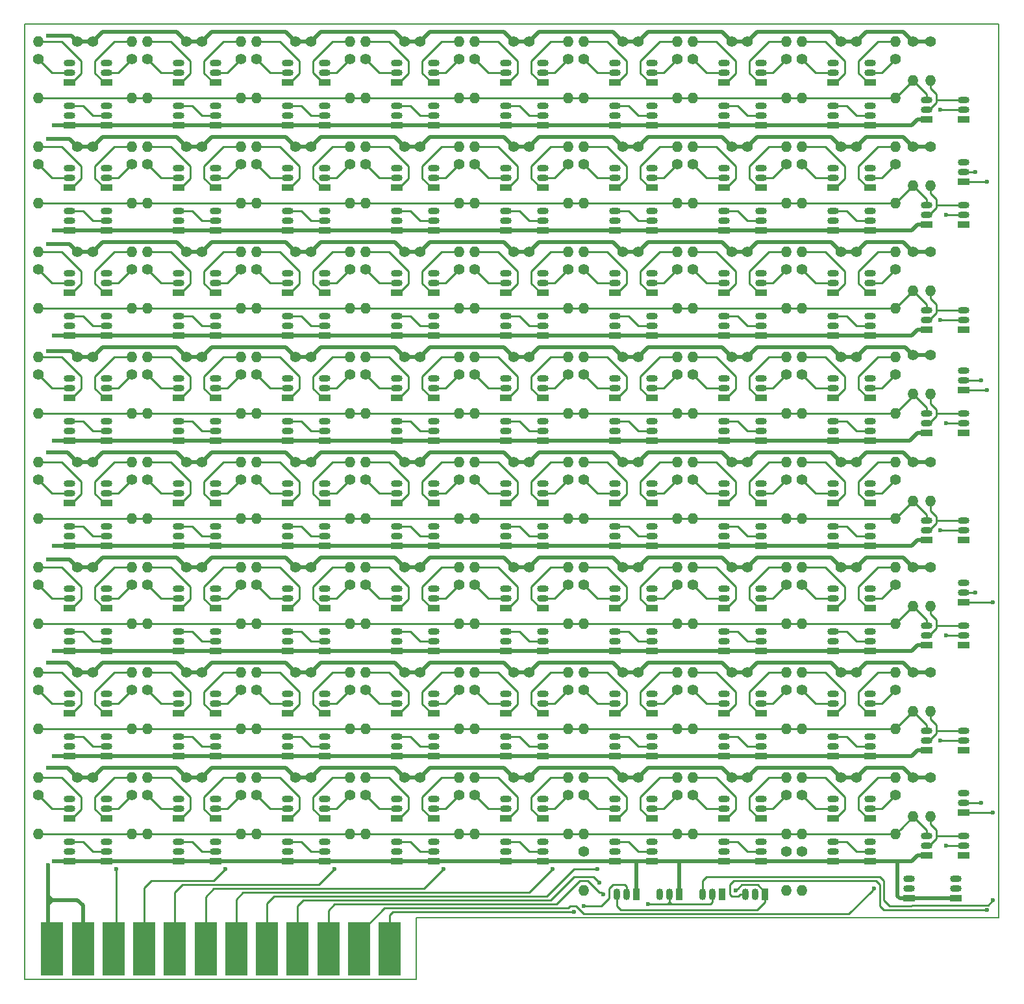
<source format=gbr>
%TF.GenerationSoftware,KiCad,Pcbnew,4.0.7-e2-6376~61~ubuntu18.04.1*%
%TF.CreationDate,2020-08-28T19:40:58+02:00*%
%TF.ProjectId,ram,72616D2E6B696361645F706362000000,rev?*%
%TF.FileFunction,Copper,L1,Top,Signal*%
%FSLAX46Y46*%
G04 Gerber Fmt 4.6, Leading zero omitted, Abs format (unit mm)*
G04 Created by KiCad (PCBNEW 4.0.7-e2-6376~61~ubuntu18.04.1) date Fri Aug 28 19:40:58 2020*
%MOMM*%
%LPD*%
G01*
G04 APERTURE LIST*
%ADD10C,0.100000*%
%ADD11C,0.150000*%
%ADD12O,0.900000X1.500000*%
%ADD13R,0.900000X1.500000*%
%ADD14R,3.000000X7.000000*%
%ADD15O,1.500000X0.900000*%
%ADD16R,1.500000X0.900000*%
%ADD17C,1.400000*%
%ADD18O,1.400000X1.400000*%
%ADD19C,0.600000*%
%ADD20C,0.500000*%
%ADD21C,0.250000*%
G04 APERTURE END LIST*
D10*
D11*
X79756000Y-150622000D02*
X80264000Y-150622000D01*
X79756000Y-158673800D02*
X79756000Y-150622000D01*
X28702000Y-158673800D02*
X79756000Y-158673800D01*
X28702000Y-151130000D02*
X28702000Y-158673800D01*
X127000000Y-150622000D02*
X80264000Y-150622000D01*
X28702000Y-34036000D02*
X28702000Y-151130000D01*
X28956000Y-34036000D02*
X28702000Y-34036000D01*
X155702000Y-34036000D02*
X28956000Y-34036000D01*
X155702000Y-116586000D02*
X155702000Y-34036000D01*
X155702000Y-150622000D02*
X155702000Y-116586000D01*
X127000000Y-150622000D02*
X155702000Y-150622000D01*
D12*
X107188000Y-147574000D03*
X105918000Y-147574000D03*
D13*
X108458000Y-147574000D03*
D12*
X118364000Y-147574000D03*
X117094000Y-147574000D03*
D13*
X119634000Y-147574000D03*
D14*
X32258000Y-154686000D03*
X36258000Y-154686000D03*
X40258000Y-154686000D03*
X44258000Y-154686000D03*
X48258000Y-154686000D03*
X52258000Y-154686000D03*
X56258000Y-154686000D03*
X60258000Y-154686000D03*
X64258000Y-154686000D03*
X68258000Y-154686000D03*
X72258000Y-154686000D03*
X76258000Y-154686000D03*
D15*
X34544000Y-40386000D03*
X34544000Y-39116000D03*
D16*
X34544000Y-41656000D03*
D15*
X39370000Y-40386000D03*
X39370000Y-39116000D03*
D16*
X39370000Y-41656000D03*
D15*
X48768000Y-40386000D03*
X48768000Y-39116000D03*
D16*
X48768000Y-41656000D03*
D15*
X53594000Y-40386000D03*
X53594000Y-39116000D03*
D16*
X53594000Y-41656000D03*
D15*
X62992000Y-40386000D03*
X62992000Y-39116000D03*
D16*
X62992000Y-41656000D03*
D15*
X67818000Y-40386000D03*
X67818000Y-39116000D03*
D16*
X67818000Y-41656000D03*
D15*
X77216000Y-40386000D03*
X77216000Y-39116000D03*
D16*
X77216000Y-41656000D03*
D15*
X82042000Y-40386000D03*
X82042000Y-39116000D03*
D16*
X82042000Y-41656000D03*
D15*
X91440000Y-40386000D03*
X91440000Y-39116000D03*
D16*
X91440000Y-41656000D03*
D15*
X96266000Y-40386000D03*
X96266000Y-39116000D03*
D16*
X96266000Y-41656000D03*
D15*
X105664000Y-40386000D03*
X105664000Y-39116000D03*
D16*
X105664000Y-41656000D03*
D15*
X110490000Y-40386000D03*
X110490000Y-39116000D03*
D16*
X110490000Y-41656000D03*
D15*
X119888000Y-40386000D03*
X119888000Y-39116000D03*
D16*
X119888000Y-41656000D03*
D15*
X124714000Y-40386000D03*
X124714000Y-39116000D03*
D16*
X124714000Y-41656000D03*
D15*
X134112000Y-40386000D03*
X134112000Y-39116000D03*
D16*
X134112000Y-41656000D03*
D15*
X138938000Y-40386000D03*
X138938000Y-39116000D03*
D16*
X138938000Y-41656000D03*
D15*
X34544000Y-45974000D03*
X34544000Y-44704000D03*
D16*
X34544000Y-47244000D03*
D15*
X39370000Y-45974000D03*
X39370000Y-44704000D03*
D16*
X39370000Y-47244000D03*
D15*
X48768000Y-45974000D03*
X48768000Y-44704000D03*
D16*
X48768000Y-47244000D03*
D15*
X53594000Y-45974000D03*
X53594000Y-44704000D03*
D16*
X53594000Y-47244000D03*
D15*
X62992000Y-45974000D03*
X62992000Y-44704000D03*
D16*
X62992000Y-47244000D03*
D15*
X67818000Y-45974000D03*
X67818000Y-44704000D03*
D16*
X67818000Y-47244000D03*
D15*
X77216000Y-45974000D03*
X77216000Y-44704000D03*
D16*
X77216000Y-47244000D03*
D15*
X82042000Y-45974000D03*
X82042000Y-44704000D03*
D16*
X82042000Y-47244000D03*
D15*
X91440000Y-45974000D03*
X91440000Y-44704000D03*
D16*
X91440000Y-47244000D03*
D15*
X96266000Y-45974000D03*
X96266000Y-44704000D03*
D16*
X96266000Y-47244000D03*
D15*
X105664000Y-45974000D03*
X105664000Y-44704000D03*
D16*
X105664000Y-47244000D03*
D15*
X110490000Y-45974000D03*
X110490000Y-44704000D03*
D16*
X110490000Y-47244000D03*
D15*
X119888000Y-45974000D03*
X119888000Y-44704000D03*
D16*
X119888000Y-47244000D03*
D15*
X124714000Y-45974000D03*
X124714000Y-44704000D03*
D16*
X124714000Y-47244000D03*
D15*
X134112000Y-45974000D03*
X134112000Y-44704000D03*
D16*
X134112000Y-47244000D03*
D15*
X138938000Y-45974000D03*
X138938000Y-44704000D03*
D16*
X138938000Y-47244000D03*
D15*
X146304000Y-45212000D03*
X146304000Y-43942000D03*
D16*
X146304000Y-46482000D03*
D15*
X151130000Y-45212000D03*
X151130000Y-43942000D03*
D16*
X151130000Y-46482000D03*
D15*
X34544000Y-54102000D03*
X34544000Y-52832000D03*
D16*
X34544000Y-55372000D03*
D15*
X39370000Y-54102000D03*
X39370000Y-52832000D03*
D16*
X39370000Y-55372000D03*
D15*
X48768000Y-54102000D03*
X48768000Y-52832000D03*
D16*
X48768000Y-55372000D03*
D15*
X53594000Y-54102000D03*
X53594000Y-52832000D03*
D16*
X53594000Y-55372000D03*
D15*
X62992000Y-54102000D03*
X62992000Y-52832000D03*
D16*
X62992000Y-55372000D03*
D15*
X67818000Y-54102000D03*
X67818000Y-52832000D03*
D16*
X67818000Y-55372000D03*
D15*
X77216000Y-54102000D03*
X77216000Y-52832000D03*
D16*
X77216000Y-55372000D03*
D15*
X82042000Y-54102000D03*
X82042000Y-52832000D03*
D16*
X82042000Y-55372000D03*
D15*
X91440000Y-54102000D03*
X91440000Y-52832000D03*
D16*
X91440000Y-55372000D03*
D15*
X96266000Y-54102000D03*
X96266000Y-52832000D03*
D16*
X96266000Y-55372000D03*
D15*
X105664000Y-54102000D03*
X105664000Y-52832000D03*
D16*
X105664000Y-55372000D03*
D15*
X110490000Y-54102000D03*
X110490000Y-52832000D03*
D16*
X110490000Y-55372000D03*
D15*
X119888000Y-54102000D03*
X119888000Y-52832000D03*
D16*
X119888000Y-55372000D03*
D15*
X124714000Y-54102000D03*
X124714000Y-52832000D03*
D16*
X124714000Y-55372000D03*
D15*
X134112000Y-54102000D03*
X134112000Y-52832000D03*
D16*
X134112000Y-55372000D03*
D15*
X138938000Y-54102000D03*
X138938000Y-52832000D03*
D16*
X138938000Y-55372000D03*
D15*
X34544000Y-59690000D03*
X34544000Y-58420000D03*
D16*
X34544000Y-60960000D03*
D15*
X39370000Y-59690000D03*
X39370000Y-58420000D03*
D16*
X39370000Y-60960000D03*
D15*
X48768000Y-59690000D03*
X48768000Y-58420000D03*
D16*
X48768000Y-60960000D03*
D15*
X53594000Y-59690000D03*
X53594000Y-58420000D03*
D16*
X53594000Y-60960000D03*
D15*
X62992000Y-59690000D03*
X62992000Y-58420000D03*
D16*
X62992000Y-60960000D03*
D15*
X67818000Y-59690000D03*
X67818000Y-58420000D03*
D16*
X67818000Y-60960000D03*
D15*
X77216000Y-59690000D03*
X77216000Y-58420000D03*
D16*
X77216000Y-60960000D03*
D15*
X82042000Y-59690000D03*
X82042000Y-58420000D03*
D16*
X82042000Y-60960000D03*
D15*
X91440000Y-59690000D03*
X91440000Y-58420000D03*
D16*
X91440000Y-60960000D03*
D15*
X96266000Y-59690000D03*
X96266000Y-58420000D03*
D16*
X96266000Y-60960000D03*
D15*
X105664000Y-59690000D03*
X105664000Y-58420000D03*
D16*
X105664000Y-60960000D03*
D15*
X110490000Y-59690000D03*
X110490000Y-58420000D03*
D16*
X110490000Y-60960000D03*
D15*
X119888000Y-59690000D03*
X119888000Y-58420000D03*
D16*
X119888000Y-60960000D03*
D15*
X124714000Y-59690000D03*
X124714000Y-58420000D03*
D16*
X124714000Y-60960000D03*
D15*
X134112000Y-59690000D03*
X134112000Y-58420000D03*
D16*
X134112000Y-60960000D03*
D15*
X138938000Y-59690000D03*
X138938000Y-58420000D03*
D16*
X138938000Y-60960000D03*
D15*
X146304000Y-58928000D03*
X146304000Y-57658000D03*
D16*
X146304000Y-60198000D03*
D15*
X151130000Y-58928000D03*
X151130000Y-57658000D03*
D16*
X151130000Y-60198000D03*
D15*
X34544000Y-67818000D03*
X34544000Y-66548000D03*
D16*
X34544000Y-69088000D03*
D15*
X39370000Y-67818000D03*
X39370000Y-66548000D03*
D16*
X39370000Y-69088000D03*
D15*
X48768000Y-67818000D03*
X48768000Y-66548000D03*
D16*
X48768000Y-69088000D03*
D15*
X53594000Y-67818000D03*
X53594000Y-66548000D03*
D16*
X53594000Y-69088000D03*
D15*
X62992000Y-67818000D03*
X62992000Y-66548000D03*
D16*
X62992000Y-69088000D03*
D15*
X67818000Y-67818000D03*
X67818000Y-66548000D03*
D16*
X67818000Y-69088000D03*
D15*
X77216000Y-67818000D03*
X77216000Y-66548000D03*
D16*
X77216000Y-69088000D03*
D15*
X82042000Y-67818000D03*
X82042000Y-66548000D03*
D16*
X82042000Y-69088000D03*
D15*
X91440000Y-67818000D03*
X91440000Y-66548000D03*
D16*
X91440000Y-69088000D03*
D15*
X96266000Y-67818000D03*
X96266000Y-66548000D03*
D16*
X96266000Y-69088000D03*
D15*
X105664000Y-67818000D03*
X105664000Y-66548000D03*
D16*
X105664000Y-69088000D03*
D15*
X110490000Y-67818000D03*
X110490000Y-66548000D03*
D16*
X110490000Y-69088000D03*
D15*
X119888000Y-67818000D03*
X119888000Y-66548000D03*
D16*
X119888000Y-69088000D03*
D15*
X124714000Y-67818000D03*
X124714000Y-66548000D03*
D16*
X124714000Y-69088000D03*
D15*
X134112000Y-67818000D03*
X134112000Y-66548000D03*
D16*
X134112000Y-69088000D03*
D15*
X138938000Y-67818000D03*
X138938000Y-66548000D03*
D16*
X138938000Y-69088000D03*
D15*
X34544000Y-73406000D03*
X34544000Y-72136000D03*
D16*
X34544000Y-74676000D03*
D15*
X39370000Y-73406000D03*
X39370000Y-72136000D03*
D16*
X39370000Y-74676000D03*
D15*
X48768000Y-73406000D03*
X48768000Y-72136000D03*
D16*
X48768000Y-74676000D03*
D15*
X53594000Y-73406000D03*
X53594000Y-72136000D03*
D16*
X53594000Y-74676000D03*
D15*
X62992000Y-73406000D03*
X62992000Y-72136000D03*
D16*
X62992000Y-74676000D03*
D15*
X67818000Y-73406000D03*
X67818000Y-72136000D03*
D16*
X67818000Y-74676000D03*
D15*
X77216000Y-73406000D03*
X77216000Y-72136000D03*
D16*
X77216000Y-74676000D03*
D15*
X82042000Y-73406000D03*
X82042000Y-72136000D03*
D16*
X82042000Y-74676000D03*
D15*
X91440000Y-73406000D03*
X91440000Y-72136000D03*
D16*
X91440000Y-74676000D03*
D15*
X96266000Y-73406000D03*
X96266000Y-72136000D03*
D16*
X96266000Y-74676000D03*
D15*
X105664000Y-73406000D03*
X105664000Y-72136000D03*
D16*
X105664000Y-74676000D03*
D15*
X110490000Y-73406000D03*
X110490000Y-72136000D03*
D16*
X110490000Y-74676000D03*
D15*
X119888000Y-73406000D03*
X119888000Y-72136000D03*
D16*
X119888000Y-74676000D03*
D15*
X124714000Y-73406000D03*
X124714000Y-72136000D03*
D16*
X124714000Y-74676000D03*
D15*
X134112000Y-73406000D03*
X134112000Y-72136000D03*
D16*
X134112000Y-74676000D03*
D15*
X138938000Y-73406000D03*
X138938000Y-72136000D03*
D16*
X138938000Y-74676000D03*
D15*
X151130000Y-53340000D03*
X151130000Y-52070000D03*
D16*
X151130000Y-54610000D03*
D15*
X146304000Y-72644000D03*
X146304000Y-71374000D03*
D16*
X146304000Y-73914000D03*
D15*
X151130000Y-72644000D03*
X151130000Y-71374000D03*
D16*
X151130000Y-73914000D03*
D15*
X34544000Y-81534000D03*
X34544000Y-80264000D03*
D16*
X34544000Y-82804000D03*
D15*
X39370000Y-81534000D03*
X39370000Y-80264000D03*
D16*
X39370000Y-82804000D03*
D15*
X48768000Y-81534000D03*
X48768000Y-80264000D03*
D16*
X48768000Y-82804000D03*
D15*
X53594000Y-81534000D03*
X53594000Y-80264000D03*
D16*
X53594000Y-82804000D03*
D15*
X62992000Y-81534000D03*
X62992000Y-80264000D03*
D16*
X62992000Y-82804000D03*
D15*
X67818000Y-81534000D03*
X67818000Y-80264000D03*
D16*
X67818000Y-82804000D03*
D15*
X77216000Y-81534000D03*
X77216000Y-80264000D03*
D16*
X77216000Y-82804000D03*
D15*
X82042000Y-81534000D03*
X82042000Y-80264000D03*
D16*
X82042000Y-82804000D03*
D15*
X91440000Y-81534000D03*
X91440000Y-80264000D03*
D16*
X91440000Y-82804000D03*
D15*
X96266000Y-81534000D03*
X96266000Y-80264000D03*
D16*
X96266000Y-82804000D03*
D15*
X105664000Y-81534000D03*
X105664000Y-80264000D03*
D16*
X105664000Y-82804000D03*
D15*
X110490000Y-81534000D03*
X110490000Y-80264000D03*
D16*
X110490000Y-82804000D03*
D15*
X119888000Y-81534000D03*
X119888000Y-80264000D03*
D16*
X119888000Y-82804000D03*
D15*
X124714000Y-81534000D03*
X124714000Y-80264000D03*
D16*
X124714000Y-82804000D03*
D15*
X134112000Y-81534000D03*
X134112000Y-80264000D03*
D16*
X134112000Y-82804000D03*
D15*
X138938000Y-81534000D03*
X138938000Y-80264000D03*
D16*
X138938000Y-82804000D03*
D15*
X34544000Y-87122000D03*
X34544000Y-85852000D03*
D16*
X34544000Y-88392000D03*
D15*
X39370000Y-87122000D03*
X39370000Y-85852000D03*
D16*
X39370000Y-88392000D03*
D15*
X48768000Y-87122000D03*
X48768000Y-85852000D03*
D16*
X48768000Y-88392000D03*
D15*
X53594000Y-87122000D03*
X53594000Y-85852000D03*
D16*
X53594000Y-88392000D03*
D15*
X62992000Y-87122000D03*
X62992000Y-85852000D03*
D16*
X62992000Y-88392000D03*
D15*
X67818000Y-87122000D03*
X67818000Y-85852000D03*
D16*
X67818000Y-88392000D03*
D15*
X77216000Y-87122000D03*
X77216000Y-85852000D03*
D16*
X77216000Y-88392000D03*
D15*
X82042000Y-87122000D03*
X82042000Y-85852000D03*
D16*
X82042000Y-88392000D03*
D15*
X91440000Y-87122000D03*
X91440000Y-85852000D03*
D16*
X91440000Y-88392000D03*
D15*
X96266000Y-87122000D03*
X96266000Y-85852000D03*
D16*
X96266000Y-88392000D03*
D15*
X105664000Y-87122000D03*
X105664000Y-85852000D03*
D16*
X105664000Y-88392000D03*
D15*
X110490000Y-87122000D03*
X110490000Y-85852000D03*
D16*
X110490000Y-88392000D03*
D15*
X119888000Y-87122000D03*
X119888000Y-85852000D03*
D16*
X119888000Y-88392000D03*
D15*
X124714000Y-87122000D03*
X124714000Y-85852000D03*
D16*
X124714000Y-88392000D03*
D15*
X134112000Y-87122000D03*
X134112000Y-85852000D03*
D16*
X134112000Y-88392000D03*
D15*
X138938000Y-87122000D03*
X138938000Y-85852000D03*
D16*
X138938000Y-88392000D03*
D15*
X146304000Y-86106000D03*
X146304000Y-84836000D03*
D16*
X146304000Y-87376000D03*
D15*
X151130000Y-86106000D03*
X151130000Y-84836000D03*
D16*
X151130000Y-87376000D03*
D15*
X34544000Y-95250000D03*
X34544000Y-93980000D03*
D16*
X34544000Y-96520000D03*
D15*
X39370000Y-95250000D03*
X39370000Y-93980000D03*
D16*
X39370000Y-96520000D03*
D15*
X48768000Y-95250000D03*
X48768000Y-93980000D03*
D16*
X48768000Y-96520000D03*
D15*
X53594000Y-95250000D03*
X53594000Y-93980000D03*
D16*
X53594000Y-96520000D03*
D15*
X62992000Y-95250000D03*
X62992000Y-93980000D03*
D16*
X62992000Y-96520000D03*
D15*
X67818000Y-95250000D03*
X67818000Y-93980000D03*
D16*
X67818000Y-96520000D03*
D15*
X77216000Y-95250000D03*
X77216000Y-93980000D03*
D16*
X77216000Y-96520000D03*
D15*
X82042000Y-95250000D03*
X82042000Y-93980000D03*
D16*
X82042000Y-96520000D03*
D15*
X91440000Y-95250000D03*
X91440000Y-93980000D03*
D16*
X91440000Y-96520000D03*
D15*
X96266000Y-95250000D03*
X96266000Y-93980000D03*
D16*
X96266000Y-96520000D03*
D15*
X105664000Y-95250000D03*
X105664000Y-93980000D03*
D16*
X105664000Y-96520000D03*
D15*
X110490000Y-95250000D03*
X110490000Y-93980000D03*
D16*
X110490000Y-96520000D03*
D15*
X119888000Y-95250000D03*
X119888000Y-93980000D03*
D16*
X119888000Y-96520000D03*
D15*
X124714000Y-95250000D03*
X124714000Y-93980000D03*
D16*
X124714000Y-96520000D03*
D15*
X134112000Y-95250000D03*
X134112000Y-93980000D03*
D16*
X134112000Y-96520000D03*
D15*
X138938000Y-95250000D03*
X138938000Y-93980000D03*
D16*
X138938000Y-96520000D03*
D15*
X34544000Y-100838000D03*
X34544000Y-99568000D03*
D16*
X34544000Y-102108000D03*
D15*
X39370000Y-100838000D03*
X39370000Y-99568000D03*
D16*
X39370000Y-102108000D03*
D15*
X48768000Y-100838000D03*
X48768000Y-99568000D03*
D16*
X48768000Y-102108000D03*
D15*
X53594000Y-100838000D03*
X53594000Y-99568000D03*
D16*
X53594000Y-102108000D03*
D15*
X62992000Y-100838000D03*
X62992000Y-99568000D03*
D16*
X62992000Y-102108000D03*
D15*
X67818000Y-100838000D03*
X67818000Y-99568000D03*
D16*
X67818000Y-102108000D03*
D15*
X77216000Y-100838000D03*
X77216000Y-99568000D03*
D16*
X77216000Y-102108000D03*
D15*
X82042000Y-100838000D03*
X82042000Y-99568000D03*
D16*
X82042000Y-102108000D03*
D15*
X91440000Y-100838000D03*
X91440000Y-99568000D03*
D16*
X91440000Y-102108000D03*
D15*
X96266000Y-100838000D03*
X96266000Y-99568000D03*
D16*
X96266000Y-102108000D03*
D15*
X105664000Y-100838000D03*
X105664000Y-99568000D03*
D16*
X105664000Y-102108000D03*
D15*
X110490000Y-100838000D03*
X110490000Y-99568000D03*
D16*
X110490000Y-102108000D03*
D15*
X119888000Y-100838000D03*
X119888000Y-99568000D03*
D16*
X119888000Y-102108000D03*
D15*
X124714000Y-100838000D03*
X124714000Y-99568000D03*
D16*
X124714000Y-102108000D03*
D15*
X134112000Y-100838000D03*
X134112000Y-99568000D03*
D16*
X134112000Y-102108000D03*
D15*
X138938000Y-100838000D03*
X138938000Y-99568000D03*
D16*
X138938000Y-102108000D03*
D15*
X151130000Y-80518000D03*
X151130000Y-79248000D03*
D16*
X151130000Y-81788000D03*
D12*
X123952000Y-147574000D03*
X122682000Y-147574000D03*
D13*
X125222000Y-147574000D03*
D15*
X146304000Y-100076000D03*
X146304000Y-98806000D03*
D16*
X146304000Y-101346000D03*
D15*
X151130000Y-100076000D03*
X151130000Y-98806000D03*
D16*
X151130000Y-101346000D03*
D15*
X34544000Y-108966000D03*
X34544000Y-107696000D03*
D16*
X34544000Y-110236000D03*
D15*
X39370000Y-108966000D03*
X39370000Y-107696000D03*
D16*
X39370000Y-110236000D03*
D15*
X48768000Y-108966000D03*
X48768000Y-107696000D03*
D16*
X48768000Y-110236000D03*
D15*
X53594000Y-108966000D03*
X53594000Y-107696000D03*
D16*
X53594000Y-110236000D03*
D15*
X62992000Y-108966000D03*
X62992000Y-107696000D03*
D16*
X62992000Y-110236000D03*
D15*
X67818000Y-108966000D03*
X67818000Y-107696000D03*
D16*
X67818000Y-110236000D03*
D15*
X77216000Y-108966000D03*
X77216000Y-107696000D03*
D16*
X77216000Y-110236000D03*
D15*
X82042000Y-108966000D03*
X82042000Y-107696000D03*
D16*
X82042000Y-110236000D03*
D15*
X91440000Y-108966000D03*
X91440000Y-107696000D03*
D16*
X91440000Y-110236000D03*
D15*
X96266000Y-108966000D03*
X96266000Y-107696000D03*
D16*
X96266000Y-110236000D03*
D15*
X105664000Y-108966000D03*
X105664000Y-107696000D03*
D16*
X105664000Y-110236000D03*
D15*
X110490000Y-108966000D03*
X110490000Y-107696000D03*
D16*
X110490000Y-110236000D03*
D15*
X119888000Y-108966000D03*
X119888000Y-107696000D03*
D16*
X119888000Y-110236000D03*
D15*
X124714000Y-108966000D03*
X124714000Y-107696000D03*
D16*
X124714000Y-110236000D03*
D15*
X134112000Y-108966000D03*
X134112000Y-107696000D03*
D16*
X134112000Y-110236000D03*
D15*
X138938000Y-108966000D03*
X138938000Y-107696000D03*
D16*
X138938000Y-110236000D03*
D15*
X34544000Y-114554000D03*
X34544000Y-113284000D03*
D16*
X34544000Y-115824000D03*
D15*
X39370000Y-114554000D03*
X39370000Y-113284000D03*
D16*
X39370000Y-115824000D03*
D15*
X48768000Y-114554000D03*
X48768000Y-113284000D03*
D16*
X48768000Y-115824000D03*
D15*
X53594000Y-114554000D03*
X53594000Y-113284000D03*
D16*
X53594000Y-115824000D03*
D15*
X62992000Y-114554000D03*
X62992000Y-113284000D03*
D16*
X62992000Y-115824000D03*
D15*
X67818000Y-114554000D03*
X67818000Y-113284000D03*
D16*
X67818000Y-115824000D03*
D15*
X77216000Y-114554000D03*
X77216000Y-113284000D03*
D16*
X77216000Y-115824000D03*
D15*
X82042000Y-114554000D03*
X82042000Y-113284000D03*
D16*
X82042000Y-115824000D03*
D15*
X91440000Y-114554000D03*
X91440000Y-113284000D03*
D16*
X91440000Y-115824000D03*
D15*
X96266000Y-114554000D03*
X96266000Y-113284000D03*
D16*
X96266000Y-115824000D03*
D15*
X105664000Y-114554000D03*
X105664000Y-113284000D03*
D16*
X105664000Y-115824000D03*
D15*
X110490000Y-114554000D03*
X110490000Y-113284000D03*
D16*
X110490000Y-115824000D03*
D15*
X119888000Y-114554000D03*
X119888000Y-113284000D03*
D16*
X119888000Y-115824000D03*
D15*
X124714000Y-114554000D03*
X124714000Y-113284000D03*
D16*
X124714000Y-115824000D03*
D15*
X134112000Y-114554000D03*
X134112000Y-113284000D03*
D16*
X134112000Y-115824000D03*
D15*
X138938000Y-114554000D03*
X138938000Y-113284000D03*
D16*
X138938000Y-115824000D03*
D15*
X146304000Y-113792000D03*
X146304000Y-112522000D03*
D16*
X146304000Y-115062000D03*
D15*
X151130000Y-113792000D03*
X151130000Y-112522000D03*
D16*
X151130000Y-115062000D03*
D15*
X34544000Y-122682000D03*
X34544000Y-121412000D03*
D16*
X34544000Y-123952000D03*
D15*
X39370000Y-122682000D03*
X39370000Y-121412000D03*
D16*
X39370000Y-123952000D03*
D15*
X48768000Y-122682000D03*
X48768000Y-121412000D03*
D16*
X48768000Y-123952000D03*
D15*
X53594000Y-122682000D03*
X53594000Y-121412000D03*
D16*
X53594000Y-123952000D03*
D15*
X62992000Y-122682000D03*
X62992000Y-121412000D03*
D16*
X62992000Y-123952000D03*
D15*
X67818000Y-122682000D03*
X67818000Y-121412000D03*
D16*
X67818000Y-123952000D03*
D15*
X77216000Y-122682000D03*
X77216000Y-121412000D03*
D16*
X77216000Y-123952000D03*
D15*
X82042000Y-122682000D03*
X82042000Y-121412000D03*
D16*
X82042000Y-123952000D03*
D15*
X91440000Y-122682000D03*
X91440000Y-121412000D03*
D16*
X91440000Y-123952000D03*
D15*
X96266000Y-122682000D03*
X96266000Y-121412000D03*
D16*
X96266000Y-123952000D03*
D15*
X105664000Y-122682000D03*
X105664000Y-121412000D03*
D16*
X105664000Y-123952000D03*
D15*
X110490000Y-122682000D03*
X110490000Y-121412000D03*
D16*
X110490000Y-123952000D03*
D15*
X119888000Y-122682000D03*
X119888000Y-121412000D03*
D16*
X119888000Y-123952000D03*
D15*
X124714000Y-122682000D03*
X124714000Y-121412000D03*
D16*
X124714000Y-123952000D03*
D15*
X134112000Y-122682000D03*
X134112000Y-121412000D03*
D16*
X134112000Y-123952000D03*
D15*
X138938000Y-122682000D03*
X138938000Y-121412000D03*
D16*
X138938000Y-123952000D03*
D15*
X34544000Y-128270000D03*
X34544000Y-127000000D03*
D16*
X34544000Y-129540000D03*
D15*
X39370000Y-128270000D03*
X39370000Y-127000000D03*
D16*
X39370000Y-129540000D03*
D15*
X48768000Y-128270000D03*
X48768000Y-127000000D03*
D16*
X48768000Y-129540000D03*
D15*
X53594000Y-128270000D03*
X53594000Y-127000000D03*
D16*
X53594000Y-129540000D03*
D15*
X62992000Y-128270000D03*
X62992000Y-127000000D03*
D16*
X62992000Y-129540000D03*
D15*
X67818000Y-128270000D03*
X67818000Y-127000000D03*
D16*
X67818000Y-129540000D03*
D15*
X77216000Y-128270000D03*
X77216000Y-127000000D03*
D16*
X77216000Y-129540000D03*
D15*
X82042000Y-128270000D03*
X82042000Y-127000000D03*
D16*
X82042000Y-129540000D03*
D15*
X91440000Y-128270000D03*
X91440000Y-127000000D03*
D16*
X91440000Y-129540000D03*
D15*
X96266000Y-128270000D03*
X96266000Y-127000000D03*
D16*
X96266000Y-129540000D03*
D15*
X105664000Y-128270000D03*
X105664000Y-127000000D03*
D16*
X105664000Y-129540000D03*
D15*
X110490000Y-128270000D03*
X110490000Y-127000000D03*
D16*
X110490000Y-129540000D03*
D15*
X119888000Y-128270000D03*
X119888000Y-127000000D03*
D16*
X119888000Y-129540000D03*
D15*
X124714000Y-128270000D03*
X124714000Y-127000000D03*
D16*
X124714000Y-129540000D03*
D15*
X134112000Y-128270000D03*
X134112000Y-127000000D03*
D16*
X134112000Y-129540000D03*
D15*
X138938000Y-128270000D03*
X138938000Y-127000000D03*
D16*
X138938000Y-129540000D03*
D15*
X151130000Y-108204000D03*
X151130000Y-106934000D03*
D16*
X151130000Y-109474000D03*
D15*
X146304000Y-127508000D03*
X146304000Y-126238000D03*
D16*
X146304000Y-128778000D03*
D15*
X151130000Y-127508000D03*
X151130000Y-126238000D03*
D16*
X151130000Y-128778000D03*
D15*
X34544000Y-136398000D03*
X34544000Y-135128000D03*
D16*
X34544000Y-137668000D03*
D15*
X39370000Y-136398000D03*
X39370000Y-135128000D03*
D16*
X39370000Y-137668000D03*
D15*
X48768000Y-136398000D03*
X48768000Y-135128000D03*
D16*
X48768000Y-137668000D03*
D15*
X53594000Y-136398000D03*
X53594000Y-135128000D03*
D16*
X53594000Y-137668000D03*
D15*
X62992000Y-136398000D03*
X62992000Y-135128000D03*
D16*
X62992000Y-137668000D03*
D15*
X67818000Y-136398000D03*
X67818000Y-135128000D03*
D16*
X67818000Y-137668000D03*
D15*
X77216000Y-136398000D03*
X77216000Y-135128000D03*
D16*
X77216000Y-137668000D03*
D15*
X82042000Y-136398000D03*
X82042000Y-135128000D03*
D16*
X82042000Y-137668000D03*
D15*
X91440000Y-136398000D03*
X91440000Y-135128000D03*
D16*
X91440000Y-137668000D03*
D15*
X96266000Y-136398000D03*
X96266000Y-135128000D03*
D16*
X96266000Y-137668000D03*
D15*
X105664000Y-136398000D03*
X105664000Y-135128000D03*
D16*
X105664000Y-137668000D03*
D15*
X110490000Y-136398000D03*
X110490000Y-135128000D03*
D16*
X110490000Y-137668000D03*
D15*
X119888000Y-136398000D03*
X119888000Y-135128000D03*
D16*
X119888000Y-137668000D03*
D15*
X124714000Y-136398000D03*
X124714000Y-135128000D03*
D16*
X124714000Y-137668000D03*
D15*
X134112000Y-136398000D03*
X134112000Y-135128000D03*
D16*
X134112000Y-137668000D03*
D15*
X138938000Y-136398000D03*
X138938000Y-135128000D03*
D16*
X138938000Y-137668000D03*
D15*
X34544000Y-141986000D03*
X34544000Y-140716000D03*
D16*
X34544000Y-143256000D03*
D15*
X39370000Y-141986000D03*
X39370000Y-140716000D03*
D16*
X39370000Y-143256000D03*
D15*
X48768000Y-141986000D03*
X48768000Y-140716000D03*
D16*
X48768000Y-143256000D03*
D15*
X53594000Y-141986000D03*
X53594000Y-140716000D03*
D16*
X53594000Y-143256000D03*
D15*
X62992000Y-141986000D03*
X62992000Y-140716000D03*
D16*
X62992000Y-143256000D03*
D15*
X67818000Y-141986000D03*
X67818000Y-140716000D03*
D16*
X67818000Y-143256000D03*
D15*
X77216000Y-141986000D03*
X77216000Y-140716000D03*
D16*
X77216000Y-143256000D03*
D15*
X82042000Y-141986000D03*
X82042000Y-140716000D03*
D16*
X82042000Y-143256000D03*
D15*
X91440000Y-141986000D03*
X91440000Y-140716000D03*
D16*
X91440000Y-143256000D03*
D15*
X96266000Y-141986000D03*
X96266000Y-140716000D03*
D16*
X96266000Y-143256000D03*
D15*
X105664000Y-141986000D03*
X105664000Y-140716000D03*
D16*
X105664000Y-143256000D03*
D15*
X110490000Y-141986000D03*
X110490000Y-140716000D03*
D16*
X110490000Y-143256000D03*
D15*
X119888000Y-141986000D03*
X119888000Y-140716000D03*
D16*
X119888000Y-143256000D03*
D15*
X124714000Y-141986000D03*
X124714000Y-140716000D03*
D16*
X124714000Y-143256000D03*
D15*
X134112000Y-141986000D03*
X134112000Y-140716000D03*
D16*
X134112000Y-143256000D03*
D15*
X138938000Y-141986000D03*
X138938000Y-140716000D03*
D16*
X138938000Y-143256000D03*
D15*
X146304000Y-141224000D03*
X146304000Y-139954000D03*
D16*
X146304000Y-142494000D03*
D15*
X151130000Y-141224000D03*
X151130000Y-139954000D03*
D16*
X151130000Y-142494000D03*
D15*
X151130000Y-135636000D03*
X151130000Y-134366000D03*
D16*
X151130000Y-136906000D03*
D15*
X144018000Y-146812000D03*
X144018000Y-145542000D03*
D16*
X144018000Y-148082000D03*
D15*
X150114000Y-146812000D03*
X150114000Y-145542000D03*
D16*
X150114000Y-148082000D03*
D12*
X112776000Y-147574000D03*
X111506000Y-147574000D03*
D13*
X114046000Y-147574000D03*
D17*
X35560000Y-36322000D03*
D18*
X30480000Y-36322000D03*
D17*
X37592000Y-36322000D03*
D18*
X42672000Y-36322000D03*
D17*
X49784000Y-36322000D03*
D18*
X44704000Y-36322000D03*
D17*
X51816000Y-36322000D03*
D18*
X56896000Y-36322000D03*
D17*
X64008000Y-36322000D03*
D18*
X58928000Y-36322000D03*
D17*
X66040000Y-36322000D03*
D18*
X71120000Y-36322000D03*
D17*
X78232000Y-36322000D03*
D18*
X73152000Y-36322000D03*
D17*
X80264000Y-36322000D03*
D18*
X85344000Y-36322000D03*
D17*
X92456000Y-36322000D03*
D18*
X87376000Y-36322000D03*
D17*
X94488000Y-36322000D03*
D18*
X99568000Y-36322000D03*
D17*
X106680000Y-36322000D03*
D18*
X101600000Y-36322000D03*
D17*
X108712000Y-36322000D03*
D18*
X113792000Y-36322000D03*
D17*
X120904000Y-36322000D03*
D18*
X115824000Y-36322000D03*
D17*
X122936000Y-36322000D03*
D18*
X128016000Y-36322000D03*
D17*
X135128000Y-36322000D03*
D18*
X130048000Y-36322000D03*
D17*
X137160000Y-36322000D03*
D18*
X142240000Y-36322000D03*
D17*
X30480000Y-38608000D03*
D18*
X30480000Y-43688000D03*
D17*
X42672000Y-38608000D03*
D18*
X42672000Y-43688000D03*
D17*
X44704000Y-38608000D03*
D18*
X44704000Y-43688000D03*
D17*
X56896000Y-38608000D03*
D18*
X56896000Y-43688000D03*
D17*
X58928000Y-38608000D03*
D18*
X58928000Y-43688000D03*
D17*
X71120000Y-38608000D03*
D18*
X71120000Y-43688000D03*
D17*
X73152000Y-38608000D03*
D18*
X73152000Y-43688000D03*
D17*
X85344000Y-38608000D03*
D18*
X85344000Y-43688000D03*
D17*
X87376000Y-38608000D03*
D18*
X87376000Y-43688000D03*
D17*
X99568000Y-38608000D03*
D18*
X99568000Y-43688000D03*
D17*
X101600000Y-38608000D03*
D18*
X101600000Y-43688000D03*
D17*
X113792000Y-38608000D03*
D18*
X113792000Y-43688000D03*
D17*
X115824000Y-38608000D03*
D18*
X115824000Y-43688000D03*
D17*
X128016000Y-38608000D03*
D18*
X128016000Y-43688000D03*
D17*
X130048000Y-38608000D03*
D18*
X130048000Y-43688000D03*
D17*
X142240000Y-38608000D03*
D18*
X142240000Y-43688000D03*
D17*
X144526000Y-36322000D03*
D18*
X144526000Y-41402000D03*
D17*
X146812000Y-36322000D03*
D18*
X146812000Y-41402000D03*
D17*
X35560000Y-50038000D03*
D18*
X30480000Y-50038000D03*
D17*
X37592000Y-50038000D03*
D18*
X42672000Y-50038000D03*
D17*
X49784000Y-50038000D03*
D18*
X44704000Y-50038000D03*
D17*
X51816000Y-50038000D03*
D18*
X56896000Y-50038000D03*
D17*
X64008000Y-50038000D03*
D18*
X58928000Y-50038000D03*
D17*
X66040000Y-50038000D03*
D18*
X71120000Y-50038000D03*
D17*
X78232000Y-50038000D03*
D18*
X73152000Y-50038000D03*
D17*
X80264000Y-50038000D03*
D18*
X85344000Y-50038000D03*
D17*
X92456000Y-50038000D03*
D18*
X87376000Y-50038000D03*
D17*
X94488000Y-50038000D03*
D18*
X99568000Y-50038000D03*
D17*
X106680000Y-50038000D03*
D18*
X101600000Y-50038000D03*
D17*
X108712000Y-50038000D03*
D18*
X113792000Y-50038000D03*
D17*
X120904000Y-50038000D03*
D18*
X115824000Y-50038000D03*
D17*
X122936000Y-50038000D03*
D18*
X128016000Y-50038000D03*
D17*
X135128000Y-50038000D03*
D18*
X130048000Y-50038000D03*
D17*
X137160000Y-50038000D03*
D18*
X142240000Y-50038000D03*
D17*
X30480000Y-52324000D03*
D18*
X30480000Y-57404000D03*
D17*
X42672000Y-52324000D03*
D18*
X42672000Y-57404000D03*
D17*
X44704000Y-52324000D03*
D18*
X44704000Y-57404000D03*
D17*
X56896000Y-52324000D03*
D18*
X56896000Y-57404000D03*
D17*
X58928000Y-52324000D03*
D18*
X58928000Y-57404000D03*
D17*
X71120000Y-52324000D03*
D18*
X71120000Y-57404000D03*
D17*
X73152000Y-52324000D03*
D18*
X73152000Y-57404000D03*
D17*
X85344000Y-52324000D03*
D18*
X85344000Y-57404000D03*
D17*
X87376000Y-52324000D03*
D18*
X87376000Y-57404000D03*
D17*
X99568000Y-52324000D03*
D18*
X99568000Y-57404000D03*
D17*
X101600000Y-52324000D03*
D18*
X101600000Y-57404000D03*
D17*
X113792000Y-52324000D03*
D18*
X113792000Y-57404000D03*
D17*
X115824000Y-52324000D03*
D18*
X115824000Y-57404000D03*
D17*
X128016000Y-52324000D03*
D18*
X128016000Y-57404000D03*
D17*
X130048000Y-52324000D03*
D18*
X130048000Y-57404000D03*
D17*
X142240000Y-52324000D03*
D18*
X142240000Y-57404000D03*
D17*
X144526000Y-50038000D03*
D18*
X144526000Y-55118000D03*
D17*
X146812000Y-50038000D03*
D18*
X146812000Y-55118000D03*
D17*
X35560000Y-63754000D03*
D18*
X30480000Y-63754000D03*
D17*
X37592000Y-63754000D03*
D18*
X42672000Y-63754000D03*
D17*
X49784000Y-63754000D03*
D18*
X44704000Y-63754000D03*
D17*
X51816000Y-63754000D03*
D18*
X56896000Y-63754000D03*
D17*
X64008000Y-63754000D03*
D18*
X58928000Y-63754000D03*
D17*
X66040000Y-63754000D03*
D18*
X71120000Y-63754000D03*
D17*
X78232000Y-63754000D03*
D18*
X73152000Y-63754000D03*
D17*
X80264000Y-63754000D03*
D18*
X85344000Y-63754000D03*
D17*
X92456000Y-63754000D03*
D18*
X87376000Y-63754000D03*
D17*
X94488000Y-63754000D03*
D18*
X99568000Y-63754000D03*
D17*
X106680000Y-63754000D03*
D18*
X101600000Y-63754000D03*
D17*
X108712000Y-63754000D03*
D18*
X113792000Y-63754000D03*
D17*
X120904000Y-63754000D03*
D18*
X115824000Y-63754000D03*
D17*
X122936000Y-63754000D03*
D18*
X128016000Y-63754000D03*
D17*
X135128000Y-63754000D03*
D18*
X130048000Y-63754000D03*
D17*
X137160000Y-63754000D03*
D18*
X142240000Y-63754000D03*
D17*
X30480000Y-66040000D03*
D18*
X30480000Y-71120000D03*
D17*
X42672000Y-66040000D03*
D18*
X42672000Y-71120000D03*
D17*
X44704000Y-66040000D03*
D18*
X44704000Y-71120000D03*
D17*
X56896000Y-66040000D03*
D18*
X56896000Y-71120000D03*
D17*
X58928000Y-66040000D03*
D18*
X58928000Y-71120000D03*
D17*
X71120000Y-66040000D03*
D18*
X71120000Y-71120000D03*
D17*
X73152000Y-66040000D03*
D18*
X73152000Y-71120000D03*
D17*
X85344000Y-66040000D03*
D18*
X85344000Y-71120000D03*
D17*
X87376000Y-66040000D03*
D18*
X87376000Y-71120000D03*
D17*
X99568000Y-66040000D03*
D18*
X99568000Y-71120000D03*
D17*
X101600000Y-66040000D03*
D18*
X101600000Y-71120000D03*
D17*
X113792000Y-66040000D03*
D18*
X113792000Y-71120000D03*
D17*
X115824000Y-66040000D03*
D18*
X115824000Y-71120000D03*
D17*
X128016000Y-66040000D03*
D18*
X128016000Y-71120000D03*
D17*
X130048000Y-66040000D03*
D18*
X130048000Y-71120000D03*
D17*
X142240000Y-66040000D03*
D18*
X142240000Y-71120000D03*
D17*
X144526000Y-63754000D03*
D18*
X144526000Y-68834000D03*
D17*
X146812000Y-63754000D03*
D18*
X146812000Y-68834000D03*
D17*
X35560000Y-77470000D03*
D18*
X30480000Y-77470000D03*
D17*
X37592000Y-77470000D03*
D18*
X42672000Y-77470000D03*
D17*
X49784000Y-77470000D03*
D18*
X44704000Y-77470000D03*
D17*
X51816000Y-77470000D03*
D18*
X56896000Y-77470000D03*
D17*
X64008000Y-77470000D03*
D18*
X58928000Y-77470000D03*
D17*
X66040000Y-77470000D03*
D18*
X71120000Y-77470000D03*
D17*
X78232000Y-77470000D03*
D18*
X73152000Y-77470000D03*
D17*
X80264000Y-77470000D03*
D18*
X85344000Y-77470000D03*
D17*
X92456000Y-77470000D03*
D18*
X87376000Y-77470000D03*
D17*
X94488000Y-77470000D03*
D18*
X99568000Y-77470000D03*
D17*
X106680000Y-77470000D03*
D18*
X101600000Y-77470000D03*
D17*
X108712000Y-77470000D03*
D18*
X113792000Y-77470000D03*
D17*
X120904000Y-77470000D03*
D18*
X115824000Y-77470000D03*
D17*
X122936000Y-77470000D03*
D18*
X128016000Y-77470000D03*
D17*
X135128000Y-77470000D03*
D18*
X130048000Y-77470000D03*
D17*
X137160000Y-77470000D03*
D18*
X142240000Y-77470000D03*
D17*
X30480000Y-79756000D03*
D18*
X30480000Y-84836000D03*
D17*
X42672000Y-79756000D03*
D18*
X42672000Y-84836000D03*
D17*
X44704000Y-79756000D03*
D18*
X44704000Y-84836000D03*
D17*
X56896000Y-79756000D03*
D18*
X56896000Y-84836000D03*
D17*
X58928000Y-79756000D03*
D18*
X58928000Y-84836000D03*
D17*
X71120000Y-79756000D03*
D18*
X71120000Y-84836000D03*
D17*
X73152000Y-79756000D03*
D18*
X73152000Y-84836000D03*
D17*
X85344000Y-79756000D03*
D18*
X85344000Y-84836000D03*
D17*
X87376000Y-79756000D03*
D18*
X87376000Y-84836000D03*
D17*
X99568000Y-79756000D03*
D18*
X99568000Y-84836000D03*
D17*
X101600000Y-79756000D03*
D18*
X101600000Y-84836000D03*
D17*
X113792000Y-79756000D03*
D18*
X113792000Y-84836000D03*
D17*
X115824000Y-79756000D03*
D18*
X115824000Y-84836000D03*
D17*
X128016000Y-79756000D03*
D18*
X128016000Y-84836000D03*
D17*
X130048000Y-79756000D03*
D18*
X130048000Y-84836000D03*
D17*
X142240000Y-79756000D03*
D18*
X142240000Y-84836000D03*
D17*
X144526000Y-77216000D03*
D18*
X144526000Y-82296000D03*
D17*
X146812000Y-77216000D03*
D18*
X146812000Y-82296000D03*
D17*
X35560000Y-91186000D03*
D18*
X30480000Y-91186000D03*
D17*
X37592000Y-91186000D03*
D18*
X42672000Y-91186000D03*
D17*
X49784000Y-91186000D03*
D18*
X44704000Y-91186000D03*
D17*
X51816000Y-91186000D03*
D18*
X56896000Y-91186000D03*
D17*
X64008000Y-91186000D03*
D18*
X58928000Y-91186000D03*
D17*
X66040000Y-91186000D03*
D18*
X71120000Y-91186000D03*
D17*
X78232000Y-91186000D03*
D18*
X73152000Y-91186000D03*
D17*
X80264000Y-91186000D03*
D18*
X85344000Y-91186000D03*
D17*
X92456000Y-91186000D03*
D18*
X87376000Y-91186000D03*
D17*
X94488000Y-91186000D03*
D18*
X99568000Y-91186000D03*
D17*
X106680000Y-91186000D03*
D18*
X101600000Y-91186000D03*
D17*
X108712000Y-91186000D03*
D18*
X113792000Y-91186000D03*
D17*
X120904000Y-91186000D03*
D18*
X115824000Y-91186000D03*
D17*
X122936000Y-91186000D03*
D18*
X128016000Y-91186000D03*
D17*
X135128000Y-91186000D03*
D18*
X130048000Y-91186000D03*
D17*
X137160000Y-91186000D03*
D18*
X142240000Y-91186000D03*
D17*
X30480000Y-93472000D03*
D18*
X30480000Y-98552000D03*
D17*
X42672000Y-93472000D03*
D18*
X42672000Y-98552000D03*
D17*
X44704000Y-93472000D03*
D18*
X44704000Y-98552000D03*
D17*
X56896000Y-93472000D03*
D18*
X56896000Y-98552000D03*
D17*
X58928000Y-93472000D03*
D18*
X58928000Y-98552000D03*
D17*
X71120000Y-93472000D03*
D18*
X71120000Y-98552000D03*
D17*
X73152000Y-93472000D03*
D18*
X73152000Y-98552000D03*
D17*
X85344000Y-93472000D03*
D18*
X85344000Y-98552000D03*
D17*
X87376000Y-93472000D03*
D18*
X87376000Y-98552000D03*
D17*
X99568000Y-93472000D03*
D18*
X99568000Y-98552000D03*
D17*
X101600000Y-93472000D03*
D18*
X101600000Y-98552000D03*
D17*
X113792000Y-93472000D03*
D18*
X113792000Y-98552000D03*
D17*
X115824000Y-93472000D03*
D18*
X115824000Y-98552000D03*
D17*
X128016000Y-93472000D03*
D18*
X128016000Y-98552000D03*
D17*
X130048000Y-93472000D03*
D18*
X130048000Y-98552000D03*
D17*
X142240000Y-93472000D03*
D18*
X142240000Y-98552000D03*
D17*
X144526000Y-91186000D03*
D18*
X144526000Y-96266000D03*
D17*
X146812000Y-91186000D03*
D18*
X146812000Y-96266000D03*
D17*
X35560000Y-104902000D03*
D18*
X30480000Y-104902000D03*
D17*
X37592000Y-104902000D03*
D18*
X42672000Y-104902000D03*
D17*
X49784000Y-104902000D03*
D18*
X44704000Y-104902000D03*
D17*
X51816000Y-104902000D03*
D18*
X56896000Y-104902000D03*
D17*
X64008000Y-104902000D03*
D18*
X58928000Y-104902000D03*
D17*
X66040000Y-104902000D03*
D18*
X71120000Y-104902000D03*
D17*
X78232000Y-104902000D03*
D18*
X73152000Y-104902000D03*
D17*
X80264000Y-104902000D03*
D18*
X85344000Y-104902000D03*
D17*
X92456000Y-104902000D03*
D18*
X87376000Y-104902000D03*
D17*
X94488000Y-104902000D03*
D18*
X99568000Y-104902000D03*
D17*
X106680000Y-104902000D03*
D18*
X101600000Y-104902000D03*
D17*
X108712000Y-104902000D03*
D18*
X113792000Y-104902000D03*
D17*
X120904000Y-104902000D03*
D18*
X115824000Y-104902000D03*
D17*
X122936000Y-104902000D03*
D18*
X128016000Y-104902000D03*
D17*
X135128000Y-104902000D03*
D18*
X130048000Y-104902000D03*
D17*
X137160000Y-104902000D03*
D18*
X142240000Y-104902000D03*
D17*
X30480000Y-107188000D03*
D18*
X30480000Y-112268000D03*
D17*
X42672000Y-107188000D03*
D18*
X42672000Y-112268000D03*
D17*
X44704000Y-107188000D03*
D18*
X44704000Y-112268000D03*
D17*
X56896000Y-107188000D03*
D18*
X56896000Y-112268000D03*
D17*
X58928000Y-107188000D03*
D18*
X58928000Y-112268000D03*
D17*
X71120000Y-107188000D03*
D18*
X71120000Y-112268000D03*
D17*
X73152000Y-107188000D03*
D18*
X73152000Y-112268000D03*
D17*
X85344000Y-107188000D03*
D18*
X85344000Y-112268000D03*
D17*
X87376000Y-107188000D03*
D18*
X87376000Y-112268000D03*
D17*
X99568000Y-107188000D03*
D18*
X99568000Y-112268000D03*
D17*
X101600000Y-107188000D03*
D18*
X101600000Y-112268000D03*
D17*
X113792000Y-107188000D03*
D18*
X113792000Y-112268000D03*
D17*
X115824000Y-107188000D03*
D18*
X115824000Y-112268000D03*
D17*
X128016000Y-107188000D03*
D18*
X128016000Y-112268000D03*
D17*
X130048000Y-107188000D03*
D18*
X130048000Y-112268000D03*
D17*
X142240000Y-107188000D03*
D18*
X142240000Y-112268000D03*
D17*
X144526000Y-104902000D03*
D18*
X144526000Y-109982000D03*
D17*
X146812000Y-104902000D03*
D18*
X146812000Y-109982000D03*
D17*
X35560000Y-118618000D03*
D18*
X30480000Y-118618000D03*
D17*
X37592000Y-118618000D03*
D18*
X42672000Y-118618000D03*
D17*
X49784000Y-118618000D03*
D18*
X44704000Y-118618000D03*
D17*
X51816000Y-118618000D03*
D18*
X56896000Y-118618000D03*
D17*
X64008000Y-118618000D03*
D18*
X58928000Y-118618000D03*
D17*
X66040000Y-118618000D03*
D18*
X71120000Y-118618000D03*
D17*
X78232000Y-118618000D03*
D18*
X73152000Y-118618000D03*
D17*
X80264000Y-118618000D03*
D18*
X85344000Y-118618000D03*
D17*
X92456000Y-118618000D03*
D18*
X87376000Y-118618000D03*
D17*
X94488000Y-118618000D03*
D18*
X99568000Y-118618000D03*
D17*
X106680000Y-118618000D03*
D18*
X101600000Y-118618000D03*
D17*
X108712000Y-118618000D03*
D18*
X113792000Y-118618000D03*
D17*
X120904000Y-118618000D03*
D18*
X115824000Y-118618000D03*
D17*
X122936000Y-118618000D03*
D18*
X128016000Y-118618000D03*
D17*
X135128000Y-118618000D03*
D18*
X130048000Y-118618000D03*
D17*
X137160000Y-118618000D03*
D18*
X142240000Y-118618000D03*
D17*
X30480000Y-120904000D03*
D18*
X30480000Y-125984000D03*
D17*
X42672000Y-120904000D03*
D18*
X42672000Y-125984000D03*
D17*
X44704000Y-120904000D03*
D18*
X44704000Y-125984000D03*
D17*
X56896000Y-120904000D03*
D18*
X56896000Y-125984000D03*
D17*
X58928000Y-120904000D03*
D18*
X58928000Y-125984000D03*
D17*
X71120000Y-120904000D03*
D18*
X71120000Y-125984000D03*
D17*
X73152000Y-120904000D03*
D18*
X73152000Y-125984000D03*
D17*
X85344000Y-120904000D03*
D18*
X85344000Y-125984000D03*
D17*
X87376000Y-120904000D03*
D18*
X87376000Y-125984000D03*
D17*
X99568000Y-120904000D03*
D18*
X99568000Y-125984000D03*
D17*
X101600000Y-120904000D03*
D18*
X101600000Y-125984000D03*
D17*
X113792000Y-120904000D03*
D18*
X113792000Y-125984000D03*
D17*
X115824000Y-120904000D03*
D18*
X115824000Y-125984000D03*
D17*
X128016000Y-120904000D03*
D18*
X128016000Y-125984000D03*
D17*
X130048000Y-120904000D03*
D18*
X130048000Y-125984000D03*
D17*
X142240000Y-120904000D03*
D18*
X142240000Y-125984000D03*
D17*
X144526000Y-118618000D03*
D18*
X144526000Y-123698000D03*
D17*
X146812000Y-118618000D03*
D18*
X146812000Y-123698000D03*
D17*
X35560000Y-132334000D03*
D18*
X30480000Y-132334000D03*
D17*
X37592000Y-132334000D03*
D18*
X42672000Y-132334000D03*
D17*
X49784000Y-132334000D03*
D18*
X44704000Y-132334000D03*
D17*
X51816000Y-132334000D03*
D18*
X56896000Y-132334000D03*
D17*
X64008000Y-132334000D03*
D18*
X58928000Y-132334000D03*
D17*
X66040000Y-132334000D03*
D18*
X71120000Y-132334000D03*
D17*
X78232000Y-132334000D03*
D18*
X73152000Y-132334000D03*
D17*
X80264000Y-132334000D03*
D18*
X85344000Y-132334000D03*
D17*
X92456000Y-132334000D03*
D18*
X87376000Y-132334000D03*
D17*
X94488000Y-132334000D03*
D18*
X99568000Y-132334000D03*
D17*
X106680000Y-132334000D03*
D18*
X101600000Y-132334000D03*
D17*
X108712000Y-132334000D03*
D18*
X113792000Y-132334000D03*
D17*
X120904000Y-132334000D03*
D18*
X115824000Y-132334000D03*
D17*
X122936000Y-132334000D03*
D18*
X128016000Y-132334000D03*
D17*
X135128000Y-132334000D03*
D18*
X130048000Y-132334000D03*
D17*
X137160000Y-132334000D03*
D18*
X142240000Y-132334000D03*
D17*
X30480000Y-134620000D03*
D18*
X30480000Y-139700000D03*
D17*
X42672000Y-134620000D03*
D18*
X42672000Y-139700000D03*
D17*
X44704000Y-134620000D03*
D18*
X44704000Y-139700000D03*
D17*
X56896000Y-134620000D03*
D18*
X56896000Y-139700000D03*
D17*
X58928000Y-134620000D03*
D18*
X58928000Y-139700000D03*
D17*
X71120000Y-134620000D03*
D18*
X71120000Y-139700000D03*
D17*
X73152000Y-134620000D03*
D18*
X73152000Y-139700000D03*
D17*
X85344000Y-134620000D03*
D18*
X85344000Y-139700000D03*
D17*
X87376000Y-134620000D03*
D18*
X87376000Y-139700000D03*
D17*
X99568000Y-134620000D03*
D18*
X99568000Y-139700000D03*
D17*
X101600000Y-134620000D03*
D18*
X101600000Y-139700000D03*
D17*
X113792000Y-134620000D03*
D18*
X113792000Y-139700000D03*
D17*
X115824000Y-134620000D03*
D18*
X115824000Y-139700000D03*
D17*
X128016000Y-134620000D03*
D18*
X128016000Y-139700000D03*
D17*
X130048000Y-134620000D03*
D18*
X130048000Y-139700000D03*
D17*
X142240000Y-134620000D03*
D18*
X142240000Y-139700000D03*
D17*
X144526000Y-132334000D03*
D18*
X144526000Y-137414000D03*
D17*
X146812000Y-132334000D03*
D18*
X146812000Y-137414000D03*
D17*
X128016000Y-141986000D03*
D18*
X128016000Y-147066000D03*
D17*
X130048000Y-141986000D03*
D18*
X130048000Y-147066000D03*
D17*
X101600000Y-141986000D03*
D18*
X101600000Y-147066000D03*
D19*
X103124000Y-131064000D03*
X131826000Y-131064000D03*
X31750000Y-143764000D03*
X31750000Y-144780000D03*
X31750000Y-145796000D03*
X31750000Y-131064000D03*
X31750000Y-117348000D03*
X31750000Y-103886000D03*
X31750000Y-76708000D03*
X31750000Y-62738000D03*
X31750000Y-49022000D03*
X31750000Y-35560000D03*
X31750000Y-89916000D03*
X40640000Y-144272000D03*
X54864000Y-144272000D03*
X69088000Y-144272000D03*
X83312000Y-144272000D03*
X97536000Y-144272000D03*
X103378000Y-144272000D03*
X103632000Y-146050000D03*
X104140000Y-147574000D03*
X139446000Y-146812000D03*
X148844000Y-86106000D03*
X148844000Y-113792000D03*
X148844000Y-141224000D03*
X148844000Y-58928000D03*
X100330000Y-149860000D03*
X153416000Y-135636000D03*
X153416000Y-80518000D03*
X32512000Y-143256000D03*
X32512000Y-129540000D03*
X32512000Y-115824000D03*
X32512000Y-102108000D03*
X32512000Y-74676000D03*
X32512000Y-60960000D03*
X32512000Y-47244000D03*
X32512000Y-88392000D03*
X109982000Y-148844000D03*
X101600000Y-149098000D03*
X148082000Y-127508000D03*
X148082000Y-100076000D03*
X148082000Y-72644000D03*
X148082000Y-45212000D03*
X152654000Y-108204000D03*
X152654000Y-53340000D03*
X154178000Y-54610000D03*
X154178000Y-149606000D03*
X154178000Y-81788000D03*
X121412022Y-147066000D03*
X154940000Y-136906000D03*
X154940000Y-148336000D03*
X154940000Y-109474000D03*
D20*
X31750000Y-145796000D02*
X31750000Y-147828000D01*
X31750000Y-147828000D02*
X31750000Y-148336000D01*
X32258000Y-148336000D02*
X31750000Y-147828000D01*
X31750000Y-149098000D02*
X31750000Y-154178000D01*
X31750000Y-148336000D02*
X31750000Y-149098000D01*
X31750000Y-148336000D02*
X32258000Y-148336000D01*
X32258000Y-148336000D02*
X35560000Y-148336000D01*
X31750000Y-149098000D02*
X31750000Y-148844000D01*
X31750000Y-148844000D02*
X32258000Y-148336000D01*
X35560000Y-148336000D02*
X36258000Y-149034000D01*
X36258000Y-149034000D02*
X36258000Y-154686000D01*
X31750000Y-154178000D02*
X32258000Y-154686000D01*
X95758000Y-131064000D02*
X103124000Y-131064000D01*
X103124000Y-131064000D02*
X105410000Y-131064000D01*
X124206000Y-131064000D02*
X131826000Y-131064000D01*
X131826000Y-131064000D02*
X133858000Y-131064000D01*
X144526000Y-132334000D02*
X146812000Y-132334000D01*
X138430000Y-131064000D02*
X143256000Y-131064000D01*
X143256000Y-131064000D02*
X144526000Y-132334000D01*
X137160000Y-132334000D02*
X138430000Y-131064000D01*
X144526000Y-118618000D02*
X146812000Y-118618000D01*
X138430000Y-117348000D02*
X143256000Y-117348000D01*
X143256000Y-117348000D02*
X144526000Y-118618000D01*
X137160000Y-118618000D02*
X138430000Y-117348000D01*
X144526000Y-104902000D02*
X146812000Y-104902000D01*
X138430000Y-103632000D02*
X143256000Y-103632000D01*
X143256000Y-103632000D02*
X144526000Y-104902000D01*
X137160000Y-104902000D02*
X138430000Y-103632000D01*
X144526000Y-91186000D02*
X146812000Y-91186000D01*
X138430000Y-89916000D02*
X143256000Y-89916000D01*
X143256000Y-89916000D02*
X144526000Y-91186000D01*
X137160000Y-91186000D02*
X138430000Y-89916000D01*
X144526000Y-77216000D02*
X146812000Y-77216000D01*
X138430000Y-76200000D02*
X143510000Y-76200000D01*
X143510000Y-76200000D02*
X144526000Y-77216000D01*
X137160000Y-77470000D02*
X138430000Y-76200000D01*
X144526000Y-63754000D02*
X146812000Y-63754000D01*
X138430000Y-62484000D02*
X143256000Y-62484000D01*
X143256000Y-62484000D02*
X144526000Y-63754000D01*
X137160000Y-63754000D02*
X138430000Y-62484000D01*
X146812000Y-50038000D02*
X144526000Y-50038000D01*
X138430000Y-48768000D02*
X143256000Y-48768000D01*
X143256000Y-48768000D02*
X144526000Y-50038000D01*
X137160000Y-50038000D02*
X138430000Y-48768000D01*
X144526000Y-36322000D02*
X146812000Y-36322000D01*
X138430000Y-35052000D02*
X143256000Y-35052000D01*
X143256000Y-35052000D02*
X144526000Y-36322000D01*
X137160000Y-36322000D02*
X138430000Y-35052000D01*
X31750000Y-144780000D02*
X31750000Y-143764000D01*
X31750000Y-145796000D02*
X31750000Y-144780000D01*
X35560000Y-132334000D02*
X34290000Y-131064000D01*
X34290000Y-131064000D02*
X31750000Y-131064000D01*
X35560000Y-118618000D02*
X34290000Y-117348000D01*
X34290000Y-117348000D02*
X31750000Y-117348000D01*
X35560000Y-104902000D02*
X34544000Y-103886000D01*
X34544000Y-103886000D02*
X31750000Y-103886000D01*
X35560000Y-77470000D02*
X34798000Y-76708000D01*
X34798000Y-76708000D02*
X31750000Y-76708000D01*
X35560000Y-63754000D02*
X34544000Y-62738000D01*
X34544000Y-62738000D02*
X31750000Y-62738000D01*
X35560000Y-50038000D02*
X34544000Y-49022000D01*
X34544000Y-49022000D02*
X31750000Y-49022000D01*
X31750000Y-35560000D02*
X34798000Y-35560000D01*
X34798000Y-35560000D02*
X35560000Y-36322000D01*
X35560000Y-91186000D02*
X34290000Y-89916000D01*
X34290000Y-89916000D02*
X31750000Y-89916000D01*
X135128000Y-132334000D02*
X137160000Y-132334000D01*
X133858000Y-131064000D02*
X135128000Y-132334000D01*
X122936000Y-132334000D02*
X124206000Y-131064000D01*
X120904000Y-132334000D02*
X122936000Y-132334000D01*
X109982000Y-131064000D02*
X119634000Y-131064000D01*
X119634000Y-131064000D02*
X120904000Y-132334000D01*
X108712000Y-132334000D02*
X109982000Y-131064000D01*
X106680000Y-132334000D02*
X108712000Y-132334000D01*
X105410000Y-131064000D02*
X106680000Y-132334000D01*
X94488000Y-132334000D02*
X95758000Y-131064000D01*
X92456000Y-132334000D02*
X94488000Y-132334000D01*
X81534000Y-131064000D02*
X91186000Y-131064000D01*
X91186000Y-131064000D02*
X92456000Y-132334000D01*
X80264000Y-132334000D02*
X81534000Y-131064000D01*
X78232000Y-132334000D02*
X80264000Y-132334000D01*
X67310000Y-131064000D02*
X76962000Y-131064000D01*
X76962000Y-131064000D02*
X78232000Y-132334000D01*
X66040000Y-132334000D02*
X67310000Y-131064000D01*
X64008000Y-132334000D02*
X66040000Y-132334000D01*
X53086000Y-131064000D02*
X62738000Y-131064000D01*
X62738000Y-131064000D02*
X64008000Y-132334000D01*
X51816000Y-132334000D02*
X53086000Y-131064000D01*
X49784000Y-132334000D02*
X51816000Y-132334000D01*
X38862000Y-131064000D02*
X48514000Y-131064000D01*
X48514000Y-131064000D02*
X49784000Y-132334000D01*
X37592000Y-132334000D02*
X38862000Y-131064000D01*
X35560000Y-132334000D02*
X37592000Y-132334000D01*
X135128000Y-118618000D02*
X137160000Y-118618000D01*
X124206000Y-117348000D02*
X133858000Y-117348000D01*
X133858000Y-117348000D02*
X135128000Y-118618000D01*
X122936000Y-118618000D02*
X124206000Y-117348000D01*
X120904000Y-118618000D02*
X122936000Y-118618000D01*
X108712000Y-118618000D02*
X109982000Y-117348000D01*
X109982000Y-117348000D02*
X119634000Y-117348000D01*
X119634000Y-117348000D02*
X120904000Y-118618000D01*
X106680000Y-118618000D02*
X108712000Y-118618000D01*
X94488000Y-118618000D02*
X95758000Y-117348000D01*
X95758000Y-117348000D02*
X105410000Y-117348000D01*
X105410000Y-117348000D02*
X106680000Y-118618000D01*
X92456000Y-118618000D02*
X94488000Y-118618000D01*
X81534000Y-117348000D02*
X91186000Y-117348000D01*
X91186000Y-117348000D02*
X92456000Y-118618000D01*
X80264000Y-118618000D02*
X81534000Y-117348000D01*
X78232000Y-118618000D02*
X80264000Y-118618000D01*
X66040000Y-118618000D02*
X67310000Y-117348000D01*
X67310000Y-117348000D02*
X76962000Y-117348000D01*
X76962000Y-117348000D02*
X78232000Y-118618000D01*
X64008000Y-118618000D02*
X66040000Y-118618000D01*
X51816000Y-118618000D02*
X53086000Y-117348000D01*
X53086000Y-117348000D02*
X62738000Y-117348000D01*
X62738000Y-117348000D02*
X64008000Y-118618000D01*
X49784000Y-118618000D02*
X51816000Y-118618000D01*
X37592000Y-118618000D02*
X38862000Y-117348000D01*
X38862000Y-117348000D02*
X48514000Y-117348000D01*
X48514000Y-117348000D02*
X49784000Y-118618000D01*
X35560000Y-118618000D02*
X37592000Y-118618000D01*
X135128000Y-104902000D02*
X137160000Y-104902000D01*
X124206000Y-103632000D02*
X133858000Y-103632000D01*
X133858000Y-103632000D02*
X135128000Y-104902000D01*
X122936000Y-104902000D02*
X124206000Y-103632000D01*
X120904000Y-104902000D02*
X122936000Y-104902000D01*
X109982000Y-103632000D02*
X119634000Y-103632000D01*
X119634000Y-103632000D02*
X120904000Y-104902000D01*
X108712000Y-104902000D02*
X109982000Y-103632000D01*
X106680000Y-104902000D02*
X108712000Y-104902000D01*
X94488000Y-104902000D02*
X95758000Y-103632000D01*
X95758000Y-103632000D02*
X105410000Y-103632000D01*
X105410000Y-103632000D02*
X106680000Y-104902000D01*
X92456000Y-104902000D02*
X94488000Y-104902000D01*
X81534000Y-103632000D02*
X91186000Y-103632000D01*
X91186000Y-103632000D02*
X92456000Y-104902000D01*
X80264000Y-104902000D02*
X81534000Y-103632000D01*
X78232000Y-104902000D02*
X80264000Y-104902000D01*
X66040000Y-104902000D02*
X67310000Y-103632000D01*
X67310000Y-103632000D02*
X76962000Y-103632000D01*
X76962000Y-103632000D02*
X78232000Y-104902000D01*
X64008000Y-104902000D02*
X66040000Y-104902000D01*
X53086000Y-103632000D02*
X62738000Y-103632000D01*
X62738000Y-103632000D02*
X64008000Y-104902000D01*
X51816000Y-104902000D02*
X53086000Y-103632000D01*
X49784000Y-104902000D02*
X51816000Y-104902000D01*
X37592000Y-104902000D02*
X38862000Y-103632000D01*
X38862000Y-103632000D02*
X48514000Y-103632000D01*
X48514000Y-103632000D02*
X49784000Y-104902000D01*
X35560000Y-104902000D02*
X37592000Y-104902000D01*
X135128000Y-91186000D02*
X137160000Y-91186000D01*
X122936000Y-91186000D02*
X124206000Y-89916000D01*
X124206000Y-89916000D02*
X133858000Y-89916000D01*
X133858000Y-89916000D02*
X135128000Y-91186000D01*
X120904000Y-91186000D02*
X122936000Y-91186000D01*
X108712000Y-91186000D02*
X109982000Y-89916000D01*
X109982000Y-89916000D02*
X119634000Y-89916000D01*
X119634000Y-89916000D02*
X120904000Y-91186000D01*
X106680000Y-91186000D02*
X108712000Y-91186000D01*
X95758000Y-89916000D02*
X105410000Y-89916000D01*
X105410000Y-89916000D02*
X106680000Y-91186000D01*
X94488000Y-91186000D02*
X95758000Y-89916000D01*
X92456000Y-91186000D02*
X94488000Y-91186000D01*
X81534000Y-89916000D02*
X91186000Y-89916000D01*
X91186000Y-89916000D02*
X92456000Y-91186000D01*
X80264000Y-91186000D02*
X81534000Y-89916000D01*
X78232000Y-91186000D02*
X80264000Y-91186000D01*
X66040000Y-91186000D02*
X67310000Y-89916000D01*
X67310000Y-89916000D02*
X76962000Y-89916000D01*
X76962000Y-89916000D02*
X78232000Y-91186000D01*
X64008000Y-91186000D02*
X66040000Y-91186000D01*
X51816000Y-91186000D02*
X53086000Y-89916000D01*
X62738000Y-89916000D02*
X64008000Y-91186000D01*
X53086000Y-89916000D02*
X62738000Y-89916000D01*
X49784000Y-91186000D02*
X51816000Y-91186000D01*
X38862000Y-89916000D02*
X48514000Y-89916000D01*
X48514000Y-89916000D02*
X49784000Y-91186000D01*
X37592000Y-91186000D02*
X38862000Y-89916000D01*
X35560000Y-91186000D02*
X37592000Y-91186000D01*
X38862000Y-62484000D02*
X48514000Y-62484000D01*
X135128000Y-77470000D02*
X137160000Y-77470000D01*
X124206000Y-76200000D02*
X133858000Y-76200000D01*
X133858000Y-76200000D02*
X135128000Y-77470000D01*
X122936000Y-77470000D02*
X124206000Y-76200000D01*
X120904000Y-77470000D02*
X122936000Y-77470000D01*
X109982000Y-76200000D02*
X119634000Y-76200000D01*
X119634000Y-76200000D02*
X120904000Y-77470000D01*
X108712000Y-77470000D02*
X109982000Y-76200000D01*
X106680000Y-77470000D02*
X108712000Y-77470000D01*
X95758000Y-76200000D02*
X105410000Y-76200000D01*
X105410000Y-76200000D02*
X106680000Y-77470000D01*
X94488000Y-77470000D02*
X95758000Y-76200000D01*
X92456000Y-77470000D02*
X94488000Y-77470000D01*
X81534000Y-76200000D02*
X91186000Y-76200000D01*
X91186000Y-76200000D02*
X92456000Y-77470000D01*
X80264000Y-77470000D02*
X81534000Y-76200000D01*
X78232000Y-77470000D02*
X80264000Y-77470000D01*
X67310000Y-76200000D02*
X76962000Y-76200000D01*
X76962000Y-76200000D02*
X78232000Y-77470000D01*
X66040000Y-77470000D02*
X67310000Y-76200000D01*
X64008000Y-77470000D02*
X66040000Y-77470000D01*
X53086000Y-76200000D02*
X62738000Y-76200000D01*
X62738000Y-76200000D02*
X64008000Y-77470000D01*
X51816000Y-77470000D02*
X53086000Y-76200000D01*
X49784000Y-77470000D02*
X51816000Y-77470000D01*
X37592000Y-77470000D02*
X38862000Y-76200000D01*
X38862000Y-76200000D02*
X48514000Y-76200000D01*
X48514000Y-76200000D02*
X49784000Y-77470000D01*
X35560000Y-77470000D02*
X37592000Y-77470000D01*
X135128000Y-63754000D02*
X137160000Y-63754000D01*
X122936000Y-63754000D02*
X124206000Y-62484000D01*
X133858000Y-62484000D02*
X135128000Y-63754000D01*
X124206000Y-62484000D02*
X133858000Y-62484000D01*
X120904000Y-63754000D02*
X122936000Y-63754000D01*
X109982000Y-62484000D02*
X119634000Y-62484000D01*
X119634000Y-62484000D02*
X120904000Y-63754000D01*
X108712000Y-63754000D02*
X109982000Y-62484000D01*
X106680000Y-63754000D02*
X108712000Y-63754000D01*
X95758000Y-62484000D02*
X105410000Y-62484000D01*
X105410000Y-62484000D02*
X106680000Y-63754000D01*
X94488000Y-63754000D02*
X95758000Y-62484000D01*
X92456000Y-63754000D02*
X94488000Y-63754000D01*
X80264000Y-63754000D02*
X81534000Y-62484000D01*
X81534000Y-62484000D02*
X91186000Y-62484000D01*
X91186000Y-62484000D02*
X92456000Y-63754000D01*
X78232000Y-63754000D02*
X80264000Y-63754000D01*
X66040000Y-63754000D02*
X67310000Y-62484000D01*
X67310000Y-62484000D02*
X76962000Y-62484000D01*
X76962000Y-62484000D02*
X78232000Y-63754000D01*
X64008000Y-63754000D02*
X66040000Y-63754000D01*
X53086000Y-62484000D02*
X62738000Y-62484000D01*
X62738000Y-62484000D02*
X64008000Y-63754000D01*
X51816000Y-63754000D02*
X53086000Y-62484000D01*
X49784000Y-63754000D02*
X51816000Y-63754000D01*
X37592000Y-63754000D02*
X38862000Y-62484000D01*
X48514000Y-62484000D02*
X49784000Y-63754000D01*
X35560000Y-63754000D02*
X37592000Y-63754000D01*
X135128000Y-50038000D02*
X137160000Y-50038000D01*
X122936000Y-50038000D02*
X124206000Y-48768000D01*
X124206000Y-48768000D02*
X133858000Y-48768000D01*
X133858000Y-48768000D02*
X135128000Y-50038000D01*
X120904000Y-50038000D02*
X122936000Y-50038000D01*
X109982000Y-48768000D02*
X119634000Y-48768000D01*
X119634000Y-48768000D02*
X120904000Y-50038000D01*
X108712000Y-50038000D02*
X109982000Y-48768000D01*
X106680000Y-50038000D02*
X108712000Y-50038000D01*
X94488000Y-50038000D02*
X95758000Y-48768000D01*
X105410000Y-48768000D02*
X106680000Y-50038000D01*
X95758000Y-48768000D02*
X105410000Y-48768000D01*
X92456000Y-50038000D02*
X94488000Y-50038000D01*
X80264000Y-50038000D02*
X81534000Y-48768000D01*
X81534000Y-48768000D02*
X91186000Y-48768000D01*
X91186000Y-48768000D02*
X92456000Y-50038000D01*
X135128000Y-36322000D02*
X137160000Y-36322000D01*
X124206000Y-35052000D02*
X133858000Y-35052000D01*
X133858000Y-35052000D02*
X135128000Y-36322000D01*
X122936000Y-36322000D02*
X124206000Y-35052000D01*
X120904000Y-36322000D02*
X122936000Y-36322000D01*
X109982000Y-35052000D02*
X119634000Y-35052000D01*
X119634000Y-35052000D02*
X120904000Y-36322000D01*
X108712000Y-36322000D02*
X109982000Y-35052000D01*
X106680000Y-36322000D02*
X108712000Y-36322000D01*
X95758000Y-35052000D02*
X105410000Y-35052000D01*
X105410000Y-35052000D02*
X106680000Y-36322000D01*
X94488000Y-36322000D02*
X95758000Y-35052000D01*
X92456000Y-36322000D02*
X94488000Y-36322000D01*
X80264000Y-36322000D02*
X81534000Y-35052000D01*
X81534000Y-35052000D02*
X91186000Y-35052000D01*
X91186000Y-35052000D02*
X92456000Y-36322000D01*
X78232000Y-36322000D02*
X80264000Y-36322000D01*
X67310000Y-35052000D02*
X76962000Y-35052000D01*
X76962000Y-35052000D02*
X78232000Y-36322000D01*
X66040000Y-36322000D02*
X67310000Y-35052000D01*
X64008000Y-36322000D02*
X66040000Y-36322000D01*
X51816000Y-36322000D02*
X53086000Y-35052000D01*
X53086000Y-35052000D02*
X62738000Y-35052000D01*
X62738000Y-35052000D02*
X64008000Y-36322000D01*
X78232000Y-50038000D02*
X80264000Y-50038000D01*
X67310000Y-48768000D02*
X76962000Y-48768000D01*
X76962000Y-48768000D02*
X78232000Y-50038000D01*
X66040000Y-50038000D02*
X67310000Y-48768000D01*
X64008000Y-50038000D02*
X66040000Y-50038000D01*
X53086000Y-48768000D02*
X62738000Y-48768000D01*
X62738000Y-48768000D02*
X64008000Y-50038000D01*
X51816000Y-50038000D02*
X53086000Y-48768000D01*
X49784000Y-50038000D02*
X51816000Y-50038000D01*
X38862000Y-48768000D02*
X48514000Y-48768000D01*
X48514000Y-48768000D02*
X49784000Y-50038000D01*
X37592000Y-50038000D02*
X38862000Y-48768000D01*
X35560000Y-50038000D02*
X37592000Y-50038000D01*
X49784000Y-36322000D02*
X51816000Y-36322000D01*
X37592000Y-36322000D02*
X38862000Y-35052000D01*
X38862000Y-35052000D02*
X48514000Y-35052000D01*
X48514000Y-35052000D02*
X49784000Y-36322000D01*
X35560000Y-36322000D02*
X37592000Y-36322000D01*
D21*
X40640000Y-144272000D02*
X40640000Y-154304000D01*
X40640000Y-154304000D02*
X40258000Y-154686000D01*
X45212000Y-145796000D02*
X44258000Y-146750000D01*
X44258000Y-146750000D02*
X44258000Y-154686000D01*
X53340000Y-145796000D02*
X45212000Y-145796000D01*
X54864000Y-144272000D02*
X53340000Y-145796000D01*
X49276000Y-146304000D02*
X48258000Y-147322000D01*
X48258000Y-147322000D02*
X48258000Y-154686000D01*
X67056000Y-146304000D02*
X49276000Y-146304000D01*
X69088000Y-144272000D02*
X67056000Y-146304000D01*
X83312000Y-144272000D02*
X80772000Y-146812000D01*
X80772000Y-146812000D02*
X53340000Y-146812000D01*
X53340000Y-146812000D02*
X52258000Y-147894000D01*
X52258000Y-147894000D02*
X52258000Y-154686000D01*
X97536000Y-144272000D02*
X94488000Y-147320000D01*
X94488000Y-147320000D02*
X57150000Y-147320000D01*
X57150000Y-147320000D02*
X56258000Y-148212000D01*
X56258000Y-148212000D02*
X56258000Y-154686000D01*
X61214000Y-147828000D02*
X60258000Y-148784000D01*
X60258000Y-148784000D02*
X60258000Y-154686000D01*
X96774000Y-147828000D02*
X61214000Y-147828000D01*
X100330000Y-144272000D02*
X96774000Y-147828000D01*
X103378000Y-144272000D02*
X100330000Y-144272000D01*
X103632000Y-146050000D02*
X102870000Y-145288000D01*
X102870000Y-145288000D02*
X100330000Y-145288000D01*
X64258000Y-149102000D02*
X64258000Y-154686000D01*
X100330000Y-145288000D02*
X97282000Y-148336000D01*
X97282000Y-148336000D02*
X65024000Y-148336000D01*
X65024000Y-148336000D02*
X64258000Y-149102000D01*
X104140000Y-147574000D02*
X103840001Y-147274001D01*
X69088000Y-148844000D02*
X68258000Y-149674000D01*
X68258000Y-149674000D02*
X68258000Y-154686000D01*
X103840001Y-147274001D02*
X103586001Y-147274001D01*
X103586001Y-147274001D02*
X102108000Y-145796000D01*
X102108000Y-145796000D02*
X101092000Y-145796000D01*
X101092000Y-145796000D02*
X98044000Y-148844000D01*
X98044000Y-148844000D02*
X69088000Y-148844000D01*
X136144000Y-150114000D02*
X139146001Y-147111999D01*
X100584000Y-149098000D02*
X101600000Y-150114000D01*
X99822000Y-149098000D02*
X100584000Y-149098000D01*
X99568000Y-149352000D02*
X99822000Y-149098000D01*
X72258000Y-152686000D02*
X75592000Y-149352000D01*
X75592000Y-149352000D02*
X99568000Y-149352000D01*
X72258000Y-154686000D02*
X72258000Y-152686000D01*
X139146001Y-147111999D02*
X139446000Y-146812000D01*
X101600000Y-150114000D02*
X136144000Y-150114000D01*
X151130000Y-86106000D02*
X148844000Y-86106000D01*
X151130000Y-113792000D02*
X148844000Y-113792000D01*
X151130000Y-141224000D02*
X148844000Y-141224000D01*
X151130000Y-58928000D02*
X148844000Y-58928000D01*
X76708000Y-149860000D02*
X76258000Y-150310000D01*
X76258000Y-150310000D02*
X76258000Y-154686000D01*
X100330000Y-149860000D02*
X76708000Y-149860000D01*
X151130000Y-135636000D02*
X153416000Y-135636000D01*
X151130000Y-80518000D02*
X153416000Y-80518000D01*
D20*
X110490000Y-129540000D02*
X119888000Y-129540000D01*
X124714000Y-47244000D02*
X134112000Y-47244000D01*
X122936000Y-47244000D02*
X128016000Y-47244000D01*
X128016000Y-47244000D02*
X136652000Y-47244000D01*
X124714000Y-47244000D02*
X128016000Y-47244000D01*
X136652000Y-47244000D02*
X138938000Y-47244000D01*
X134112000Y-47244000D02*
X136652000Y-47244000D01*
X128524000Y-129540000D02*
X130810000Y-129540000D01*
X130810000Y-129540000D02*
X138938000Y-129540000D01*
X134112000Y-129540000D02*
X130810000Y-129540000D01*
X115062000Y-129540000D02*
X128524000Y-129540000D01*
X124714000Y-129540000D02*
X128524000Y-129540000D01*
X119888000Y-129540000D02*
X116332000Y-129540000D01*
X103378000Y-129540000D02*
X115062000Y-129540000D01*
X110490000Y-129540000D02*
X115062000Y-129540000D01*
X100076000Y-129540000D02*
X103378000Y-129540000D01*
X105664000Y-129540000D02*
X103378000Y-129540000D01*
X86614000Y-129540000D02*
X100076000Y-129540000D01*
X96266000Y-129540000D02*
X100076000Y-129540000D01*
X85344000Y-129540000D02*
X86614000Y-129540000D01*
X91440000Y-129540000D02*
X86614000Y-129540000D01*
X74930000Y-129540000D02*
X85344000Y-129540000D01*
X82042000Y-129540000D02*
X85344000Y-129540000D01*
X70358000Y-129540000D02*
X74930000Y-129540000D01*
X77216000Y-129540000D02*
X74930000Y-129540000D01*
X59690000Y-129540000D02*
X70358000Y-129540000D01*
X67818000Y-129540000D02*
X70358000Y-129540000D01*
X57150000Y-129540000D02*
X59690000Y-129540000D01*
X62992000Y-129540000D02*
X59690000Y-129540000D01*
X46228000Y-129540000D02*
X57150000Y-129540000D01*
X53594000Y-129540000D02*
X57150000Y-129540000D01*
X34544000Y-129540000D02*
X42672000Y-129540000D01*
X42672000Y-129540000D02*
X46228000Y-129540000D01*
X39370000Y-129540000D02*
X42672000Y-129540000D01*
X48768000Y-129540000D02*
X46228000Y-129540000D01*
X34544000Y-115824000D02*
X42672000Y-115824000D01*
X39370000Y-115824000D02*
X42672000Y-115824000D01*
X42672000Y-115824000D02*
X45212000Y-115824000D01*
X45212000Y-115824000D02*
X56642000Y-115824000D01*
X48768000Y-115824000D02*
X45212000Y-115824000D01*
X56642000Y-115824000D02*
X59182000Y-115824000D01*
X53594000Y-115824000D02*
X56642000Y-115824000D01*
X59182000Y-115824000D02*
X70866000Y-115824000D01*
X62992000Y-115824000D02*
X59182000Y-115824000D01*
X70866000Y-115824000D02*
X74422000Y-115824000D01*
X74422000Y-115824000D02*
X84328000Y-115824000D01*
X77216000Y-115824000D02*
X74422000Y-115824000D01*
X67818000Y-115824000D02*
X70866000Y-115824000D01*
X84328000Y-115824000D02*
X88646000Y-115824000D01*
X88646000Y-115824000D02*
X98552000Y-115824000D01*
X91440000Y-115824000D02*
X88646000Y-115824000D01*
X82042000Y-115824000D02*
X84328000Y-115824000D01*
X98552000Y-115824000D02*
X102616000Y-115824000D01*
X102616000Y-115824000D02*
X113792000Y-115824000D01*
X105664000Y-115824000D02*
X104414000Y-115824000D01*
X104414000Y-115824000D02*
X102616000Y-115824000D01*
X96266000Y-115824000D02*
X98552000Y-115824000D01*
X113792000Y-115824000D02*
X117348000Y-115824000D01*
X110490000Y-115824000D02*
X113792000Y-115824000D01*
X117348000Y-115824000D02*
X127508000Y-115824000D01*
X119888000Y-115824000D02*
X117348000Y-115824000D01*
X127508000Y-115824000D02*
X131572000Y-115824000D01*
X131572000Y-115824000D02*
X138938000Y-115824000D01*
X134112000Y-115824000D02*
X131572000Y-115824000D01*
X124714000Y-115824000D02*
X127508000Y-115824000D01*
X116840000Y-102108000D02*
X127762000Y-102108000D01*
X124714000Y-102108000D02*
X127762000Y-102108000D01*
X127762000Y-102108000D02*
X129540000Y-102108000D01*
X129540000Y-102108000D02*
X138938000Y-102108000D01*
X134112000Y-102108000D02*
X129540000Y-102108000D01*
X112776000Y-102108000D02*
X116840000Y-102108000D01*
X119888000Y-102108000D02*
X116840000Y-102108000D01*
X100584000Y-102108000D02*
X112776000Y-102108000D01*
X110490000Y-102108000D02*
X112776000Y-102108000D01*
X99822000Y-102108000D02*
X100584000Y-102108000D01*
X105664000Y-102108000D02*
X100584000Y-102108000D01*
X87884000Y-102108000D02*
X99822000Y-102108000D01*
X96266000Y-102108000D02*
X99822000Y-102108000D01*
X74676000Y-102108000D02*
X86106000Y-102108000D01*
X82042000Y-102108000D02*
X86106000Y-102108000D01*
X86106000Y-102108000D02*
X87884000Y-102108000D01*
X91440000Y-102108000D02*
X87884000Y-102108000D01*
X71628000Y-102108000D02*
X74676000Y-102108000D01*
X77216000Y-102108000D02*
X74676000Y-102108000D01*
X58674000Y-102108000D02*
X71628000Y-102108000D01*
X67818000Y-102108000D02*
X71628000Y-102108000D01*
X45466000Y-102108000D02*
X57912000Y-102108000D01*
X57912000Y-102108000D02*
X58674000Y-102108000D01*
X53594000Y-102108000D02*
X57912000Y-102108000D01*
X62992000Y-102108000D02*
X58674000Y-102108000D01*
X34544000Y-102108000D02*
X43180000Y-102108000D01*
X43180000Y-102108000D02*
X45466000Y-102108000D01*
X39370000Y-102108000D02*
X43180000Y-102108000D01*
X48768000Y-102108000D02*
X45466000Y-102108000D01*
X41148000Y-88392000D02*
X44196000Y-88392000D01*
X44196000Y-88392000D02*
X57658000Y-88392000D01*
X48768000Y-88392000D02*
X44196000Y-88392000D01*
X34544000Y-88392000D02*
X41148000Y-88392000D01*
X39370000Y-88392000D02*
X41148000Y-88392000D01*
X57658000Y-88392000D02*
X60198000Y-88392000D01*
X60198000Y-88392000D02*
X69850000Y-88392000D01*
X62992000Y-88392000D02*
X60198000Y-88392000D01*
X53594000Y-88392000D02*
X57658000Y-88392000D01*
X69850000Y-88392000D02*
X74168000Y-88392000D01*
X74168000Y-88392000D02*
X84582000Y-88392000D01*
X77216000Y-88392000D02*
X74168000Y-88392000D01*
X67818000Y-88392000D02*
X69850000Y-88392000D01*
X84582000Y-88392000D02*
X88138000Y-88392000D01*
X91440000Y-88392000D02*
X88138000Y-88392000D01*
X88138000Y-88392000D02*
X98552000Y-88392000D01*
X82042000Y-88392000D02*
X84582000Y-88392000D01*
X98552000Y-88392000D02*
X103632000Y-88392000D01*
X96266000Y-88392000D02*
X97516000Y-88392000D01*
X97516000Y-88392000D02*
X98552000Y-88392000D01*
X103632000Y-88392000D02*
X113030000Y-88392000D01*
X105664000Y-88392000D02*
X103632000Y-88392000D01*
X113030000Y-88392000D02*
X117348000Y-88392000D01*
X110490000Y-88392000D02*
X113030000Y-88392000D01*
X117348000Y-88392000D02*
X127762000Y-88392000D01*
X119888000Y-88392000D02*
X117348000Y-88392000D01*
X127762000Y-88392000D02*
X136144000Y-88392000D01*
X124714000Y-88392000D02*
X127762000Y-88392000D01*
X136144000Y-88392000D02*
X138938000Y-88392000D01*
X134112000Y-88392000D02*
X136144000Y-88392000D01*
X138938000Y-74676000D02*
X131826000Y-74676000D01*
X131826000Y-74676000D02*
X126746000Y-74676000D01*
X134112000Y-74676000D02*
X131826000Y-74676000D01*
X124714000Y-74676000D02*
X125964000Y-74676000D01*
X126746000Y-74676000D02*
X117602000Y-74676000D01*
X125964000Y-74676000D02*
X126746000Y-74676000D01*
X117602000Y-74676000D02*
X112522000Y-74676000D01*
X119888000Y-74676000D02*
X117602000Y-74676000D01*
X112522000Y-74676000D02*
X101600000Y-74676000D01*
X110490000Y-74676000D02*
X112522000Y-74676000D01*
X101600000Y-74676000D02*
X98552000Y-74676000D01*
X105664000Y-74676000D02*
X101600000Y-74676000D01*
X98552000Y-74676000D02*
X88392000Y-74676000D01*
X96266000Y-74676000D02*
X98552000Y-74676000D01*
X88392000Y-74676000D02*
X84328000Y-74676000D01*
X91440000Y-74676000D02*
X88392000Y-74676000D01*
X84328000Y-74676000D02*
X75184000Y-74676000D01*
X82042000Y-74676000D02*
X84328000Y-74676000D01*
X75184000Y-74676000D02*
X69596000Y-74676000D01*
X77216000Y-74676000D02*
X75184000Y-74676000D01*
X69596000Y-74676000D02*
X60706000Y-74676000D01*
X67818000Y-74676000D02*
X69596000Y-74676000D01*
X60706000Y-74676000D02*
X56896000Y-74676000D01*
X62992000Y-74676000D02*
X60706000Y-74676000D01*
X56896000Y-74676000D02*
X46482000Y-74676000D01*
X53594000Y-74676000D02*
X56896000Y-74676000D01*
X46482000Y-74676000D02*
X42418000Y-74676000D01*
X48768000Y-74676000D02*
X46482000Y-74676000D01*
X42418000Y-74676000D02*
X34544000Y-74676000D01*
X39370000Y-74676000D02*
X42418000Y-74676000D01*
X127000000Y-60960000D02*
X136398000Y-60960000D01*
X136398000Y-60960000D02*
X138938000Y-60960000D01*
X134112000Y-60960000D02*
X136398000Y-60960000D01*
X118110000Y-60960000D02*
X127000000Y-60960000D01*
X124714000Y-60960000D02*
X127000000Y-60960000D01*
X114046000Y-60960000D02*
X118110000Y-60960000D01*
X119888000Y-60960000D02*
X118110000Y-60960000D01*
X102362000Y-60960000D02*
X114046000Y-60960000D01*
X110490000Y-60960000D02*
X114046000Y-60960000D01*
X97790000Y-60960000D02*
X102362000Y-60960000D01*
X105664000Y-60960000D02*
X102362000Y-60960000D01*
X89916000Y-60960000D02*
X97790000Y-60960000D01*
X96266000Y-60960000D02*
X97790000Y-60960000D01*
X84074000Y-60960000D02*
X89916000Y-60960000D01*
X91440000Y-60960000D02*
X89916000Y-60960000D01*
X75692000Y-60960000D02*
X84074000Y-60960000D01*
X82042000Y-60960000D02*
X84074000Y-60960000D01*
X69596000Y-60960000D02*
X75692000Y-60960000D01*
X77216000Y-60960000D02*
X75692000Y-60960000D01*
X64262000Y-60960000D02*
X69596000Y-60960000D01*
X67818000Y-60960000D02*
X69596000Y-60960000D01*
X61468000Y-60960000D02*
X64262000Y-60960000D01*
X62992000Y-60960000D02*
X64262000Y-60960000D01*
X55372000Y-60960000D02*
X61468000Y-60960000D01*
X62992000Y-60960000D02*
X61468000Y-60960000D01*
X46990000Y-60960000D02*
X55372000Y-60960000D01*
X53594000Y-60960000D02*
X55372000Y-60960000D01*
X42926000Y-60960000D02*
X46990000Y-60960000D01*
X48768000Y-60960000D02*
X46990000Y-60960000D01*
X36830000Y-60960000D02*
X42926000Y-60960000D01*
X39370000Y-60960000D02*
X42926000Y-60960000D01*
X34544000Y-60960000D02*
X36830000Y-60960000D01*
X89916000Y-47244000D02*
X89662000Y-47244000D01*
X91440000Y-47244000D02*
X89916000Y-47244000D01*
X118110000Y-47244000D02*
X122936000Y-47244000D01*
X124714000Y-47244000D02*
X122936000Y-47244000D01*
X112776000Y-47244000D02*
X118110000Y-47244000D01*
X119888000Y-47244000D02*
X118110000Y-47244000D01*
X108712000Y-47244000D02*
X112776000Y-47244000D01*
X110490000Y-47244000D02*
X112776000Y-47244000D01*
X103632000Y-47244000D02*
X108712000Y-47244000D01*
X110490000Y-47244000D02*
X108712000Y-47244000D01*
X94996000Y-47244000D02*
X103632000Y-47244000D01*
X105664000Y-47244000D02*
X103632000Y-47244000D01*
X92710000Y-47244000D02*
X94996000Y-47244000D01*
X96266000Y-47244000D02*
X94996000Y-47244000D01*
X89662000Y-47244000D02*
X92710000Y-47244000D01*
X91440000Y-47244000D02*
X92710000Y-47244000D01*
X84328000Y-47244000D02*
X89662000Y-47244000D01*
X75946000Y-47244000D02*
X84328000Y-47244000D01*
X82042000Y-47244000D02*
X84328000Y-47244000D01*
X70866000Y-47244000D02*
X75946000Y-47244000D01*
X77216000Y-47244000D02*
X75946000Y-47244000D01*
X60198000Y-47244000D02*
X70866000Y-47244000D01*
X67818000Y-47244000D02*
X70866000Y-47244000D01*
X55880000Y-47244000D02*
X60198000Y-47244000D01*
X62992000Y-47244000D02*
X61742000Y-47244000D01*
X61742000Y-47244000D02*
X60198000Y-47244000D01*
X53594000Y-47244000D02*
X55880000Y-47244000D01*
X39370000Y-47244000D02*
X51562000Y-47244000D01*
X51562000Y-47244000D02*
X53594000Y-47244000D01*
X48768000Y-47244000D02*
X51562000Y-47244000D01*
X121920000Y-143256000D02*
X123444000Y-143256000D01*
X123444000Y-143256000D02*
X135382000Y-143256000D01*
X124714000Y-143256000D02*
X123444000Y-143256000D01*
X34544000Y-143256000D02*
X37592000Y-143256000D01*
X37592000Y-143256000D02*
X47498000Y-143256000D01*
X39370000Y-143256000D02*
X37592000Y-143256000D01*
X47498000Y-143256000D02*
X49784000Y-143256000D01*
X48768000Y-143256000D02*
X47498000Y-143256000D01*
X49784000Y-143256000D02*
X57404000Y-143256000D01*
X49784000Y-143256000D02*
X51308000Y-143256000D01*
X57404000Y-143256000D02*
X65278000Y-143256000D01*
X53594000Y-143256000D02*
X57404000Y-143256000D01*
X65278000Y-143256000D02*
X70866000Y-143256000D01*
X62992000Y-143256000D02*
X65278000Y-143256000D01*
X70866000Y-143256000D02*
X79248000Y-143256000D01*
X67818000Y-143256000D02*
X70866000Y-143256000D01*
X79248000Y-143256000D02*
X83820000Y-143256000D01*
X77216000Y-143256000D02*
X79248000Y-143256000D01*
X83820000Y-143256000D02*
X89408000Y-143256000D01*
X82042000Y-143256000D02*
X83820000Y-143256000D01*
X89408000Y-143256000D02*
X99314000Y-143256000D01*
X91440000Y-143256000D02*
X89408000Y-143256000D01*
X99314000Y-143256000D02*
X103886000Y-143256000D01*
X96266000Y-143256000D02*
X99314000Y-143256000D01*
X103886000Y-143256000D02*
X108458000Y-143256000D01*
X105664000Y-143256000D02*
X103886000Y-143256000D01*
X108458000Y-143256000D02*
X109220000Y-143256000D01*
X109220000Y-143256000D02*
X112522000Y-143256000D01*
X110490000Y-143256000D02*
X109220000Y-143256000D01*
X116586000Y-143256000D02*
X121920000Y-143256000D01*
X119888000Y-143256000D02*
X121920000Y-143256000D01*
X135382000Y-143256000D02*
X138938000Y-143256000D01*
X134112000Y-143256000D02*
X135382000Y-143256000D01*
X144018000Y-148082000D02*
X150114000Y-148082000D01*
X112522000Y-143256000D02*
X114046000Y-143256000D01*
X114046000Y-143256000D02*
X116586000Y-143256000D01*
X114046000Y-147574000D02*
X114046000Y-143256000D01*
X108458000Y-147574000D02*
X108458000Y-143256000D01*
X144292000Y-143256000D02*
X142494000Y-143256000D01*
X142494000Y-143256000D02*
X140188000Y-143256000D01*
X142494000Y-147808000D02*
X142494000Y-143256000D01*
X144018000Y-148082000D02*
X142768000Y-148082000D01*
X142768000Y-148082000D02*
X142494000Y-147808000D01*
X146304000Y-142494000D02*
X145054000Y-142494000D01*
X145054000Y-142494000D02*
X144292000Y-143256000D01*
X140188000Y-143256000D02*
X138938000Y-143256000D01*
X146304000Y-128778000D02*
X145054000Y-128778000D01*
X145054000Y-128778000D02*
X144292000Y-129540000D01*
X144292000Y-129540000D02*
X140188000Y-129540000D01*
X140188000Y-129540000D02*
X138938000Y-129540000D01*
X146304000Y-115062000D02*
X145054000Y-115062000D01*
X145054000Y-115062000D02*
X144292000Y-115824000D01*
X144292000Y-115824000D02*
X140188000Y-115824000D01*
X140188000Y-115824000D02*
X138938000Y-115824000D01*
X146304000Y-101346000D02*
X145054000Y-101346000D01*
X145054000Y-101346000D02*
X144292000Y-102108000D01*
X140188000Y-102108000D02*
X138938000Y-102108000D01*
X144292000Y-102108000D02*
X140188000Y-102108000D01*
X146304000Y-87376000D02*
X145054000Y-87376000D01*
X145054000Y-87376000D02*
X144038000Y-88392000D01*
X144038000Y-88392000D02*
X140188000Y-88392000D01*
X140188000Y-88392000D02*
X138938000Y-88392000D01*
X146304000Y-73914000D02*
X145054000Y-73914000D01*
X145054000Y-73914000D02*
X144292000Y-74676000D01*
X144292000Y-74676000D02*
X140188000Y-74676000D01*
X140188000Y-74676000D02*
X138938000Y-74676000D01*
X146304000Y-60198000D02*
X145054000Y-60198000D01*
X145054000Y-60198000D02*
X144292000Y-60960000D01*
X144292000Y-60960000D02*
X140188000Y-60960000D01*
X140188000Y-60960000D02*
X138938000Y-60960000D01*
X146304000Y-46482000D02*
X145054000Y-46482000D01*
X140188000Y-47244000D02*
X138938000Y-47244000D01*
X145054000Y-46482000D02*
X144292000Y-47244000D01*
X144292000Y-47244000D02*
X140188000Y-47244000D01*
X34544000Y-143256000D02*
X32512000Y-143256000D01*
X34544000Y-129540000D02*
X32512000Y-129540000D01*
X34544000Y-115824000D02*
X32512000Y-115824000D01*
X34544000Y-102108000D02*
X32512000Y-102108000D01*
X34544000Y-74676000D02*
X32512000Y-74676000D01*
X34544000Y-60960000D02*
X32512000Y-60960000D01*
X32512000Y-47244000D02*
X34544000Y-47244000D01*
X34544000Y-88392000D02*
X32512000Y-88392000D01*
X34544000Y-47244000D02*
X39370000Y-47244000D01*
D21*
X112522000Y-148844000D02*
X113030000Y-148844000D01*
X111252000Y-148844000D02*
X109982000Y-148844000D01*
X112522000Y-148844000D02*
X111252000Y-148844000D01*
X112776000Y-148590000D02*
X112522000Y-148844000D01*
X118094000Y-148844000D02*
X113030000Y-148844000D01*
X112776000Y-148590000D02*
X113030000Y-148844000D01*
X118364000Y-147574000D02*
X118364000Y-148574000D01*
X118364000Y-148574000D02*
X118094000Y-148844000D01*
X112776000Y-148590000D02*
X112776000Y-147574000D01*
X103886000Y-149098000D02*
X101600000Y-149098000D01*
X104140000Y-148844000D02*
X103886000Y-149098000D01*
X104902000Y-148082000D02*
X104140000Y-148844000D01*
X104902000Y-146812000D02*
X104902000Y-148082000D01*
X105410000Y-146304000D02*
X104902000Y-146812000D01*
X106918000Y-146304000D02*
X105410000Y-146304000D01*
X107188000Y-147574000D02*
X107188000Y-146574000D01*
X107188000Y-146574000D02*
X106918000Y-146304000D01*
X34544000Y-40386000D02*
X32258000Y-40386000D01*
X32258000Y-40386000D02*
X30480000Y-38608000D01*
X36068000Y-38862000D02*
X36068000Y-40432000D01*
X36068000Y-40432000D02*
X34844000Y-41656000D01*
X34844000Y-41656000D02*
X34544000Y-41656000D01*
X33528000Y-36322000D02*
X36068000Y-38862000D01*
X30480000Y-36322000D02*
X33528000Y-36322000D01*
X37592000Y-45974000D02*
X36322000Y-44704000D01*
X36322000Y-44704000D02*
X34544000Y-44704000D01*
X39370000Y-45974000D02*
X37592000Y-45974000D01*
X39370000Y-40386000D02*
X40894000Y-40386000D01*
X40894000Y-40386000D02*
X42672000Y-38608000D01*
X37846000Y-38862000D02*
X40386000Y-36322000D01*
X40386000Y-36322000D02*
X42672000Y-36322000D01*
X37846000Y-40432000D02*
X37846000Y-38862000D01*
X39370000Y-41656000D02*
X39070000Y-41656000D01*
X39070000Y-41656000D02*
X37846000Y-40432000D01*
X44704000Y-38608000D02*
X46482000Y-40386000D01*
X46482000Y-40386000D02*
X48768000Y-40386000D01*
X51816000Y-45974000D02*
X50546000Y-44704000D01*
X50546000Y-44704000D02*
X48768000Y-44704000D01*
X53594000Y-45974000D02*
X51816000Y-45974000D01*
X48768000Y-41656000D02*
X49068000Y-41656000D01*
X49068000Y-41656000D02*
X50292000Y-40432000D01*
X50292000Y-40432000D02*
X50292000Y-38862000D01*
X50292000Y-38862000D02*
X47752000Y-36322000D01*
X47752000Y-36322000D02*
X44704000Y-36322000D01*
X56896000Y-38608000D02*
X55118000Y-40386000D01*
X55118000Y-40386000D02*
X53594000Y-40386000D01*
X52070000Y-38862000D02*
X54610000Y-36322000D01*
X54610000Y-36322000D02*
X56896000Y-36322000D01*
X52070000Y-40432000D02*
X52070000Y-38862000D01*
X53594000Y-41656000D02*
X53294000Y-41656000D01*
X53294000Y-41656000D02*
X52070000Y-40432000D01*
X58928000Y-38608000D02*
X60706000Y-40386000D01*
X60706000Y-40386000D02*
X62992000Y-40386000D01*
X64770000Y-44704000D02*
X66040000Y-45974000D01*
X66040000Y-45974000D02*
X67818000Y-45974000D01*
X62992000Y-44704000D02*
X64770000Y-44704000D01*
X62992000Y-41656000D02*
X63292000Y-41656000D01*
X63292000Y-41656000D02*
X64516000Y-40432000D01*
X64516000Y-40432000D02*
X64516000Y-38862000D01*
X64516000Y-38862000D02*
X61976000Y-36322000D01*
X61976000Y-36322000D02*
X58928000Y-36322000D01*
X71120000Y-38608000D02*
X69342000Y-40386000D01*
X69342000Y-40386000D02*
X67818000Y-40386000D01*
X66294000Y-38862000D02*
X68834000Y-36322000D01*
X68834000Y-36322000D02*
X71120000Y-36322000D01*
X66294000Y-40386000D02*
X66294000Y-38862000D01*
X67564000Y-41656000D02*
X66294000Y-40386000D01*
X67818000Y-41656000D02*
X67564000Y-41656000D01*
X73152000Y-38608000D02*
X74930000Y-40386000D01*
X74930000Y-40386000D02*
X77216000Y-40386000D01*
X77216000Y-44704000D02*
X78994000Y-44704000D01*
X78994000Y-44704000D02*
X80264000Y-45974000D01*
X80264000Y-45974000D02*
X82042000Y-45974000D01*
X73152000Y-36322000D02*
X76200000Y-36322000D01*
X76200000Y-36322000D02*
X78740000Y-38862000D01*
X78740000Y-38862000D02*
X78740000Y-40432000D01*
X77516000Y-41656000D02*
X77216000Y-41656000D01*
X78740000Y-40432000D02*
X77516000Y-41656000D01*
X82042000Y-40386000D02*
X83566000Y-40386000D01*
X83566000Y-40386000D02*
X85344000Y-38608000D01*
X80518000Y-38862000D02*
X80518000Y-40432000D01*
X80518000Y-40432000D02*
X81742000Y-41656000D01*
X81742000Y-41656000D02*
X82042000Y-41656000D01*
X83058000Y-36322000D02*
X80518000Y-38862000D01*
X85344000Y-36322000D02*
X83058000Y-36322000D01*
X87376000Y-38608000D02*
X89154000Y-40386000D01*
X89154000Y-40386000D02*
X91440000Y-40386000D01*
X91440000Y-44704000D02*
X93218000Y-44704000D01*
X93218000Y-44704000D02*
X94488000Y-45974000D01*
X94488000Y-45974000D02*
X96266000Y-45974000D01*
X92964000Y-38862000D02*
X92964000Y-40432000D01*
X92964000Y-40432000D02*
X91740000Y-41656000D01*
X91740000Y-41656000D02*
X91440000Y-41656000D01*
X90424000Y-36322000D02*
X92964000Y-38862000D01*
X87376000Y-36322000D02*
X90424000Y-36322000D01*
X99568000Y-38608000D02*
X97790000Y-40386000D01*
X97790000Y-40386000D02*
X96266000Y-40386000D01*
X94742000Y-38862000D02*
X94742000Y-40432000D01*
X94742000Y-40432000D02*
X95966000Y-41656000D01*
X95966000Y-41656000D02*
X96266000Y-41656000D01*
X97282000Y-36322000D02*
X94742000Y-38862000D01*
X99568000Y-36322000D02*
X97282000Y-36322000D01*
X101600000Y-38608000D02*
X103378000Y-40386000D01*
X103378000Y-40386000D02*
X105664000Y-40386000D01*
X107442000Y-44704000D02*
X108712000Y-45974000D01*
X108712000Y-45974000D02*
X110490000Y-45974000D01*
X105664000Y-44704000D02*
X107442000Y-44704000D01*
X107188000Y-38862000D02*
X107188000Y-40432000D01*
X107188000Y-40432000D02*
X105964000Y-41656000D01*
X105964000Y-41656000D02*
X105664000Y-41656000D01*
X104648000Y-36322000D02*
X107188000Y-38862000D01*
X101600000Y-36322000D02*
X104648000Y-36322000D01*
X113792000Y-38608000D02*
X112014000Y-40386000D01*
X112014000Y-40386000D02*
X110490000Y-40386000D01*
X108966000Y-38862000D02*
X108966000Y-40432000D01*
X108966000Y-40432000D02*
X110190000Y-41656000D01*
X110190000Y-41656000D02*
X110490000Y-41656000D01*
X111506000Y-36322000D02*
X108966000Y-38862000D01*
X113792000Y-36322000D02*
X111506000Y-36322000D01*
X115824000Y-38608000D02*
X117602000Y-40386000D01*
X117602000Y-40386000D02*
X119888000Y-40386000D01*
X121666000Y-44704000D02*
X122936000Y-45974000D01*
X122936000Y-45974000D02*
X124714000Y-45974000D01*
X119888000Y-44704000D02*
X121666000Y-44704000D01*
X121412000Y-38862000D02*
X121412000Y-40432000D01*
X121412000Y-40432000D02*
X120188000Y-41656000D01*
X120188000Y-41656000D02*
X119888000Y-41656000D01*
X118872000Y-36322000D02*
X121412000Y-38862000D01*
X115824000Y-36322000D02*
X118872000Y-36322000D01*
X128016000Y-38608000D02*
X126238000Y-40386000D01*
X126238000Y-40386000D02*
X124714000Y-40386000D01*
X123190000Y-38862000D02*
X123190000Y-40432000D01*
X123190000Y-40432000D02*
X124414000Y-41656000D01*
X124414000Y-41656000D02*
X124714000Y-41656000D01*
X125730000Y-36322000D02*
X123190000Y-38862000D01*
X128016000Y-36322000D02*
X125730000Y-36322000D01*
X130048000Y-38608000D02*
X131826000Y-40386000D01*
X131826000Y-40386000D02*
X134112000Y-40386000D01*
X135890000Y-44704000D02*
X137160000Y-45974000D01*
X137160000Y-45974000D02*
X138938000Y-45974000D01*
X134112000Y-44704000D02*
X135890000Y-44704000D01*
X135636000Y-38862000D02*
X135636000Y-40432000D01*
X135636000Y-40432000D02*
X134412000Y-41656000D01*
X134412000Y-41656000D02*
X134112000Y-41656000D01*
X133096000Y-36322000D02*
X135636000Y-38862000D01*
X130048000Y-36322000D02*
X133096000Y-36322000D01*
X138938000Y-40386000D02*
X140462000Y-40386000D01*
X140462000Y-40386000D02*
X142240000Y-38608000D01*
X137414000Y-38862000D02*
X137414000Y-40432000D01*
X137414000Y-40432000D02*
X138638000Y-41656000D01*
X138638000Y-41656000D02*
X138938000Y-41656000D01*
X139954000Y-36322000D02*
X137414000Y-38862000D01*
X142240000Y-36322000D02*
X139954000Y-36322000D01*
X147574000Y-43942000D02*
X151130000Y-43942000D01*
X147574000Y-43942000D02*
X147574000Y-44242000D01*
X147574000Y-43180000D02*
X147574000Y-43942000D01*
X147574000Y-44242000D02*
X146604000Y-45212000D01*
X146604000Y-45212000D02*
X146304000Y-45212000D01*
X146812000Y-42418000D02*
X147574000Y-43180000D01*
X146812000Y-41402000D02*
X146812000Y-42418000D01*
X111760000Y-43688000D02*
X132334000Y-43688000D01*
X132334000Y-43688000D02*
X142240000Y-43688000D01*
X130048000Y-43688000D02*
X132334000Y-43688000D01*
X128016000Y-43688000D02*
X130048000Y-43688000D01*
X105156000Y-43688000D02*
X111760000Y-43688000D01*
X113792000Y-43688000D02*
X111760000Y-43688000D01*
X113792000Y-43688000D02*
X115824000Y-43688000D01*
X102616000Y-43688000D02*
X105156000Y-43688000D01*
X101600000Y-43688000D02*
X105156000Y-43688000D01*
X99568000Y-43688000D02*
X101600000Y-43688000D01*
X83820000Y-43688000D02*
X102616000Y-43688000D01*
X101600000Y-43688000D02*
X102616000Y-43688000D01*
X74676000Y-43688000D02*
X83820000Y-43688000D01*
X85344000Y-43688000D02*
X83820000Y-43688000D01*
X85344000Y-43688000D02*
X87376000Y-43688000D01*
X68580000Y-43688000D02*
X74676000Y-43688000D01*
X73152000Y-43688000D02*
X74676000Y-43688000D01*
X60198000Y-43688000D02*
X68580000Y-43688000D01*
X71120000Y-43688000D02*
X68580000Y-43688000D01*
X56896000Y-43688000D02*
X60198000Y-43688000D01*
X58928000Y-43688000D02*
X60198000Y-43688000D01*
X144526000Y-41402000D02*
X146304000Y-43180000D01*
X146304000Y-43180000D02*
X146304000Y-43942000D01*
X142240000Y-43688000D02*
X144526000Y-41402000D01*
X44704000Y-43688000D02*
X56896000Y-43688000D01*
X42672000Y-43688000D02*
X44704000Y-43688000D01*
X30480000Y-43688000D02*
X42672000Y-43688000D01*
X151130000Y-127508000D02*
X148082000Y-127508000D01*
X151130000Y-100076000D02*
X148082000Y-100076000D01*
X151130000Y-72644000D02*
X148082000Y-72644000D01*
X151130000Y-45212000D02*
X148082000Y-45212000D01*
X30480000Y-52324000D02*
X32258000Y-54102000D01*
X32258000Y-54102000D02*
X34544000Y-54102000D01*
X36322000Y-58420000D02*
X37592000Y-59690000D01*
X37592000Y-59690000D02*
X39370000Y-59690000D01*
X34544000Y-58420000D02*
X36322000Y-58420000D01*
X36068000Y-52578000D02*
X36068000Y-54148000D01*
X36068000Y-54148000D02*
X34844000Y-55372000D01*
X34844000Y-55372000D02*
X34544000Y-55372000D01*
X33528000Y-50038000D02*
X36068000Y-52578000D01*
X30480000Y-50038000D02*
X33528000Y-50038000D01*
X42672000Y-52324000D02*
X40894000Y-54102000D01*
X40894000Y-54102000D02*
X39370000Y-54102000D01*
X37846000Y-52578000D02*
X37846000Y-54148000D01*
X37846000Y-54148000D02*
X39070000Y-55372000D01*
X39070000Y-55372000D02*
X39370000Y-55372000D01*
X40386000Y-50038000D02*
X37846000Y-52578000D01*
X42672000Y-50038000D02*
X40386000Y-50038000D01*
X44704000Y-52324000D02*
X46482000Y-54102000D01*
X46482000Y-54102000D02*
X48768000Y-54102000D01*
X50546000Y-58420000D02*
X51816000Y-59690000D01*
X51816000Y-59690000D02*
X53594000Y-59690000D01*
X48768000Y-58420000D02*
X50546000Y-58420000D01*
X50292000Y-52578000D02*
X50292000Y-54148000D01*
X50292000Y-54148000D02*
X49068000Y-55372000D01*
X49068000Y-55372000D02*
X48768000Y-55372000D01*
X47752000Y-50038000D02*
X50292000Y-52578000D01*
X44704000Y-50038000D02*
X47752000Y-50038000D01*
X56896000Y-52324000D02*
X55118000Y-54102000D01*
X55118000Y-54102000D02*
X53594000Y-54102000D01*
X52070000Y-52578000D02*
X52070000Y-54148000D01*
X52070000Y-54148000D02*
X53294000Y-55372000D01*
X53294000Y-55372000D02*
X53594000Y-55372000D01*
X54610000Y-50038000D02*
X52070000Y-52578000D01*
X56896000Y-50038000D02*
X54610000Y-50038000D01*
X58928000Y-52324000D02*
X60706000Y-54102000D01*
X60706000Y-54102000D02*
X62992000Y-54102000D01*
X62992000Y-58420000D02*
X64770000Y-58420000D01*
X64770000Y-58420000D02*
X66040000Y-59690000D01*
X66040000Y-59690000D02*
X67818000Y-59690000D01*
X64516000Y-52578000D02*
X64516000Y-54148000D01*
X64516000Y-54148000D02*
X63292000Y-55372000D01*
X63292000Y-55372000D02*
X62992000Y-55372000D01*
X61976000Y-50038000D02*
X64516000Y-52578000D01*
X58928000Y-50038000D02*
X61976000Y-50038000D01*
X71120000Y-52324000D02*
X69342000Y-54102000D01*
X69342000Y-54102000D02*
X67818000Y-54102000D01*
X66294000Y-52578000D02*
X66294000Y-54148000D01*
X66294000Y-54148000D02*
X67518000Y-55372000D01*
X67518000Y-55372000D02*
X67818000Y-55372000D01*
X68834000Y-50038000D02*
X66294000Y-52578000D01*
X71120000Y-50038000D02*
X68834000Y-50038000D01*
X73152000Y-52324000D02*
X74930000Y-54102000D01*
X74930000Y-54102000D02*
X77216000Y-54102000D01*
X77216000Y-58420000D02*
X78994000Y-58420000D01*
X78994000Y-58420000D02*
X80264000Y-59690000D01*
X80264000Y-59690000D02*
X82042000Y-59690000D01*
X78740000Y-52578000D02*
X78740000Y-54148000D01*
X78740000Y-54148000D02*
X77516000Y-55372000D01*
X77516000Y-55372000D02*
X77216000Y-55372000D01*
X76200000Y-50038000D02*
X78740000Y-52578000D01*
X73152000Y-50038000D02*
X76200000Y-50038000D01*
X85344000Y-52324000D02*
X83566000Y-54102000D01*
X83566000Y-54102000D02*
X82042000Y-54102000D01*
X80518000Y-52578000D02*
X80518000Y-54148000D01*
X80518000Y-54148000D02*
X81742000Y-55372000D01*
X81742000Y-55372000D02*
X82042000Y-55372000D01*
X83058000Y-50038000D02*
X80518000Y-52578000D01*
X85344000Y-50038000D02*
X83058000Y-50038000D01*
X87376000Y-52324000D02*
X89154000Y-54102000D01*
X89154000Y-54102000D02*
X91440000Y-54102000D01*
X91440000Y-58420000D02*
X93218000Y-58420000D01*
X93218000Y-58420000D02*
X94488000Y-59690000D01*
X94488000Y-59690000D02*
X96266000Y-59690000D01*
X92964000Y-52578000D02*
X92964000Y-54148000D01*
X92964000Y-54148000D02*
X91740000Y-55372000D01*
X91740000Y-55372000D02*
X91440000Y-55372000D01*
X90424000Y-50038000D02*
X92964000Y-52578000D01*
X87376000Y-50038000D02*
X90424000Y-50038000D01*
X99568000Y-52324000D02*
X97790000Y-54102000D01*
X97790000Y-54102000D02*
X96266000Y-54102000D01*
X94742000Y-52578000D02*
X94742000Y-54148000D01*
X94742000Y-54148000D02*
X95966000Y-55372000D01*
X95966000Y-55372000D02*
X96266000Y-55372000D01*
X97282000Y-50038000D02*
X94742000Y-52578000D01*
X99568000Y-50038000D02*
X97282000Y-50038000D01*
X101600000Y-52324000D02*
X103378000Y-54102000D01*
X103378000Y-54102000D02*
X105664000Y-54102000D01*
X107442000Y-58420000D02*
X108712000Y-59690000D01*
X108712000Y-59690000D02*
X110490000Y-59690000D01*
X105664000Y-58420000D02*
X107442000Y-58420000D01*
X107188000Y-52578000D02*
X107188000Y-54148000D01*
X107188000Y-54148000D02*
X105964000Y-55372000D01*
X105964000Y-55372000D02*
X105664000Y-55372000D01*
X104648000Y-50038000D02*
X107188000Y-52578000D01*
X101600000Y-50038000D02*
X104648000Y-50038000D01*
X110490000Y-54102000D02*
X112014000Y-54102000D01*
X112014000Y-54102000D02*
X113792000Y-52324000D01*
X108966000Y-52578000D02*
X108966000Y-54148000D01*
X108966000Y-54148000D02*
X110190000Y-55372000D01*
X110190000Y-55372000D02*
X110490000Y-55372000D01*
X111506000Y-50038000D02*
X108966000Y-52578000D01*
X113792000Y-50038000D02*
X111506000Y-50038000D01*
X115824000Y-52324000D02*
X117602000Y-54102000D01*
X117602000Y-54102000D02*
X119888000Y-54102000D01*
X119888000Y-58420000D02*
X121666000Y-58420000D01*
X121666000Y-58420000D02*
X122936000Y-59690000D01*
X122936000Y-59690000D02*
X124714000Y-59690000D01*
X121412000Y-52578000D02*
X121412000Y-54148000D01*
X121412000Y-54148000D02*
X120188000Y-55372000D01*
X120188000Y-55372000D02*
X119888000Y-55372000D01*
X118872000Y-50038000D02*
X121412000Y-52578000D01*
X115824000Y-50038000D02*
X118872000Y-50038000D01*
X124714000Y-54102000D02*
X126238000Y-54102000D01*
X126238000Y-54102000D02*
X128016000Y-52324000D01*
X123190000Y-52578000D02*
X123190000Y-54148000D01*
X123190000Y-54148000D02*
X124414000Y-55372000D01*
X124414000Y-55372000D02*
X124714000Y-55372000D01*
X125730000Y-50038000D02*
X123190000Y-52578000D01*
X128016000Y-50038000D02*
X125730000Y-50038000D01*
X130048000Y-52324000D02*
X131826000Y-54102000D01*
X131826000Y-54102000D02*
X133112000Y-54102000D01*
X133112000Y-54102000D02*
X134112000Y-54102000D01*
X135890000Y-58420000D02*
X137160000Y-59690000D01*
X137160000Y-59690000D02*
X138938000Y-59690000D01*
X134112000Y-58420000D02*
X135890000Y-58420000D01*
X135636000Y-52578000D02*
X135636000Y-54148000D01*
X135636000Y-54148000D02*
X134412000Y-55372000D01*
X134412000Y-55372000D02*
X134112000Y-55372000D01*
X133096000Y-50038000D02*
X135636000Y-52578000D01*
X130048000Y-50038000D02*
X133096000Y-50038000D01*
X138938000Y-54102000D02*
X140462000Y-54102000D01*
X140462000Y-54102000D02*
X142240000Y-52324000D01*
X137414000Y-52578000D02*
X137414000Y-54148000D01*
X137414000Y-54148000D02*
X138638000Y-55372000D01*
X138638000Y-55372000D02*
X138938000Y-55372000D01*
X139954000Y-50038000D02*
X137414000Y-52578000D01*
X142240000Y-50038000D02*
X139954000Y-50038000D01*
X147574000Y-57658000D02*
X147574000Y-57958000D01*
X147574000Y-56869949D02*
X147574000Y-57658000D01*
X147574000Y-57658000D02*
X151130000Y-57658000D01*
X147574000Y-57958000D02*
X146604000Y-58928000D01*
X146604000Y-58928000D02*
X146304000Y-58928000D01*
X146812000Y-55118000D02*
X146812000Y-56107949D01*
X146812000Y-56107949D02*
X147574000Y-56869949D01*
X30480000Y-57404000D02*
X41402000Y-57404000D01*
X41402000Y-57404000D02*
X46482000Y-57404000D01*
X42672000Y-57404000D02*
X41402000Y-57404000D01*
X46482000Y-57404000D02*
X52578000Y-57404000D01*
X44704000Y-57404000D02*
X45693949Y-57404000D01*
X45693949Y-57404000D02*
X46482000Y-57404000D01*
X52578000Y-57404000D02*
X60706000Y-57404000D01*
X56896000Y-57404000D02*
X52578000Y-57404000D01*
X60706000Y-57404000D02*
X68580000Y-57404000D01*
X58928000Y-57404000D02*
X59917949Y-57404000D01*
X59917949Y-57404000D02*
X60706000Y-57404000D01*
X68580000Y-57404000D02*
X74676000Y-57404000D01*
X71120000Y-57404000D02*
X70130051Y-57404000D01*
X70130051Y-57404000D02*
X68580000Y-57404000D01*
X73152000Y-57404000D02*
X74676000Y-57404000D01*
X74676000Y-57404000D02*
X81788000Y-57404000D01*
X81788000Y-57404000D02*
X89154000Y-57404000D01*
X85344000Y-57404000D02*
X81788000Y-57404000D01*
X89154000Y-57404000D02*
X97536000Y-57404000D01*
X87376000Y-57404000D02*
X89154000Y-57404000D01*
X97536000Y-57404000D02*
X103378000Y-57404000D01*
X99568000Y-57404000D02*
X98578051Y-57404000D01*
X98578051Y-57404000D02*
X97536000Y-57404000D01*
X103378000Y-57404000D02*
X111506000Y-57404000D01*
X101600000Y-57404000D02*
X102589949Y-57404000D01*
X102589949Y-57404000D02*
X103378000Y-57404000D01*
X111506000Y-57404000D02*
X119888000Y-57404000D01*
X113792000Y-57404000D02*
X112802051Y-57404000D01*
X112802051Y-57404000D02*
X111506000Y-57404000D01*
X119888000Y-57404000D02*
X125984000Y-57404000D01*
X115824000Y-57404000D02*
X119888000Y-57404000D01*
X125984000Y-57404000D02*
X133096000Y-57404000D01*
X128016000Y-57404000D02*
X127026051Y-57404000D01*
X127026051Y-57404000D02*
X125984000Y-57404000D01*
X133096000Y-57404000D02*
X139954000Y-57404000D01*
X130048000Y-57404000D02*
X133096000Y-57404000D01*
X142240000Y-57404000D02*
X139954000Y-57404000D01*
X144526000Y-55118000D02*
X146304000Y-56896000D01*
X146304000Y-56896000D02*
X146304000Y-57658000D01*
X142240000Y-57404000D02*
X144526000Y-55118000D01*
X30480000Y-66040000D02*
X32258000Y-67818000D01*
X32258000Y-67818000D02*
X34544000Y-67818000D01*
X36322000Y-72136000D02*
X37592000Y-73406000D01*
X37592000Y-73406000D02*
X39370000Y-73406000D01*
X34544000Y-72136000D02*
X36322000Y-72136000D01*
X30480000Y-63754000D02*
X33528000Y-63754000D01*
X33528000Y-63754000D02*
X36068000Y-66294000D01*
X36068000Y-66294000D02*
X36068000Y-67864000D01*
X36068000Y-67864000D02*
X34844000Y-69088000D01*
X34844000Y-69088000D02*
X34544000Y-69088000D01*
X42672000Y-66040000D02*
X40894000Y-67818000D01*
X40894000Y-67818000D02*
X39370000Y-67818000D01*
X37846000Y-66294000D02*
X37846000Y-67864000D01*
X37846000Y-67864000D02*
X39070000Y-69088000D01*
X39070000Y-69088000D02*
X39370000Y-69088000D01*
X40386000Y-63754000D02*
X37846000Y-66294000D01*
X42672000Y-63754000D02*
X40386000Y-63754000D01*
X44704000Y-66040000D02*
X46482000Y-67818000D01*
X46482000Y-67818000D02*
X48768000Y-67818000D01*
X50546000Y-72136000D02*
X51816000Y-73406000D01*
X51816000Y-73406000D02*
X53594000Y-73406000D01*
X48768000Y-72136000D02*
X50546000Y-72136000D01*
X50292000Y-66294000D02*
X50292000Y-67864000D01*
X50292000Y-67864000D02*
X49068000Y-69088000D01*
X49068000Y-69088000D02*
X48768000Y-69088000D01*
X47752000Y-63754000D02*
X50292000Y-66294000D01*
X44704000Y-63754000D02*
X47752000Y-63754000D01*
X56896000Y-66040000D02*
X55118000Y-67818000D01*
X55118000Y-67818000D02*
X53594000Y-67818000D01*
X52070000Y-66294000D02*
X52070000Y-67864000D01*
X52070000Y-67864000D02*
X53294000Y-69088000D01*
X53294000Y-69088000D02*
X53594000Y-69088000D01*
X54610000Y-63754000D02*
X52070000Y-66294000D01*
X56896000Y-63754000D02*
X54610000Y-63754000D01*
X58928000Y-66040000D02*
X60706000Y-67818000D01*
X60706000Y-67818000D02*
X62992000Y-67818000D01*
X64770000Y-72136000D02*
X66040000Y-73406000D01*
X66040000Y-73406000D02*
X67818000Y-73406000D01*
X62992000Y-72136000D02*
X64770000Y-72136000D01*
X58928000Y-63754000D02*
X61976000Y-63754000D01*
X61976000Y-63754000D02*
X64516000Y-66294000D01*
X64516000Y-66294000D02*
X64516000Y-67864000D01*
X64516000Y-67864000D02*
X63292000Y-69088000D01*
X63292000Y-69088000D02*
X62992000Y-69088000D01*
X67818000Y-67818000D02*
X69342000Y-67818000D01*
X69342000Y-67818000D02*
X71120000Y-66040000D01*
X66294000Y-66294000D02*
X66294000Y-67864000D01*
X66294000Y-67864000D02*
X67518000Y-69088000D01*
X67518000Y-69088000D02*
X67818000Y-69088000D01*
X68834000Y-63754000D02*
X66294000Y-66294000D01*
X71120000Y-63754000D02*
X68834000Y-63754000D01*
X73152000Y-66040000D02*
X74930000Y-67818000D01*
X74930000Y-67818000D02*
X77216000Y-67818000D01*
X78994000Y-72136000D02*
X80264000Y-73406000D01*
X80264000Y-73406000D02*
X82042000Y-73406000D01*
X77216000Y-72136000D02*
X78994000Y-72136000D01*
X78740000Y-66294000D02*
X78740000Y-67864000D01*
X78740000Y-67864000D02*
X77516000Y-69088000D01*
X77516000Y-69088000D02*
X77216000Y-69088000D01*
X76200000Y-63754000D02*
X78740000Y-66294000D01*
X73152000Y-63754000D02*
X76200000Y-63754000D01*
X85344000Y-66040000D02*
X83566000Y-67818000D01*
X83566000Y-67818000D02*
X82042000Y-67818000D01*
X80518000Y-66294000D02*
X80518000Y-67864000D01*
X80518000Y-67864000D02*
X81742000Y-69088000D01*
X81742000Y-69088000D02*
X82042000Y-69088000D01*
X83058000Y-63754000D02*
X80518000Y-66294000D01*
X85344000Y-63754000D02*
X83058000Y-63754000D01*
X87376000Y-66040000D02*
X89154000Y-67818000D01*
X89154000Y-67818000D02*
X91440000Y-67818000D01*
X93218000Y-72136000D02*
X94488000Y-73406000D01*
X94488000Y-73406000D02*
X96266000Y-73406000D01*
X91440000Y-72136000D02*
X93218000Y-72136000D01*
X92964000Y-66294000D02*
X92964000Y-67864000D01*
X92964000Y-67864000D02*
X91740000Y-69088000D01*
X91740000Y-69088000D02*
X91440000Y-69088000D01*
X90424000Y-63754000D02*
X92964000Y-66294000D01*
X87376000Y-63754000D02*
X90424000Y-63754000D01*
X99568000Y-66040000D02*
X97790000Y-67818000D01*
X97790000Y-67818000D02*
X96266000Y-67818000D01*
X94742000Y-66294000D02*
X94742000Y-67864000D01*
X94742000Y-67864000D02*
X95966000Y-69088000D01*
X95966000Y-69088000D02*
X96266000Y-69088000D01*
X97282000Y-63754000D02*
X94742000Y-66294000D01*
X99568000Y-63754000D02*
X97282000Y-63754000D01*
X101600000Y-66040000D02*
X103378000Y-67818000D01*
X103378000Y-67818000D02*
X105664000Y-67818000D01*
X107442000Y-72136000D02*
X108712000Y-73406000D01*
X108712000Y-73406000D02*
X110490000Y-73406000D01*
X105664000Y-72136000D02*
X107442000Y-72136000D01*
X107188000Y-66294000D02*
X107188000Y-67864000D01*
X107188000Y-67864000D02*
X105964000Y-69088000D01*
X105964000Y-69088000D02*
X105664000Y-69088000D01*
X104648000Y-63754000D02*
X107188000Y-66294000D01*
X101600000Y-63754000D02*
X104648000Y-63754000D01*
X113792000Y-66040000D02*
X112014000Y-67818000D01*
X112014000Y-67818000D02*
X110490000Y-67818000D01*
X108966000Y-66294000D02*
X108966000Y-67864000D01*
X110190000Y-69088000D02*
X110490000Y-69088000D01*
X108966000Y-67864000D02*
X110190000Y-69088000D01*
X111506000Y-63754000D02*
X108966000Y-66294000D01*
X113792000Y-63754000D02*
X111506000Y-63754000D01*
X115824000Y-66040000D02*
X117602000Y-67818000D01*
X117602000Y-67818000D02*
X119888000Y-67818000D01*
X121666000Y-72136000D02*
X122936000Y-73406000D01*
X122936000Y-73406000D02*
X124714000Y-73406000D01*
X119888000Y-72136000D02*
X121666000Y-72136000D01*
X121412000Y-66294000D02*
X121412000Y-67864000D01*
X120188000Y-69088000D02*
X119888000Y-69088000D01*
X121412000Y-67864000D02*
X120188000Y-69088000D01*
X118872000Y-63754000D02*
X121412000Y-66294000D01*
X115824000Y-63754000D02*
X118872000Y-63754000D01*
X124714000Y-67818000D02*
X126238000Y-67818000D01*
X126238000Y-67818000D02*
X128016000Y-66040000D01*
X123190000Y-66294000D02*
X123190000Y-67864000D01*
X123190000Y-67864000D02*
X124414000Y-69088000D01*
X124414000Y-69088000D02*
X124714000Y-69088000D01*
X125730000Y-63754000D02*
X123190000Y-66294000D01*
X128016000Y-63754000D02*
X125730000Y-63754000D01*
X130048000Y-66040000D02*
X131826000Y-67818000D01*
X131826000Y-67818000D02*
X134112000Y-67818000D01*
X134112000Y-72136000D02*
X135890000Y-72136000D01*
X135890000Y-72136000D02*
X137160000Y-73406000D01*
X137160000Y-73406000D02*
X138938000Y-73406000D01*
X135636000Y-66294000D02*
X135636000Y-67864000D01*
X135636000Y-67864000D02*
X134412000Y-69088000D01*
X134412000Y-69088000D02*
X134112000Y-69088000D01*
X133096000Y-63754000D02*
X135636000Y-66294000D01*
X130048000Y-63754000D02*
X133096000Y-63754000D01*
X142240000Y-66040000D02*
X140462000Y-67818000D01*
X140462000Y-67818000D02*
X138938000Y-67818000D01*
X137414000Y-66294000D02*
X137414000Y-67864000D01*
X137414000Y-67864000D02*
X138638000Y-69088000D01*
X138638000Y-69088000D02*
X138938000Y-69088000D01*
X139954000Y-63754000D02*
X137414000Y-66294000D01*
X142240000Y-63754000D02*
X139954000Y-63754000D01*
X151130000Y-108204000D02*
X152654000Y-108204000D01*
X151130000Y-53340000D02*
X152654000Y-53340000D01*
X151130000Y-54610000D02*
X154178000Y-54610000D01*
X140716000Y-149606000D02*
X154178000Y-149606000D01*
X140208000Y-149098000D02*
X140716000Y-149606000D01*
X140208000Y-146304000D02*
X140208000Y-149098000D01*
X140071001Y-146167001D02*
X140208000Y-146304000D01*
X125730000Y-145796000D02*
X139700000Y-145796000D01*
X139700000Y-145796000D02*
X140071001Y-146167001D01*
X122682000Y-147574000D02*
X121982000Y-147574000D01*
X123190000Y-145796000D02*
X125730000Y-145796000D01*
X121982000Y-147574000D02*
X121728000Y-147828000D01*
X121728000Y-147828000D02*
X120904000Y-147828000D01*
X120904000Y-147828000D02*
X120650000Y-147574000D01*
X120650000Y-147574000D02*
X120650000Y-146304000D01*
X120650000Y-146304000D02*
X121158000Y-145796000D01*
X121158000Y-145796000D02*
X123190000Y-145796000D01*
X122682000Y-147574000D02*
X122682000Y-147874000D01*
X151130000Y-81788000D02*
X154178000Y-81788000D01*
X147574000Y-70585949D02*
X147574000Y-71374000D01*
X147574000Y-71374000D02*
X147574000Y-71674000D01*
X151130000Y-71374000D02*
X150130000Y-71374000D01*
X150130000Y-71374000D02*
X147574000Y-71374000D01*
X147574000Y-71674000D02*
X146604000Y-72644000D01*
X146604000Y-72644000D02*
X146304000Y-72644000D01*
X146812000Y-68834000D02*
X146812000Y-69823949D01*
X146812000Y-69823949D02*
X147574000Y-70585949D01*
X125222000Y-71120000D02*
X131572000Y-71120000D01*
X131572000Y-71120000D02*
X142240000Y-71120000D01*
X130048000Y-71120000D02*
X131572000Y-71120000D01*
X117856000Y-71120000D02*
X125222000Y-71120000D01*
X128016000Y-71120000D02*
X127026051Y-71120000D01*
X127026051Y-71120000D02*
X125222000Y-71120000D01*
X111506000Y-71120000D02*
X117856000Y-71120000D01*
X115824000Y-71120000D02*
X116813949Y-71120000D01*
X116813949Y-71120000D02*
X117856000Y-71120000D01*
X102870000Y-71120000D02*
X111506000Y-71120000D01*
X113792000Y-71120000D02*
X112802051Y-71120000D01*
X112802051Y-71120000D02*
X111506000Y-71120000D01*
X95504000Y-71120000D02*
X102870000Y-71120000D01*
X101600000Y-71120000D02*
X102870000Y-71120000D01*
X89154000Y-71120000D02*
X95504000Y-71120000D01*
X99568000Y-71120000D02*
X95504000Y-71120000D01*
X81534000Y-71120000D02*
X89154000Y-71120000D01*
X87376000Y-71120000D02*
X88365949Y-71120000D01*
X88365949Y-71120000D02*
X89154000Y-71120000D01*
X74676000Y-71120000D02*
X81534000Y-71120000D01*
X85344000Y-71120000D02*
X84354051Y-71120000D01*
X84354051Y-71120000D02*
X81534000Y-71120000D01*
X68580000Y-71120000D02*
X74676000Y-71120000D01*
X73152000Y-71120000D02*
X74141949Y-71120000D01*
X74141949Y-71120000D02*
X74676000Y-71120000D01*
X61722000Y-71120000D02*
X68580000Y-71120000D01*
X71120000Y-71120000D02*
X68580000Y-71120000D01*
X54102000Y-71120000D02*
X61722000Y-71120000D01*
X58928000Y-71120000D02*
X61722000Y-71120000D01*
X47498000Y-71120000D02*
X54102000Y-71120000D01*
X56896000Y-71120000D02*
X55906051Y-71120000D01*
X55906051Y-71120000D02*
X54102000Y-71120000D01*
X40894000Y-71120000D02*
X47498000Y-71120000D01*
X44704000Y-71120000D02*
X47498000Y-71120000D01*
X30480000Y-71120000D02*
X40894000Y-71120000D01*
X42672000Y-71120000D02*
X40894000Y-71120000D01*
X144526000Y-68834000D02*
X146304000Y-70612000D01*
X146304000Y-70612000D02*
X146304000Y-71374000D01*
X142240000Y-71120000D02*
X144526000Y-68834000D01*
X30480000Y-79756000D02*
X32258000Y-81534000D01*
X32258000Y-81534000D02*
X34544000Y-81534000D01*
X36322000Y-85852000D02*
X37592000Y-87122000D01*
X37592000Y-87122000D02*
X39370000Y-87122000D01*
X34544000Y-85852000D02*
X36322000Y-85852000D01*
X36068000Y-80010000D02*
X36068000Y-81580000D01*
X36068000Y-81580000D02*
X34844000Y-82804000D01*
X34844000Y-82804000D02*
X34544000Y-82804000D01*
X33528000Y-77470000D02*
X36068000Y-80010000D01*
X30480000Y-77470000D02*
X33528000Y-77470000D01*
X42672000Y-79756000D02*
X40894000Y-81534000D01*
X40894000Y-81534000D02*
X39370000Y-81534000D01*
X37846000Y-80010000D02*
X37846000Y-81580000D01*
X37846000Y-81580000D02*
X39070000Y-82804000D01*
X39070000Y-82804000D02*
X39370000Y-82804000D01*
X40386000Y-77470000D02*
X37846000Y-80010000D01*
X42672000Y-77470000D02*
X40386000Y-77470000D01*
X44704000Y-79756000D02*
X46482000Y-81534000D01*
X46482000Y-81534000D02*
X48768000Y-81534000D01*
X48768000Y-85852000D02*
X50546000Y-85852000D01*
X50546000Y-85852000D02*
X51816000Y-87122000D01*
X51816000Y-87122000D02*
X53594000Y-87122000D01*
X50292000Y-80010000D02*
X50292000Y-81580000D01*
X50292000Y-81580000D02*
X49068000Y-82804000D01*
X49068000Y-82804000D02*
X48768000Y-82804000D01*
X47752000Y-77470000D02*
X50292000Y-80010000D01*
X44704000Y-77470000D02*
X47752000Y-77470000D01*
X56896000Y-79756000D02*
X55118000Y-81534000D01*
X55118000Y-81534000D02*
X53594000Y-81534000D01*
X52070000Y-80010000D02*
X52070000Y-81580000D01*
X52070000Y-81580000D02*
X53294000Y-82804000D01*
X53294000Y-82804000D02*
X53594000Y-82804000D01*
X54610000Y-77470000D02*
X52070000Y-80010000D01*
X56896000Y-77470000D02*
X54610000Y-77470000D01*
X58928000Y-79756000D02*
X60706000Y-81534000D01*
X60706000Y-81534000D02*
X62992000Y-81534000D01*
X64770000Y-85852000D02*
X66040000Y-87122000D01*
X66040000Y-87122000D02*
X67818000Y-87122000D01*
X62992000Y-85852000D02*
X64770000Y-85852000D01*
X64516000Y-80010000D02*
X64516000Y-81580000D01*
X64516000Y-81580000D02*
X63292000Y-82804000D01*
X63292000Y-82804000D02*
X62992000Y-82804000D01*
X61976000Y-77470000D02*
X64516000Y-80010000D01*
X58928000Y-77470000D02*
X61976000Y-77470000D01*
X67818000Y-81534000D02*
X69342000Y-81534000D01*
X69342000Y-81534000D02*
X71120000Y-79756000D01*
X66294000Y-80010000D02*
X66294000Y-81580000D01*
X66294000Y-81580000D02*
X67518000Y-82804000D01*
X67518000Y-82804000D02*
X67818000Y-82804000D01*
X68834000Y-77470000D02*
X66294000Y-80010000D01*
X71120000Y-77470000D02*
X68834000Y-77470000D01*
X77216000Y-81534000D02*
X74930000Y-81534000D01*
X74930000Y-81534000D02*
X73152000Y-79756000D01*
X78994000Y-85852000D02*
X80264000Y-87122000D01*
X80264000Y-87122000D02*
X82042000Y-87122000D01*
X77216000Y-85852000D02*
X78994000Y-85852000D01*
X78740000Y-80010000D02*
X78740000Y-81580000D01*
X77516000Y-82804000D02*
X77216000Y-82804000D01*
X78740000Y-81580000D02*
X77516000Y-82804000D01*
X76200000Y-77470000D02*
X78740000Y-80010000D01*
X73152000Y-77470000D02*
X76200000Y-77470000D01*
X85344000Y-79756000D02*
X83566000Y-81534000D01*
X83566000Y-81534000D02*
X82042000Y-81534000D01*
X80518000Y-80010000D02*
X80518000Y-81580000D01*
X80518000Y-81580000D02*
X81742000Y-82804000D01*
X81742000Y-82804000D02*
X82042000Y-82804000D01*
X83058000Y-77470000D02*
X80518000Y-80010000D01*
X85344000Y-77470000D02*
X83058000Y-77470000D01*
X87376000Y-79756000D02*
X89154000Y-81534000D01*
X89154000Y-81534000D02*
X91440000Y-81534000D01*
X93218000Y-85852000D02*
X94488000Y-87122000D01*
X94488000Y-87122000D02*
X96266000Y-87122000D01*
X91440000Y-85852000D02*
X93218000Y-85852000D01*
X92964000Y-80010000D02*
X92964000Y-81580000D01*
X92964000Y-81580000D02*
X91740000Y-82804000D01*
X91740000Y-82804000D02*
X91440000Y-82804000D01*
X90424000Y-77470000D02*
X92964000Y-80010000D01*
X87376000Y-77470000D02*
X90424000Y-77470000D01*
X99568000Y-79756000D02*
X97790000Y-81534000D01*
X97790000Y-81534000D02*
X96266000Y-81534000D01*
X94742000Y-80010000D02*
X94742000Y-81580000D01*
X94742000Y-81580000D02*
X95966000Y-82804000D01*
X95966000Y-82804000D02*
X96266000Y-82804000D01*
X97282000Y-77470000D02*
X94742000Y-80010000D01*
X99568000Y-77470000D02*
X97282000Y-77470000D01*
X101600000Y-79756000D02*
X103378000Y-81534000D01*
X103378000Y-81534000D02*
X105664000Y-81534000D01*
X105664000Y-85852000D02*
X107442000Y-85852000D01*
X107442000Y-85852000D02*
X108712000Y-87122000D01*
X108712000Y-87122000D02*
X110490000Y-87122000D01*
X107188000Y-80010000D02*
X107188000Y-81580000D01*
X107188000Y-81580000D02*
X105964000Y-82804000D01*
X105964000Y-82804000D02*
X105664000Y-82804000D01*
X104648000Y-77470000D02*
X107188000Y-80010000D01*
X101600000Y-77470000D02*
X104648000Y-77470000D01*
X110490000Y-81534000D02*
X112014000Y-81534000D01*
X112014000Y-81534000D02*
X113792000Y-79756000D01*
X108966000Y-80010000D02*
X108966000Y-81580000D01*
X108966000Y-81580000D02*
X110190000Y-82804000D01*
X110190000Y-82804000D02*
X110490000Y-82804000D01*
X111506000Y-77470000D02*
X108966000Y-80010000D01*
X113792000Y-77470000D02*
X111506000Y-77470000D01*
X115824000Y-79756000D02*
X117602000Y-81534000D01*
X117602000Y-81534000D02*
X119888000Y-81534000D01*
X121666000Y-85852000D02*
X122936000Y-87122000D01*
X122936000Y-87122000D02*
X124714000Y-87122000D01*
X119888000Y-85852000D02*
X121666000Y-85852000D01*
X121412000Y-80010000D02*
X121412000Y-81580000D01*
X121412000Y-81580000D02*
X120188000Y-82804000D01*
X120188000Y-82804000D02*
X119888000Y-82804000D01*
X118872000Y-77470000D02*
X121412000Y-80010000D01*
X115824000Y-77470000D02*
X118872000Y-77470000D01*
X128016000Y-79756000D02*
X126238000Y-81534000D01*
X126238000Y-81534000D02*
X124714000Y-81534000D01*
X123190000Y-80010000D02*
X123190000Y-81580000D01*
X123190000Y-81580000D02*
X124414000Y-82804000D01*
X124414000Y-82804000D02*
X124714000Y-82804000D01*
X125730000Y-77470000D02*
X123190000Y-80010000D01*
X128016000Y-77470000D02*
X125730000Y-77470000D01*
X130048000Y-79756000D02*
X131826000Y-81534000D01*
X131826000Y-81534000D02*
X134112000Y-81534000D01*
X134112000Y-85852000D02*
X135890000Y-85852000D01*
X135890000Y-85852000D02*
X137160000Y-87122000D01*
X137160000Y-87122000D02*
X138938000Y-87122000D01*
X135636000Y-80010000D02*
X135636000Y-81580000D01*
X135636000Y-81580000D02*
X134412000Y-82804000D01*
X134412000Y-82804000D02*
X134112000Y-82804000D01*
X133096000Y-77470000D02*
X135636000Y-80010000D01*
X130048000Y-77470000D02*
X133096000Y-77470000D01*
X142240000Y-79756000D02*
X140462000Y-81534000D01*
X140462000Y-81534000D02*
X138938000Y-81534000D01*
X137414000Y-80010000D02*
X137414000Y-81580000D01*
X137414000Y-81580000D02*
X138638000Y-82804000D01*
X138638000Y-82804000D02*
X138938000Y-82804000D01*
X139954000Y-77470000D02*
X137414000Y-80010000D01*
X142240000Y-77470000D02*
X139954000Y-77470000D01*
X147574000Y-84328000D02*
X147574000Y-84836000D01*
X147574000Y-84836000D02*
X147574000Y-85136000D01*
X151130000Y-84836000D02*
X147574000Y-84836000D01*
X147574000Y-85136000D02*
X146604000Y-86106000D01*
X146604000Y-86106000D02*
X146304000Y-86106000D01*
X146812000Y-83566000D02*
X147574000Y-84328000D01*
X146812000Y-82296000D02*
X146812000Y-83566000D01*
X30480000Y-84836000D02*
X40132000Y-84836000D01*
X40132000Y-84836000D02*
X46990000Y-84836000D01*
X42672000Y-84836000D02*
X40132000Y-84836000D01*
X44704000Y-84836000D02*
X46990000Y-84836000D01*
X46990000Y-84836000D02*
X54356000Y-84836000D01*
X54356000Y-84836000D02*
X60960000Y-84836000D01*
X56896000Y-84836000D02*
X54356000Y-84836000D01*
X60960000Y-84836000D02*
X68326000Y-84836000D01*
X58928000Y-84836000D02*
X60960000Y-84836000D01*
X68326000Y-84836000D02*
X75438000Y-84836000D01*
X71120000Y-84836000D02*
X68326000Y-84836000D01*
X75438000Y-84836000D02*
X82042000Y-84836000D01*
X73152000Y-84836000D02*
X75438000Y-84836000D01*
X82042000Y-84836000D02*
X89662000Y-84836000D01*
X87376000Y-84836000D02*
X88365949Y-84836000D01*
X89662000Y-84836000D02*
X98044000Y-84836000D01*
X88365949Y-84836000D02*
X89662000Y-84836000D01*
X85344000Y-84836000D02*
X82042000Y-84836000D01*
X99568000Y-84836000D02*
X98578051Y-84836000D01*
X98578051Y-84836000D02*
X98044000Y-84836000D01*
X98044000Y-84836000D02*
X103378000Y-84836000D01*
X103378000Y-84836000D02*
X110236000Y-84836000D01*
X101600000Y-84836000D02*
X103378000Y-84836000D01*
X110236000Y-84836000D02*
X118618000Y-84836000D01*
X113792000Y-84836000D02*
X110236000Y-84836000D01*
X118618000Y-84836000D02*
X125222000Y-84836000D01*
X115824000Y-84836000D02*
X118618000Y-84836000D01*
X125222000Y-84836000D02*
X132080000Y-84836000D01*
X128016000Y-84836000D02*
X125222000Y-84836000D01*
X132080000Y-84836000D02*
X142240000Y-84836000D01*
X130048000Y-84836000D02*
X132080000Y-84836000D01*
X144526000Y-82296000D02*
X146304000Y-84074000D01*
X146304000Y-84074000D02*
X146304000Y-84836000D01*
X142240000Y-84836000D02*
X144526000Y-82550000D01*
X144526000Y-82550000D02*
X144526000Y-82296000D01*
X30480000Y-93472000D02*
X32258000Y-95250000D01*
X32258000Y-95250000D02*
X34544000Y-95250000D01*
X34544000Y-99568000D02*
X36322000Y-99568000D01*
X36322000Y-99568000D02*
X37592000Y-100838000D01*
X37592000Y-100838000D02*
X39370000Y-100838000D01*
X36068000Y-93726000D02*
X36068000Y-95296000D01*
X36068000Y-95296000D02*
X34844000Y-96520000D01*
X34844000Y-96520000D02*
X34544000Y-96520000D01*
X33528000Y-91186000D02*
X36068000Y-93726000D01*
X30480000Y-91186000D02*
X33528000Y-91186000D01*
X42672000Y-93472000D02*
X40894000Y-95250000D01*
X40894000Y-95250000D02*
X39370000Y-95250000D01*
X37846000Y-93726000D02*
X37846000Y-95296000D01*
X37846000Y-95296000D02*
X39070000Y-96520000D01*
X39070000Y-96520000D02*
X39370000Y-96520000D01*
X40386000Y-91186000D02*
X37846000Y-93726000D01*
X42672000Y-91186000D02*
X40386000Y-91186000D01*
X44704000Y-93472000D02*
X46482000Y-95250000D01*
X46482000Y-95250000D02*
X48768000Y-95250000D01*
X50292000Y-93726000D02*
X50292000Y-95296000D01*
X50292000Y-95296000D02*
X49068000Y-96520000D01*
X49068000Y-96520000D02*
X48768000Y-96520000D01*
X47752000Y-91186000D02*
X50292000Y-93726000D01*
X44704000Y-91186000D02*
X47752000Y-91186000D01*
X50546000Y-99568000D02*
X51816000Y-100838000D01*
X51816000Y-100838000D02*
X53594000Y-100838000D01*
X48768000Y-99568000D02*
X50546000Y-99568000D01*
X56896000Y-93472000D02*
X55118000Y-95250000D01*
X55118000Y-95250000D02*
X53594000Y-95250000D01*
X54594000Y-95250000D02*
X53594000Y-95250000D01*
X52070000Y-93726000D02*
X52070000Y-95296000D01*
X52070000Y-95296000D02*
X53294000Y-96520000D01*
X53294000Y-96520000D02*
X53594000Y-96520000D01*
X54610000Y-91186000D02*
X52070000Y-93726000D01*
X56896000Y-91186000D02*
X54610000Y-91186000D01*
X58928000Y-93472000D02*
X60706000Y-95250000D01*
X60706000Y-95250000D02*
X62992000Y-95250000D01*
X64770000Y-99568000D02*
X66040000Y-100838000D01*
X66040000Y-100838000D02*
X67818000Y-100838000D01*
X62992000Y-99568000D02*
X64770000Y-99568000D01*
X64516000Y-93726000D02*
X64516000Y-95296000D01*
X64516000Y-95296000D02*
X63292000Y-96520000D01*
X63292000Y-96520000D02*
X62992000Y-96520000D01*
X61976000Y-91186000D02*
X64516000Y-93726000D01*
X58928000Y-91186000D02*
X61976000Y-91186000D01*
X67818000Y-95250000D02*
X69342000Y-95250000D01*
X69342000Y-95250000D02*
X71120000Y-93472000D01*
X66294000Y-93726000D02*
X66294000Y-95296000D01*
X66294000Y-95296000D02*
X67518000Y-96520000D01*
X67518000Y-96520000D02*
X67818000Y-96520000D01*
X68834000Y-91186000D02*
X66294000Y-93726000D01*
X71120000Y-91186000D02*
X68834000Y-91186000D01*
X73152000Y-93472000D02*
X74930000Y-95250000D01*
X74930000Y-95250000D02*
X77216000Y-95250000D01*
X77216000Y-99568000D02*
X78994000Y-99568000D01*
X78994000Y-99568000D02*
X80264000Y-100838000D01*
X80264000Y-100838000D02*
X82042000Y-100838000D01*
X78740000Y-93726000D02*
X78740000Y-95296000D01*
X78740000Y-95296000D02*
X77516000Y-96520000D01*
X77516000Y-96520000D02*
X77216000Y-96520000D01*
X76200000Y-91186000D02*
X78740000Y-93726000D01*
X73152000Y-91186000D02*
X76200000Y-91186000D01*
X85344000Y-93472000D02*
X83566000Y-95250000D01*
X83566000Y-95250000D02*
X82042000Y-95250000D01*
X80518000Y-93726000D02*
X80518000Y-95296000D01*
X80518000Y-95296000D02*
X81742000Y-96520000D01*
X81742000Y-96520000D02*
X82042000Y-96520000D01*
X83058000Y-91186000D02*
X80518000Y-93726000D01*
X85344000Y-91186000D02*
X83058000Y-91186000D01*
X87376000Y-93472000D02*
X89154000Y-95250000D01*
X89154000Y-95250000D02*
X91440000Y-95250000D01*
X91440000Y-99568000D02*
X93218000Y-99568000D01*
X93218000Y-99568000D02*
X94488000Y-100838000D01*
X94488000Y-100838000D02*
X96266000Y-100838000D01*
X92964000Y-93726000D02*
X92964000Y-95296000D01*
X91740000Y-96520000D02*
X91440000Y-96520000D01*
X92964000Y-95296000D02*
X91740000Y-96520000D01*
X90424000Y-91186000D02*
X92964000Y-93726000D01*
X87376000Y-91186000D02*
X90424000Y-91186000D01*
X99568000Y-93472000D02*
X97790000Y-95250000D01*
X97790000Y-95250000D02*
X96266000Y-95250000D01*
X94742000Y-93726000D02*
X94742000Y-95296000D01*
X94742000Y-95296000D02*
X95966000Y-96520000D01*
X95966000Y-96520000D02*
X96266000Y-96520000D01*
X97282000Y-91186000D02*
X94742000Y-93726000D01*
X99568000Y-91186000D02*
X97282000Y-91186000D01*
X101600000Y-93472000D02*
X103378000Y-95250000D01*
X103378000Y-95250000D02*
X105664000Y-95250000D01*
X105664000Y-99568000D02*
X107442000Y-99568000D01*
X107442000Y-99568000D02*
X108712000Y-100838000D01*
X108712000Y-100838000D02*
X110490000Y-100838000D01*
X107188000Y-93726000D02*
X107188000Y-95296000D01*
X107188000Y-95296000D02*
X105964000Y-96520000D01*
X105964000Y-96520000D02*
X105664000Y-96520000D01*
X104648000Y-91186000D02*
X107188000Y-93726000D01*
X101600000Y-91186000D02*
X104648000Y-91186000D01*
X113792000Y-93472000D02*
X112014000Y-95250000D01*
X112014000Y-95250000D02*
X110490000Y-95250000D01*
X108966000Y-93726000D02*
X108966000Y-95296000D01*
X108966000Y-95296000D02*
X110190000Y-96520000D01*
X110190000Y-96520000D02*
X110490000Y-96520000D01*
X111506000Y-91186000D02*
X108966000Y-93726000D01*
X113792000Y-91186000D02*
X111506000Y-91186000D01*
X115824000Y-93472000D02*
X117602000Y-95250000D01*
X117602000Y-95250000D02*
X119888000Y-95250000D01*
X119888000Y-99568000D02*
X121666000Y-99568000D01*
X121666000Y-99568000D02*
X122936000Y-100838000D01*
X122936000Y-100838000D02*
X124714000Y-100838000D01*
X121412000Y-93726000D02*
X121412000Y-95296000D01*
X121412000Y-95296000D02*
X120188000Y-96520000D01*
X120188000Y-96520000D02*
X119888000Y-96520000D01*
X118872000Y-91186000D02*
X121412000Y-93726000D01*
X115824000Y-91186000D02*
X118872000Y-91186000D01*
X128016000Y-93472000D02*
X126238000Y-95250000D01*
X126238000Y-95250000D02*
X124714000Y-95250000D01*
X123190000Y-93726000D02*
X123190000Y-95296000D01*
X123190000Y-95296000D02*
X124414000Y-96520000D01*
X124414000Y-96520000D02*
X124714000Y-96520000D01*
X125730000Y-91186000D02*
X123190000Y-93726000D01*
X128016000Y-91186000D02*
X125730000Y-91186000D01*
X130048000Y-93472000D02*
X131826000Y-95250000D01*
X131826000Y-95250000D02*
X134112000Y-95250000D01*
X134112000Y-99568000D02*
X135890000Y-99568000D01*
X135890000Y-99568000D02*
X137160000Y-100838000D01*
X137160000Y-100838000D02*
X138938000Y-100838000D01*
X135636000Y-93726000D02*
X135636000Y-95296000D01*
X135636000Y-95296000D02*
X134412000Y-96520000D01*
X134412000Y-96520000D02*
X134112000Y-96520000D01*
X133096000Y-91186000D02*
X135636000Y-93726000D01*
X130048000Y-91186000D02*
X133096000Y-91186000D01*
X142240000Y-93472000D02*
X140462000Y-95250000D01*
X140462000Y-95250000D02*
X138938000Y-95250000D01*
X137414000Y-93726000D02*
X137414000Y-95296000D01*
X137414000Y-95296000D02*
X138638000Y-96520000D01*
X138638000Y-96520000D02*
X138938000Y-96520000D01*
X139954000Y-91186000D02*
X137414000Y-93726000D01*
X142240000Y-91186000D02*
X139954000Y-91186000D01*
X125222000Y-147574000D02*
X125222000Y-148590000D01*
X125222000Y-148590000D02*
X124206000Y-149606000D01*
X124206000Y-149606000D02*
X106426000Y-149606000D01*
X106426000Y-149606000D02*
X105918000Y-149098000D01*
X105918000Y-149098000D02*
X105918000Y-147574000D01*
X122174022Y-146304000D02*
X121712021Y-146766001D01*
X125222000Y-147274000D02*
X124252000Y-146304000D01*
X125222000Y-147574000D02*
X125222000Y-147274000D01*
X121712021Y-146766001D02*
X121412022Y-147066000D01*
X124252000Y-146304000D02*
X122174022Y-146304000D01*
X147574000Y-98806000D02*
X147574000Y-99106000D01*
X147574000Y-98298000D02*
X147574000Y-98806000D01*
X147574000Y-98806000D02*
X151130000Y-98806000D01*
X147574000Y-99106000D02*
X146604000Y-100076000D01*
X146604000Y-100076000D02*
X146304000Y-100076000D01*
X146812000Y-97536000D02*
X147574000Y-98298000D01*
X146812000Y-96266000D02*
X146812000Y-97536000D01*
X126238000Y-98552000D02*
X132080000Y-98552000D01*
X132080000Y-98552000D02*
X142240000Y-98552000D01*
X130048000Y-98552000D02*
X131037949Y-98552000D01*
X131037949Y-98552000D02*
X132080000Y-98552000D01*
X117856000Y-98552000D02*
X126238000Y-98552000D01*
X128016000Y-98552000D02*
X126238000Y-98552000D01*
X110490000Y-98552000D02*
X117856000Y-98552000D01*
X115824000Y-98552000D02*
X117856000Y-98552000D01*
X103632000Y-98552000D02*
X110490000Y-98552000D01*
X113792000Y-98552000D02*
X110490000Y-98552000D01*
X96266000Y-98552000D02*
X103632000Y-98552000D01*
X101600000Y-98552000D02*
X103632000Y-98552000D01*
X89408000Y-98552000D02*
X96266000Y-98552000D01*
X99568000Y-98552000D02*
X96266000Y-98552000D01*
X84074000Y-98552000D02*
X89408000Y-98552000D01*
X87376000Y-98552000D02*
X89408000Y-98552000D01*
X74930000Y-98552000D02*
X84074000Y-98552000D01*
X84074000Y-98552000D02*
X85344000Y-98552000D01*
X61722000Y-98552000D02*
X68072000Y-98552000D01*
X68072000Y-98552000D02*
X74930000Y-98552000D01*
X71120000Y-98552000D02*
X70130051Y-98552000D01*
X70130051Y-98552000D02*
X68072000Y-98552000D01*
X73152000Y-98552000D02*
X74930000Y-98552000D01*
X53848000Y-98552000D02*
X61722000Y-98552000D01*
X58928000Y-98552000D02*
X61722000Y-98552000D01*
X47498000Y-98552000D02*
X53848000Y-98552000D01*
X56896000Y-98552000D02*
X53848000Y-98552000D01*
X39878000Y-98552000D02*
X47498000Y-98552000D01*
X44704000Y-98552000D02*
X47498000Y-98552000D01*
X30480000Y-98552000D02*
X39878000Y-98552000D01*
X41682051Y-98552000D02*
X39878000Y-98552000D01*
X42672000Y-98552000D02*
X41682051Y-98552000D01*
X144526000Y-96266000D02*
X146304000Y-98044000D01*
X146304000Y-98044000D02*
X146304000Y-98806000D01*
X142240000Y-98552000D02*
X144526000Y-96266000D01*
X30480000Y-107188000D02*
X32258000Y-108966000D01*
X32258000Y-108966000D02*
X34544000Y-108966000D01*
X36322000Y-113284000D02*
X37592000Y-114554000D01*
X37592000Y-114554000D02*
X39370000Y-114554000D01*
X34544000Y-113284000D02*
X36322000Y-113284000D01*
X36068000Y-107442000D02*
X36068000Y-109012000D01*
X36068000Y-109012000D02*
X34844000Y-110236000D01*
X34844000Y-110236000D02*
X34544000Y-110236000D01*
X33528000Y-104902000D02*
X36068000Y-107442000D01*
X30480000Y-104902000D02*
X33528000Y-104902000D01*
X42672000Y-107188000D02*
X40894000Y-108966000D01*
X40894000Y-108966000D02*
X39370000Y-108966000D01*
X37846000Y-107442000D02*
X37846000Y-109012000D01*
X37846000Y-109012000D02*
X39070000Y-110236000D01*
X39070000Y-110236000D02*
X39370000Y-110236000D01*
X40386000Y-104902000D02*
X37846000Y-107442000D01*
X42672000Y-104902000D02*
X40386000Y-104902000D01*
X44704000Y-107188000D02*
X46482000Y-108966000D01*
X46482000Y-108966000D02*
X48768000Y-108966000D01*
X50546000Y-113284000D02*
X51816000Y-114554000D01*
X51816000Y-114554000D02*
X53594000Y-114554000D01*
X48768000Y-113284000D02*
X50546000Y-113284000D01*
X44704000Y-104902000D02*
X47752000Y-104902000D01*
X47752000Y-104902000D02*
X50292000Y-107442000D01*
X50292000Y-107442000D02*
X50292000Y-109012000D01*
X50292000Y-109012000D02*
X49068000Y-110236000D01*
X49068000Y-110236000D02*
X48768000Y-110236000D01*
X56896000Y-107188000D02*
X55118000Y-108966000D01*
X55118000Y-108966000D02*
X53594000Y-108966000D01*
X52070000Y-107442000D02*
X52070000Y-109012000D01*
X52070000Y-109012000D02*
X53294000Y-110236000D01*
X53294000Y-110236000D02*
X53594000Y-110236000D01*
X54610000Y-104902000D02*
X52070000Y-107442000D01*
X56896000Y-104902000D02*
X54610000Y-104902000D01*
X58928000Y-107188000D02*
X60706000Y-108966000D01*
X60706000Y-108966000D02*
X62992000Y-108966000D01*
X64770000Y-113284000D02*
X66040000Y-114554000D01*
X66040000Y-114554000D02*
X67818000Y-114554000D01*
X62992000Y-113284000D02*
X64770000Y-113284000D01*
X64516000Y-107442000D02*
X64516000Y-109012000D01*
X63292000Y-110236000D02*
X62992000Y-110236000D01*
X64516000Y-109012000D02*
X63292000Y-110236000D01*
X61976000Y-104902000D02*
X64516000Y-107442000D01*
X58928000Y-104902000D02*
X61976000Y-104902000D01*
X71120000Y-107188000D02*
X69342000Y-108966000D01*
X69342000Y-108966000D02*
X67818000Y-108966000D01*
X66294000Y-107442000D02*
X66294000Y-109012000D01*
X66294000Y-109012000D02*
X67518000Y-110236000D01*
X67518000Y-110236000D02*
X67818000Y-110236000D01*
X68834000Y-104902000D02*
X66294000Y-107442000D01*
X71120000Y-104902000D02*
X68834000Y-104902000D01*
X73152000Y-107188000D02*
X74930000Y-108966000D01*
X74930000Y-108966000D02*
X77216000Y-108966000D01*
X78994000Y-113284000D02*
X80264000Y-114554000D01*
X80264000Y-114554000D02*
X82042000Y-114554000D01*
X77216000Y-113284000D02*
X78994000Y-113284000D01*
X78740000Y-107442000D02*
X78740000Y-109012000D01*
X78740000Y-109012000D02*
X77516000Y-110236000D01*
X77516000Y-110236000D02*
X77216000Y-110236000D01*
X76200000Y-104902000D02*
X78740000Y-107442000D01*
X73152000Y-104902000D02*
X76200000Y-104902000D01*
X85344000Y-107188000D02*
X83566000Y-108966000D01*
X83566000Y-108966000D02*
X82042000Y-108966000D01*
X80518000Y-107442000D02*
X80518000Y-109012000D01*
X80518000Y-109012000D02*
X81742000Y-110236000D01*
X81742000Y-110236000D02*
X82042000Y-110236000D01*
X83058000Y-104902000D02*
X80518000Y-107442000D01*
X85344000Y-104902000D02*
X83058000Y-104902000D01*
X87376000Y-107188000D02*
X89154000Y-108966000D01*
X89154000Y-108966000D02*
X91440000Y-108966000D01*
X93218000Y-113284000D02*
X94488000Y-114554000D01*
X94488000Y-114554000D02*
X96266000Y-114554000D01*
X91440000Y-113284000D02*
X93218000Y-113284000D01*
X92964000Y-107442000D02*
X92964000Y-109012000D01*
X92964000Y-109012000D02*
X91740000Y-110236000D01*
X91740000Y-110236000D02*
X91440000Y-110236000D01*
X90424000Y-104902000D02*
X92964000Y-107442000D01*
X87376000Y-104902000D02*
X90424000Y-104902000D01*
X99568000Y-107188000D02*
X97790000Y-108966000D01*
X97790000Y-108966000D02*
X96266000Y-108966000D01*
X94742000Y-107442000D02*
X94742000Y-109012000D01*
X94742000Y-109012000D02*
X95966000Y-110236000D01*
X95966000Y-110236000D02*
X96266000Y-110236000D01*
X97282000Y-104902000D02*
X94742000Y-107442000D01*
X99568000Y-104902000D02*
X97282000Y-104902000D01*
X101600000Y-107188000D02*
X103378000Y-108966000D01*
X103378000Y-108966000D02*
X105664000Y-108966000D01*
X105664000Y-113284000D02*
X107442000Y-113284000D01*
X107442000Y-113284000D02*
X108712000Y-114554000D01*
X108712000Y-114554000D02*
X110490000Y-114554000D01*
X107188000Y-107442000D02*
X107188000Y-109012000D01*
X107188000Y-109012000D02*
X105964000Y-110236000D01*
X105964000Y-110236000D02*
X105664000Y-110236000D01*
X104648000Y-104902000D02*
X107188000Y-107442000D01*
X101600000Y-104902000D02*
X104648000Y-104902000D01*
X113792000Y-107188000D02*
X112014000Y-108966000D01*
X112014000Y-108966000D02*
X110490000Y-108966000D01*
X108966000Y-107442000D02*
X108966000Y-109012000D01*
X108966000Y-109012000D02*
X110190000Y-110236000D01*
X110190000Y-110236000D02*
X110490000Y-110236000D01*
X111506000Y-104902000D02*
X108966000Y-107442000D01*
X113792000Y-104902000D02*
X111506000Y-104902000D01*
X115824000Y-107188000D02*
X117602000Y-108966000D01*
X117602000Y-108966000D02*
X119888000Y-108966000D01*
X121666000Y-113284000D02*
X122936000Y-114554000D01*
X122936000Y-114554000D02*
X124714000Y-114554000D01*
X119888000Y-113284000D02*
X121666000Y-113284000D01*
X121412000Y-107442000D02*
X121412000Y-109012000D01*
X121412000Y-109012000D02*
X120188000Y-110236000D01*
X120188000Y-110236000D02*
X119888000Y-110236000D01*
X118872000Y-104902000D02*
X121412000Y-107442000D01*
X115824000Y-104902000D02*
X118872000Y-104902000D01*
X128016000Y-107188000D02*
X126238000Y-108966000D01*
X126238000Y-108966000D02*
X124714000Y-108966000D01*
X123190000Y-107442000D02*
X123190000Y-109012000D01*
X123190000Y-109012000D02*
X124414000Y-110236000D01*
X124414000Y-110236000D02*
X124714000Y-110236000D01*
X125730000Y-104902000D02*
X123190000Y-107442000D01*
X128016000Y-104902000D02*
X125730000Y-104902000D01*
X130048000Y-107188000D02*
X131826000Y-108966000D01*
X131826000Y-108966000D02*
X134112000Y-108966000D01*
X135890000Y-113284000D02*
X137160000Y-114554000D01*
X137160000Y-114554000D02*
X138938000Y-114554000D01*
X134112000Y-113284000D02*
X135890000Y-113284000D01*
X135636000Y-107442000D02*
X135636000Y-109012000D01*
X135636000Y-109012000D02*
X134412000Y-110236000D01*
X134412000Y-110236000D02*
X134112000Y-110236000D01*
X133096000Y-104902000D02*
X135636000Y-107442000D01*
X130048000Y-104902000D02*
X133096000Y-104902000D01*
X142240000Y-107188000D02*
X140462000Y-108966000D01*
X140462000Y-108966000D02*
X138938000Y-108966000D01*
X137414000Y-107442000D02*
X137414000Y-109012000D01*
X137414000Y-109012000D02*
X138638000Y-110236000D01*
X138638000Y-110236000D02*
X138938000Y-110236000D01*
X139954000Y-104902000D02*
X137414000Y-107442000D01*
X142240000Y-104902000D02*
X139954000Y-104902000D01*
X147574000Y-111733949D02*
X147574000Y-112522000D01*
X147574000Y-112522000D02*
X147574000Y-112822000D01*
X151130000Y-112522000D02*
X147574000Y-112522000D01*
X147574000Y-112822000D02*
X146604000Y-113792000D01*
X146604000Y-113792000D02*
X146304000Y-113792000D01*
X146812000Y-109982000D02*
X146812000Y-110971949D01*
X146812000Y-110971949D02*
X147574000Y-111733949D01*
X71120000Y-112268000D02*
X73152000Y-112268000D01*
X42672000Y-112268000D02*
X46482000Y-112268000D01*
X46482000Y-112268000D02*
X54102000Y-112268000D01*
X44704000Y-112268000D02*
X46482000Y-112268000D01*
X42672000Y-112268000D02*
X39750029Y-112268000D01*
X39750029Y-112268000D02*
X30480000Y-112268000D01*
X54102000Y-112268000D02*
X60452000Y-112268000D01*
X60452000Y-112268000D02*
X74930000Y-112268000D01*
X60198000Y-112268000D02*
X60452000Y-112268000D01*
X58928000Y-112268000D02*
X60198000Y-112268000D01*
X56896000Y-112268000D02*
X54102000Y-112268000D01*
X71120000Y-112268000D02*
X68580000Y-112268000D01*
X74930000Y-112268000D02*
X83566000Y-112268000D01*
X74676000Y-112268000D02*
X74930000Y-112268000D01*
X73152000Y-112268000D02*
X74676000Y-112268000D01*
X83566000Y-112268000D02*
X89408000Y-112268000D01*
X85344000Y-112268000D02*
X83566000Y-112268000D01*
X89408000Y-112268000D02*
X98044000Y-112268000D01*
X87376000Y-112268000D02*
X89408000Y-112268000D01*
X98044000Y-112268000D02*
X104140000Y-112268000D01*
X99568000Y-112268000D02*
X98044000Y-112268000D01*
X104140000Y-112268000D02*
X110236000Y-112268000D01*
X101600000Y-112268000D02*
X104140000Y-112268000D01*
X110236000Y-112268000D02*
X118618000Y-112268000D01*
X113792000Y-112268000D02*
X110236000Y-112268000D01*
X118618000Y-112268000D02*
X124206000Y-112268000D01*
X115824000Y-112268000D02*
X118618000Y-112268000D01*
X124206000Y-112268000D02*
X133096000Y-112268000D01*
X128016000Y-112268000D02*
X124206000Y-112268000D01*
X133096000Y-112268000D02*
X142240000Y-112268000D01*
X132842000Y-112268000D02*
X133096000Y-112268000D01*
X130048000Y-112268000D02*
X132842000Y-112268000D01*
X144526000Y-109982000D02*
X146304000Y-111760000D01*
X146304000Y-111760000D02*
X146304000Y-112522000D01*
X142240000Y-112268000D02*
X144526000Y-109982000D01*
X30480000Y-120904000D02*
X32258000Y-122682000D01*
X32258000Y-122682000D02*
X34544000Y-122682000D01*
X36322000Y-127000000D02*
X37592000Y-128270000D01*
X37592000Y-128270000D02*
X39370000Y-128270000D01*
X34544000Y-127000000D02*
X36322000Y-127000000D01*
X36068000Y-121158000D02*
X36068000Y-122728000D01*
X34844000Y-123952000D02*
X34544000Y-123952000D01*
X36068000Y-122728000D02*
X34844000Y-123952000D01*
X33528000Y-118618000D02*
X36068000Y-121158000D01*
X30480000Y-118618000D02*
X33528000Y-118618000D01*
X42672000Y-120904000D02*
X40894000Y-122682000D01*
X40894000Y-122682000D02*
X39370000Y-122682000D01*
X37846000Y-121158000D02*
X37846000Y-122728000D01*
X37846000Y-122728000D02*
X39070000Y-123952000D01*
X39070000Y-123952000D02*
X39370000Y-123952000D01*
X40386000Y-118618000D02*
X37846000Y-121158000D01*
X42672000Y-118618000D02*
X40386000Y-118618000D01*
X44704000Y-120904000D02*
X46482000Y-122682000D01*
X46482000Y-122682000D02*
X48768000Y-122682000D01*
X50546000Y-127000000D02*
X51816000Y-128270000D01*
X51816000Y-128270000D02*
X53594000Y-128270000D01*
X48768000Y-127000000D02*
X50546000Y-127000000D01*
X50292000Y-121158000D02*
X50292000Y-122728000D01*
X50292000Y-122728000D02*
X49068000Y-123952000D01*
X49068000Y-123952000D02*
X48768000Y-123952000D01*
X47752000Y-118618000D02*
X50292000Y-121158000D01*
X44704000Y-118618000D02*
X47752000Y-118618000D01*
X56896000Y-120904000D02*
X55118000Y-122682000D01*
X55118000Y-122682000D02*
X53594000Y-122682000D01*
X52070000Y-121158000D02*
X52070000Y-122728000D01*
X52070000Y-122728000D02*
X53294000Y-123952000D01*
X53294000Y-123952000D02*
X53594000Y-123952000D01*
X54610000Y-118618000D02*
X52070000Y-121158000D01*
X56896000Y-118618000D02*
X54610000Y-118618000D01*
X58928000Y-120904000D02*
X60706000Y-122682000D01*
X60706000Y-122682000D02*
X62992000Y-122682000D01*
X64770000Y-127000000D02*
X66040000Y-128270000D01*
X66040000Y-128270000D02*
X67818000Y-128270000D01*
X62992000Y-127000000D02*
X64770000Y-127000000D01*
X64516000Y-121158000D02*
X64516000Y-122728000D01*
X64516000Y-122728000D02*
X63292000Y-123952000D01*
X63292000Y-123952000D02*
X62992000Y-123952000D01*
X61976000Y-118618000D02*
X64516000Y-121158000D01*
X58928000Y-118618000D02*
X61976000Y-118618000D01*
X71120000Y-120904000D02*
X69342000Y-122682000D01*
X69342000Y-122682000D02*
X67818000Y-122682000D01*
X66294000Y-121158000D02*
X66294000Y-122728000D01*
X66294000Y-122728000D02*
X67518000Y-123952000D01*
X67518000Y-123952000D02*
X67818000Y-123952000D01*
X68834000Y-118618000D02*
X66294000Y-121158000D01*
X71120000Y-118618000D02*
X68834000Y-118618000D01*
X73152000Y-120904000D02*
X74930000Y-122682000D01*
X74930000Y-122682000D02*
X77216000Y-122682000D01*
X78994000Y-127000000D02*
X80264000Y-128270000D01*
X80264000Y-128270000D02*
X82042000Y-128270000D01*
X77216000Y-127000000D02*
X78994000Y-127000000D01*
X78740000Y-121158000D02*
X78740000Y-122728000D01*
X78740000Y-122728000D02*
X77516000Y-123952000D01*
X77516000Y-123952000D02*
X77216000Y-123952000D01*
X76200000Y-118618000D02*
X78740000Y-121158000D01*
X73152000Y-118618000D02*
X76200000Y-118618000D01*
X85344000Y-120904000D02*
X83566000Y-122682000D01*
X83566000Y-122682000D02*
X82042000Y-122682000D01*
X80518000Y-121158000D02*
X80518000Y-122728000D01*
X80518000Y-122728000D02*
X81742000Y-123952000D01*
X81742000Y-123952000D02*
X82042000Y-123952000D01*
X83058000Y-118618000D02*
X80518000Y-121158000D01*
X85344000Y-118618000D02*
X83058000Y-118618000D01*
X87376000Y-120904000D02*
X89154000Y-122682000D01*
X89154000Y-122682000D02*
X91440000Y-122682000D01*
X93218000Y-127000000D02*
X94488000Y-128270000D01*
X94488000Y-128270000D02*
X96266000Y-128270000D01*
X91440000Y-127000000D02*
X93218000Y-127000000D01*
X92964000Y-121158000D02*
X92964000Y-122728000D01*
X92964000Y-122728000D02*
X91740000Y-123952000D01*
X91740000Y-123952000D02*
X91440000Y-123952000D01*
X90424000Y-118618000D02*
X92964000Y-121158000D01*
X87376000Y-118618000D02*
X90424000Y-118618000D01*
X99568000Y-120904000D02*
X97790000Y-122682000D01*
X97790000Y-122682000D02*
X96266000Y-122682000D01*
X94742000Y-121158000D02*
X94742000Y-122728000D01*
X94742000Y-122728000D02*
X95966000Y-123952000D01*
X95966000Y-123952000D02*
X96266000Y-123952000D01*
X97282000Y-118618000D02*
X94742000Y-121158000D01*
X99568000Y-118618000D02*
X97282000Y-118618000D01*
X101600000Y-120904000D02*
X103378000Y-122682000D01*
X103378000Y-122682000D02*
X105664000Y-122682000D01*
X105664000Y-127000000D02*
X107442000Y-127000000D01*
X107442000Y-127000000D02*
X108712000Y-128270000D01*
X108712000Y-128270000D02*
X110490000Y-128270000D01*
X107188000Y-121158000D02*
X107188000Y-122728000D01*
X107188000Y-122728000D02*
X105964000Y-123952000D01*
X105964000Y-123952000D02*
X105664000Y-123952000D01*
X104648000Y-118618000D02*
X107188000Y-121158000D01*
X101600000Y-118618000D02*
X104648000Y-118618000D01*
X113792000Y-120904000D02*
X112014000Y-122682000D01*
X112014000Y-122682000D02*
X110490000Y-122682000D01*
X108966000Y-121158000D02*
X108966000Y-122728000D01*
X108966000Y-122728000D02*
X110190000Y-123952000D01*
X110190000Y-123952000D02*
X110490000Y-123952000D01*
X111506000Y-118618000D02*
X108966000Y-121158000D01*
X113792000Y-118618000D02*
X111506000Y-118618000D01*
X115824000Y-120904000D02*
X117602000Y-122682000D01*
X117602000Y-122682000D02*
X119888000Y-122682000D01*
X119888000Y-127000000D02*
X121666000Y-127000000D01*
X121666000Y-127000000D02*
X122936000Y-128270000D01*
X122936000Y-128270000D02*
X124714000Y-128270000D01*
X121412000Y-121158000D02*
X121412000Y-122728000D01*
X121412000Y-122728000D02*
X120188000Y-123952000D01*
X120188000Y-123952000D02*
X119888000Y-123952000D01*
X118872000Y-118618000D02*
X121412000Y-121158000D01*
X115824000Y-118618000D02*
X118872000Y-118618000D01*
X128016000Y-120904000D02*
X126238000Y-122682000D01*
X126238000Y-122682000D02*
X124714000Y-122682000D01*
X123190000Y-121158000D02*
X123190000Y-122728000D01*
X123190000Y-122728000D02*
X124414000Y-123952000D01*
X124414000Y-123952000D02*
X124714000Y-123952000D01*
X125730000Y-118618000D02*
X123190000Y-121158000D01*
X128016000Y-118618000D02*
X125730000Y-118618000D01*
X130048000Y-120904000D02*
X131826000Y-122682000D01*
X131826000Y-122682000D02*
X134112000Y-122682000D01*
X134112000Y-127000000D02*
X135890000Y-127000000D01*
X135890000Y-127000000D02*
X137160000Y-128270000D01*
X137160000Y-128270000D02*
X138938000Y-128270000D01*
X135636000Y-121158000D02*
X135636000Y-122728000D01*
X135636000Y-122728000D02*
X134412000Y-123952000D01*
X134412000Y-123952000D02*
X134112000Y-123952000D01*
X133096000Y-118618000D02*
X135636000Y-121158000D01*
X130048000Y-118618000D02*
X133096000Y-118618000D01*
X142240000Y-120904000D02*
X140462000Y-122682000D01*
X140462000Y-122682000D02*
X138938000Y-122682000D01*
X137414000Y-121158000D02*
X137414000Y-122728000D01*
X137414000Y-122728000D02*
X138638000Y-123952000D01*
X138638000Y-123952000D02*
X138938000Y-123952000D01*
X139954000Y-118618000D02*
X137414000Y-121158000D01*
X142240000Y-118618000D02*
X139954000Y-118618000D01*
X151130000Y-136906000D02*
X154940000Y-136906000D01*
X144272000Y-149098000D02*
X144389001Y-148980999D01*
X144389001Y-148980999D02*
X154295001Y-148980999D01*
X154295001Y-148980999D02*
X154940000Y-148336000D01*
X141478000Y-149098000D02*
X144272000Y-149098000D01*
X140716000Y-148336000D02*
X141478000Y-149098000D01*
X140716000Y-145796000D02*
X140716000Y-148336000D01*
X140208000Y-145288000D02*
X140716000Y-145796000D01*
X139700000Y-145288000D02*
X140208000Y-145288000D01*
X124460000Y-145288000D02*
X139700000Y-145288000D01*
X117602000Y-145288000D02*
X124460000Y-145288000D01*
X117094000Y-145796000D02*
X117602000Y-145288000D01*
X117094000Y-146574000D02*
X117094000Y-145796000D01*
X117094000Y-147574000D02*
X117094000Y-146574000D01*
X151130000Y-109474000D02*
X154940000Y-109474000D01*
X147574000Y-125449949D02*
X147574000Y-126238000D01*
X147574000Y-126238000D02*
X147574000Y-126538000D01*
X151130000Y-126238000D02*
X147574000Y-126238000D01*
X147574000Y-126538000D02*
X146604000Y-127508000D01*
X146604000Y-127508000D02*
X146304000Y-127508000D01*
X146812000Y-123698000D02*
X146812000Y-124687949D01*
X146812000Y-124687949D02*
X147574000Y-125449949D01*
X118618000Y-125984000D02*
X125984000Y-125984000D01*
X125984000Y-125984000D02*
X131826000Y-125984000D01*
X128016000Y-125984000D02*
X125984000Y-125984000D01*
X131826000Y-125984000D02*
X142240000Y-125984000D01*
X130048000Y-125984000D02*
X131826000Y-125984000D01*
X103886000Y-125984000D02*
X111252000Y-125984000D01*
X111252000Y-125984000D02*
X118618000Y-125984000D01*
X113792000Y-125984000D02*
X112802051Y-125984000D01*
X112802051Y-125984000D02*
X111252000Y-125984000D01*
X115824000Y-125984000D02*
X116813949Y-125984000D01*
X116813949Y-125984000D02*
X118618000Y-125984000D01*
X89662000Y-125984000D02*
X96520000Y-125984000D01*
X96520000Y-125984000D02*
X103886000Y-125984000D01*
X99568000Y-125984000D02*
X98578051Y-125984000D01*
X98578051Y-125984000D02*
X96520000Y-125984000D01*
X101600000Y-125984000D02*
X103886000Y-125984000D01*
X76200000Y-125984000D02*
X83566000Y-125984000D01*
X83566000Y-125984000D02*
X89662000Y-125984000D01*
X85344000Y-125984000D02*
X83566000Y-125984000D01*
X87376000Y-125984000D02*
X89662000Y-125984000D01*
X61468000Y-125984000D02*
X68580000Y-125984000D01*
X71120000Y-125984000D02*
X70130051Y-125984000D01*
X68580000Y-125984000D02*
X76200000Y-125984000D01*
X70130051Y-125984000D02*
X68580000Y-125984000D01*
X73152000Y-125984000D02*
X74141949Y-125984000D01*
X74141949Y-125984000D02*
X76200000Y-125984000D01*
X47498000Y-125984000D02*
X54864000Y-125984000D01*
X54864000Y-125984000D02*
X61468000Y-125984000D01*
X56896000Y-125984000D02*
X54864000Y-125984000D01*
X58928000Y-125984000D02*
X61468000Y-125984000D01*
X40132000Y-125984000D02*
X47498000Y-125984000D01*
X44704000Y-125984000D02*
X45693949Y-125984000D01*
X45693949Y-125984000D02*
X47498000Y-125984000D01*
X30480000Y-125984000D02*
X40132000Y-125984000D01*
X42672000Y-125984000D02*
X40132000Y-125984000D01*
X144526000Y-123698000D02*
X146304000Y-125476000D01*
X146304000Y-125476000D02*
X146304000Y-126238000D01*
X142240000Y-125984000D02*
X144526000Y-123698000D01*
X30480000Y-134620000D02*
X32258000Y-136398000D01*
X32258000Y-136398000D02*
X34544000Y-136398000D01*
X36322000Y-140716000D02*
X37592000Y-141986000D01*
X37592000Y-141986000D02*
X39370000Y-141986000D01*
X34544000Y-140716000D02*
X36322000Y-140716000D01*
X36068000Y-134874000D02*
X36068000Y-136444000D01*
X36068000Y-136444000D02*
X34844000Y-137668000D01*
X34844000Y-137668000D02*
X34544000Y-137668000D01*
X33528000Y-132334000D02*
X36068000Y-134874000D01*
X30480000Y-132334000D02*
X33528000Y-132334000D01*
X42672000Y-134620000D02*
X40894000Y-136398000D01*
X40894000Y-136398000D02*
X39370000Y-136398000D01*
X37846000Y-134874000D02*
X37846000Y-136444000D01*
X37846000Y-136444000D02*
X39070000Y-137668000D01*
X39070000Y-137668000D02*
X39370000Y-137668000D01*
X40386000Y-132334000D02*
X37846000Y-134874000D01*
X42672000Y-132334000D02*
X40386000Y-132334000D01*
X44704000Y-134620000D02*
X46482000Y-136398000D01*
X46482000Y-136398000D02*
X48768000Y-136398000D01*
X50546000Y-140716000D02*
X51816000Y-141986000D01*
X51816000Y-141986000D02*
X53594000Y-141986000D01*
X48768000Y-140716000D02*
X50546000Y-140716000D01*
X44704000Y-132334000D02*
X47752000Y-132334000D01*
X47752000Y-132334000D02*
X50292000Y-134874000D01*
X50292000Y-134874000D02*
X50292000Y-136444000D01*
X50292000Y-136444000D02*
X49068000Y-137668000D01*
X49068000Y-137668000D02*
X48768000Y-137668000D01*
X56896000Y-134620000D02*
X55118000Y-136398000D01*
X55118000Y-136398000D02*
X53594000Y-136398000D01*
X52070000Y-134874000D02*
X52070000Y-136444000D01*
X52070000Y-136444000D02*
X53294000Y-137668000D01*
X53294000Y-137668000D02*
X53594000Y-137668000D01*
X54610000Y-132334000D02*
X52070000Y-134874000D01*
X56896000Y-132334000D02*
X54610000Y-132334000D01*
X58928000Y-134620000D02*
X60706000Y-136398000D01*
X60706000Y-136398000D02*
X62992000Y-136398000D01*
X64770000Y-140716000D02*
X66040000Y-141986000D01*
X66040000Y-141986000D02*
X67818000Y-141986000D01*
X62992000Y-140716000D02*
X64770000Y-140716000D01*
X64516000Y-134874000D02*
X64516000Y-136444000D01*
X64516000Y-136444000D02*
X63292000Y-137668000D01*
X63292000Y-137668000D02*
X62992000Y-137668000D01*
X61976000Y-132334000D02*
X64516000Y-134874000D01*
X58928000Y-132334000D02*
X61976000Y-132334000D01*
X71120000Y-134620000D02*
X69342000Y-136398000D01*
X69342000Y-136398000D02*
X67818000Y-136398000D01*
X66294000Y-134874000D02*
X66294000Y-136444000D01*
X66294000Y-136444000D02*
X67518000Y-137668000D01*
X67518000Y-137668000D02*
X67818000Y-137668000D01*
X68834000Y-132334000D02*
X66294000Y-134874000D01*
X71120000Y-132334000D02*
X68834000Y-132334000D01*
X73152000Y-134620000D02*
X74930000Y-136398000D01*
X74930000Y-136398000D02*
X77216000Y-136398000D01*
X77216000Y-140716000D02*
X78994000Y-140716000D01*
X78994000Y-140716000D02*
X80264000Y-141986000D01*
X80264000Y-141986000D02*
X82042000Y-141986000D01*
X78740000Y-134874000D02*
X78740000Y-136444000D01*
X78740000Y-136444000D02*
X77516000Y-137668000D01*
X77516000Y-137668000D02*
X77216000Y-137668000D01*
X76200000Y-132334000D02*
X78740000Y-134874000D01*
X73152000Y-132334000D02*
X76200000Y-132334000D01*
X85344000Y-134620000D02*
X83566000Y-136398000D01*
X83566000Y-136398000D02*
X82042000Y-136398000D01*
X80518000Y-134874000D02*
X80518000Y-136444000D01*
X80518000Y-136444000D02*
X81742000Y-137668000D01*
X81742000Y-137668000D02*
X82042000Y-137668000D01*
X83058000Y-132334000D02*
X80518000Y-134874000D01*
X85344000Y-132334000D02*
X83058000Y-132334000D01*
X87376000Y-134620000D02*
X89154000Y-136398000D01*
X89154000Y-136398000D02*
X91440000Y-136398000D01*
X93218000Y-140716000D02*
X94488000Y-141986000D01*
X94488000Y-141986000D02*
X96266000Y-141986000D01*
X91440000Y-140716000D02*
X93218000Y-140716000D01*
X92964000Y-134874000D02*
X92964000Y-136444000D01*
X92964000Y-136444000D02*
X91740000Y-137668000D01*
X91740000Y-137668000D02*
X91440000Y-137668000D01*
X90424000Y-132334000D02*
X92964000Y-134874000D01*
X87376000Y-132334000D02*
X90424000Y-132334000D01*
X99568000Y-134620000D02*
X97790000Y-136398000D01*
X97790000Y-136398000D02*
X96266000Y-136398000D01*
X94742000Y-134874000D02*
X94742000Y-136444000D01*
X94742000Y-136444000D02*
X95966000Y-137668000D01*
X95966000Y-137668000D02*
X96266000Y-137668000D01*
X97282000Y-132334000D02*
X94742000Y-134874000D01*
X99568000Y-132334000D02*
X97282000Y-132334000D01*
X101600000Y-134620000D02*
X103378000Y-136398000D01*
X103378000Y-136398000D02*
X105664000Y-136398000D01*
X105664000Y-140716000D02*
X107442000Y-140716000D01*
X107442000Y-140716000D02*
X108712000Y-141986000D01*
X108712000Y-141986000D02*
X110490000Y-141986000D01*
X107188000Y-134874000D02*
X107188000Y-136444000D01*
X107188000Y-136444000D02*
X105964000Y-137668000D01*
X105964000Y-137668000D02*
X105664000Y-137668000D01*
X104648000Y-132334000D02*
X107188000Y-134874000D01*
X101600000Y-132334000D02*
X104648000Y-132334000D01*
X113792000Y-134620000D02*
X112014000Y-136398000D01*
X112014000Y-136398000D02*
X110490000Y-136398000D01*
X108966000Y-134874000D02*
X108966000Y-136444000D01*
X108966000Y-136444000D02*
X110190000Y-137668000D01*
X110190000Y-137668000D02*
X110490000Y-137668000D01*
X111506000Y-132334000D02*
X108966000Y-134874000D01*
X113792000Y-132334000D02*
X111506000Y-132334000D01*
X115824000Y-134620000D02*
X117602000Y-136398000D01*
X117602000Y-136398000D02*
X119888000Y-136398000D01*
X121666000Y-140716000D02*
X122936000Y-141986000D01*
X122936000Y-141986000D02*
X124714000Y-141986000D01*
X119888000Y-140716000D02*
X121666000Y-140716000D01*
X121412000Y-134874000D02*
X121412000Y-136444000D01*
X120188000Y-137668000D02*
X119888000Y-137668000D01*
X121412000Y-136444000D02*
X120188000Y-137668000D01*
X118872000Y-132334000D02*
X121412000Y-134874000D01*
X115824000Y-132334000D02*
X118872000Y-132334000D01*
X128016000Y-134620000D02*
X126238000Y-136398000D01*
X126238000Y-136398000D02*
X124714000Y-136398000D01*
X123190000Y-134874000D02*
X123190000Y-136444000D01*
X123190000Y-136444000D02*
X124414000Y-137668000D01*
X124414000Y-137668000D02*
X124714000Y-137668000D01*
X125730000Y-132334000D02*
X123190000Y-134874000D01*
X128016000Y-132334000D02*
X125730000Y-132334000D01*
X130048000Y-134620000D02*
X131826000Y-136398000D01*
X131826000Y-136398000D02*
X134112000Y-136398000D01*
X134112000Y-140716000D02*
X135890000Y-140716000D01*
X135890000Y-140716000D02*
X137160000Y-141986000D01*
X137160000Y-141986000D02*
X138938000Y-141986000D01*
X135636000Y-134874000D02*
X135636000Y-136444000D01*
X135636000Y-136444000D02*
X134412000Y-137668000D01*
X134412000Y-137668000D02*
X134112000Y-137668000D01*
X133096000Y-132334000D02*
X135636000Y-134874000D01*
X130048000Y-132334000D02*
X133096000Y-132334000D01*
X142240000Y-134620000D02*
X140462000Y-136398000D01*
X140462000Y-136398000D02*
X138938000Y-136398000D01*
X137414000Y-134874000D02*
X137414000Y-136444000D01*
X138638000Y-137668000D02*
X138938000Y-137668000D01*
X137414000Y-136444000D02*
X138638000Y-137668000D01*
X139954000Y-132334000D02*
X137414000Y-134874000D01*
X142240000Y-132334000D02*
X139954000Y-132334000D01*
X147574000Y-139165949D02*
X147574000Y-139954000D01*
X147574000Y-139954000D02*
X147574000Y-140254000D01*
X151130000Y-139954000D02*
X147574000Y-139954000D01*
X146604000Y-141224000D02*
X146304000Y-141224000D01*
X147574000Y-140254000D02*
X146604000Y-141224000D01*
X146812000Y-137414000D02*
X146812000Y-138403949D01*
X146812000Y-138403949D02*
X147574000Y-139165949D01*
X74676000Y-139700000D02*
X68580000Y-139700000D01*
X68580000Y-139700000D02*
X60960000Y-139700000D01*
X71120000Y-139700000D02*
X68580000Y-139700000D01*
X73152000Y-139700000D02*
X74422000Y-139700000D01*
X74422000Y-139700000D02*
X74676000Y-139700000D01*
X42672000Y-139700000D02*
X44704000Y-139700000D01*
X54356000Y-139700000D02*
X46482000Y-139700000D01*
X46482000Y-139700000D02*
X30480000Y-139700000D01*
X44704000Y-139700000D02*
X46482000Y-139700000D01*
X60960000Y-139700000D02*
X54356000Y-139700000D01*
X56896000Y-139700000D02*
X54356000Y-139700000D01*
X58928000Y-139700000D02*
X60960000Y-139700000D01*
X71120000Y-139700000D02*
X68834000Y-139700000D01*
X83566000Y-139700000D02*
X74676000Y-139700000D01*
X89408000Y-139700000D02*
X83566000Y-139700000D01*
X85344000Y-139700000D02*
X83566000Y-139700000D01*
X96774000Y-139700000D02*
X89408000Y-139700000D01*
X87376000Y-139700000D02*
X89408000Y-139700000D01*
X103378000Y-139700000D02*
X96774000Y-139700000D01*
X99568000Y-139700000D02*
X98578051Y-139700000D01*
X98578051Y-139700000D02*
X96774000Y-139700000D01*
X111252000Y-139700000D02*
X103378000Y-139700000D01*
X101600000Y-139700000D02*
X103378000Y-139700000D01*
X118110000Y-139700000D02*
X111252000Y-139700000D01*
X113792000Y-139700000D02*
X111252000Y-139700000D01*
X125984000Y-139700000D02*
X118110000Y-139700000D01*
X115824000Y-139700000D02*
X116813949Y-139700000D01*
X116813949Y-139700000D02*
X118110000Y-139700000D01*
X132588000Y-139700000D02*
X125984000Y-139700000D01*
X128016000Y-139700000D02*
X125984000Y-139700000D01*
X139700000Y-139700000D02*
X132588000Y-139700000D01*
X130048000Y-139700000D02*
X132588000Y-139700000D01*
X142240000Y-139700000D02*
X139700000Y-139700000D01*
X144526000Y-137414000D02*
X146304000Y-139192000D01*
X146304000Y-139192000D02*
X146304000Y-139954000D01*
X142240000Y-139700000D02*
X142939999Y-139000001D01*
X142939999Y-139000001D02*
X144526000Y-137414000D01*
M02*

</source>
